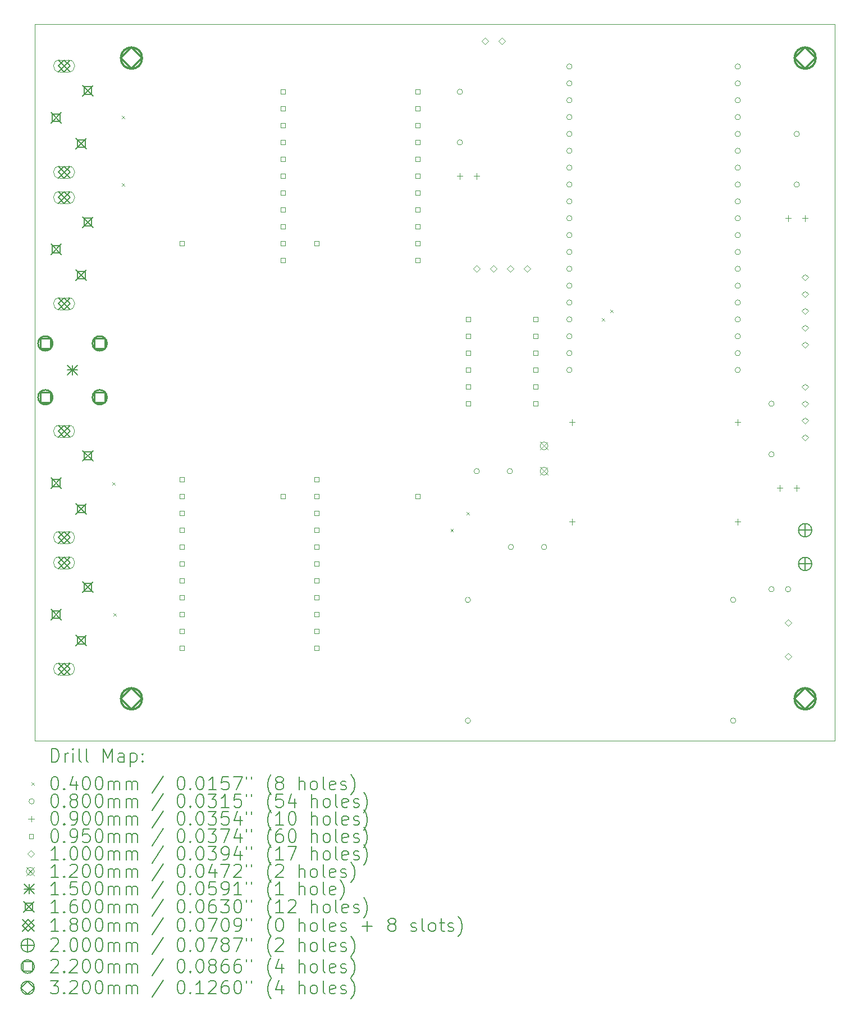
<source format=gbr>
%TF.GenerationSoftware,KiCad,Pcbnew,8.0.6*%
%TF.CreationDate,2024-11-27T17:32:39+01:00*%
%TF.ProjectId,fm-tx-LCD,666d2d74-782d-44c4-9344-2e6b69636164,rev?*%
%TF.SameCoordinates,Original*%
%TF.FileFunction,Drillmap*%
%TF.FilePolarity,Positive*%
%FSLAX45Y45*%
G04 Gerber Fmt 4.5, Leading zero omitted, Abs format (unit mm)*
G04 Created by KiCad (PCBNEW 8.0.6) date 2024-11-27 17:32:39*
%MOMM*%
%LPD*%
G01*
G04 APERTURE LIST*
%ADD10C,0.100000*%
%ADD11C,0.200000*%
%ADD12C,0.120000*%
%ADD13C,0.150000*%
%ADD14C,0.160000*%
%ADD15C,0.180000*%
%ADD16C,0.220000*%
%ADD17C,0.320000*%
G04 APERTURE END LIST*
D10*
X4000500Y-2413000D02*
X16065500Y-2413000D01*
X16065500Y-13208000D01*
X4000500Y-13208000D01*
X4000500Y-2413000D01*
D11*
D10*
X5175121Y-9314498D02*
X5215121Y-9354498D01*
X5215121Y-9314498D02*
X5175121Y-9354498D01*
X5187000Y-11283000D02*
X5227000Y-11323000D01*
X5227000Y-11283000D02*
X5187000Y-11323000D01*
X5314000Y-3790000D02*
X5354000Y-3830000D01*
X5354000Y-3790000D02*
X5314000Y-3830000D01*
X5314000Y-4806000D02*
X5354000Y-4846000D01*
X5354000Y-4806000D02*
X5314000Y-4846000D01*
X10275000Y-10013000D02*
X10315000Y-10053000D01*
X10315000Y-10013000D02*
X10275000Y-10053000D01*
X10513000Y-9759000D02*
X10553000Y-9799000D01*
X10553000Y-9759000D02*
X10513000Y-9799000D01*
X12553000Y-6838000D02*
X12593000Y-6878000D01*
X12593000Y-6838000D02*
X12553000Y-6878000D01*
X12680000Y-6711000D02*
X12720000Y-6751000D01*
X12720000Y-6711000D02*
X12680000Y-6751000D01*
X10454000Y-3429000D02*
G75*
G02*
X10374000Y-3429000I-40000J0D01*
G01*
X10374000Y-3429000D02*
G75*
G02*
X10454000Y-3429000I40000J0D01*
G01*
X10454000Y-4191000D02*
G75*
G02*
X10374000Y-4191000I-40000J0D01*
G01*
X10374000Y-4191000D02*
G75*
G02*
X10454000Y-4191000I40000J0D01*
G01*
X10575000Y-11083000D02*
G75*
G02*
X10495000Y-11083000I-40000J0D01*
G01*
X10495000Y-11083000D02*
G75*
G02*
X10575000Y-11083000I40000J0D01*
G01*
X10575000Y-12903000D02*
G75*
G02*
X10495000Y-12903000I-40000J0D01*
G01*
X10495000Y-12903000D02*
G75*
G02*
X10575000Y-12903000I40000J0D01*
G01*
X10708000Y-9144000D02*
G75*
G02*
X10628000Y-9144000I-40000J0D01*
G01*
X10628000Y-9144000D02*
G75*
G02*
X10708000Y-9144000I40000J0D01*
G01*
X11208000Y-9144000D02*
G75*
G02*
X11128000Y-9144000I-40000J0D01*
G01*
X11128000Y-9144000D02*
G75*
G02*
X11208000Y-9144000I40000J0D01*
G01*
X11224000Y-10287000D02*
G75*
G02*
X11144000Y-10287000I-40000J0D01*
G01*
X11144000Y-10287000D02*
G75*
G02*
X11224000Y-10287000I40000J0D01*
G01*
X11724000Y-10287000D02*
G75*
G02*
X11644000Y-10287000I-40000J0D01*
G01*
X11644000Y-10287000D02*
G75*
G02*
X11724000Y-10287000I40000J0D01*
G01*
X12105000Y-3048000D02*
G75*
G02*
X12025000Y-3048000I-40000J0D01*
G01*
X12025000Y-3048000D02*
G75*
G02*
X12105000Y-3048000I40000J0D01*
G01*
X12105000Y-3302000D02*
G75*
G02*
X12025000Y-3302000I-40000J0D01*
G01*
X12025000Y-3302000D02*
G75*
G02*
X12105000Y-3302000I40000J0D01*
G01*
X12105000Y-3556000D02*
G75*
G02*
X12025000Y-3556000I-40000J0D01*
G01*
X12025000Y-3556000D02*
G75*
G02*
X12105000Y-3556000I40000J0D01*
G01*
X12105000Y-3810000D02*
G75*
G02*
X12025000Y-3810000I-40000J0D01*
G01*
X12025000Y-3810000D02*
G75*
G02*
X12105000Y-3810000I40000J0D01*
G01*
X12105000Y-4064000D02*
G75*
G02*
X12025000Y-4064000I-40000J0D01*
G01*
X12025000Y-4064000D02*
G75*
G02*
X12105000Y-4064000I40000J0D01*
G01*
X12105000Y-4318000D02*
G75*
G02*
X12025000Y-4318000I-40000J0D01*
G01*
X12025000Y-4318000D02*
G75*
G02*
X12105000Y-4318000I40000J0D01*
G01*
X12105000Y-4572000D02*
G75*
G02*
X12025000Y-4572000I-40000J0D01*
G01*
X12025000Y-4572000D02*
G75*
G02*
X12105000Y-4572000I40000J0D01*
G01*
X12105000Y-4826000D02*
G75*
G02*
X12025000Y-4826000I-40000J0D01*
G01*
X12025000Y-4826000D02*
G75*
G02*
X12105000Y-4826000I40000J0D01*
G01*
X12105000Y-5080000D02*
G75*
G02*
X12025000Y-5080000I-40000J0D01*
G01*
X12025000Y-5080000D02*
G75*
G02*
X12105000Y-5080000I40000J0D01*
G01*
X12105000Y-5334000D02*
G75*
G02*
X12025000Y-5334000I-40000J0D01*
G01*
X12025000Y-5334000D02*
G75*
G02*
X12105000Y-5334000I40000J0D01*
G01*
X12105000Y-5588000D02*
G75*
G02*
X12025000Y-5588000I-40000J0D01*
G01*
X12025000Y-5588000D02*
G75*
G02*
X12105000Y-5588000I40000J0D01*
G01*
X12105000Y-5842000D02*
G75*
G02*
X12025000Y-5842000I-40000J0D01*
G01*
X12025000Y-5842000D02*
G75*
G02*
X12105000Y-5842000I40000J0D01*
G01*
X12105000Y-6096000D02*
G75*
G02*
X12025000Y-6096000I-40000J0D01*
G01*
X12025000Y-6096000D02*
G75*
G02*
X12105000Y-6096000I40000J0D01*
G01*
X12105000Y-6350000D02*
G75*
G02*
X12025000Y-6350000I-40000J0D01*
G01*
X12025000Y-6350000D02*
G75*
G02*
X12105000Y-6350000I40000J0D01*
G01*
X12105000Y-6604000D02*
G75*
G02*
X12025000Y-6604000I-40000J0D01*
G01*
X12025000Y-6604000D02*
G75*
G02*
X12105000Y-6604000I40000J0D01*
G01*
X12105000Y-6858000D02*
G75*
G02*
X12025000Y-6858000I-40000J0D01*
G01*
X12025000Y-6858000D02*
G75*
G02*
X12105000Y-6858000I40000J0D01*
G01*
X12105000Y-7112000D02*
G75*
G02*
X12025000Y-7112000I-40000J0D01*
G01*
X12025000Y-7112000D02*
G75*
G02*
X12105000Y-7112000I40000J0D01*
G01*
X12105000Y-7366000D02*
G75*
G02*
X12025000Y-7366000I-40000J0D01*
G01*
X12025000Y-7366000D02*
G75*
G02*
X12105000Y-7366000I40000J0D01*
G01*
X12105000Y-7620000D02*
G75*
G02*
X12025000Y-7620000I-40000J0D01*
G01*
X12025000Y-7620000D02*
G75*
G02*
X12105000Y-7620000I40000J0D01*
G01*
X14575000Y-11083000D02*
G75*
G02*
X14495000Y-11083000I-40000J0D01*
G01*
X14495000Y-11083000D02*
G75*
G02*
X14575000Y-11083000I40000J0D01*
G01*
X14575000Y-12903000D02*
G75*
G02*
X14495000Y-12903000I-40000J0D01*
G01*
X14495000Y-12903000D02*
G75*
G02*
X14575000Y-12903000I40000J0D01*
G01*
X14644632Y-7365728D02*
G75*
G02*
X14564632Y-7365728I-40000J0D01*
G01*
X14564632Y-7365728D02*
G75*
G02*
X14644632Y-7365728I40000J0D01*
G01*
X14644632Y-7619728D02*
G75*
G02*
X14564632Y-7619728I-40000J0D01*
G01*
X14564632Y-7619728D02*
G75*
G02*
X14644632Y-7619728I40000J0D01*
G01*
X14645000Y-3048000D02*
G75*
G02*
X14565000Y-3048000I-40000J0D01*
G01*
X14565000Y-3048000D02*
G75*
G02*
X14645000Y-3048000I40000J0D01*
G01*
X14645000Y-3302000D02*
G75*
G02*
X14565000Y-3302000I-40000J0D01*
G01*
X14565000Y-3302000D02*
G75*
G02*
X14645000Y-3302000I40000J0D01*
G01*
X14645000Y-3556000D02*
G75*
G02*
X14565000Y-3556000I-40000J0D01*
G01*
X14565000Y-3556000D02*
G75*
G02*
X14645000Y-3556000I40000J0D01*
G01*
X14645000Y-3810000D02*
G75*
G02*
X14565000Y-3810000I-40000J0D01*
G01*
X14565000Y-3810000D02*
G75*
G02*
X14645000Y-3810000I40000J0D01*
G01*
X14645000Y-4064000D02*
G75*
G02*
X14565000Y-4064000I-40000J0D01*
G01*
X14565000Y-4064000D02*
G75*
G02*
X14645000Y-4064000I40000J0D01*
G01*
X14645000Y-4318000D02*
G75*
G02*
X14565000Y-4318000I-40000J0D01*
G01*
X14565000Y-4318000D02*
G75*
G02*
X14645000Y-4318000I40000J0D01*
G01*
X14645000Y-4572000D02*
G75*
G02*
X14565000Y-4572000I-40000J0D01*
G01*
X14565000Y-4572000D02*
G75*
G02*
X14645000Y-4572000I40000J0D01*
G01*
X14645000Y-4826000D02*
G75*
G02*
X14565000Y-4826000I-40000J0D01*
G01*
X14565000Y-4826000D02*
G75*
G02*
X14645000Y-4826000I40000J0D01*
G01*
X14645000Y-5080000D02*
G75*
G02*
X14565000Y-5080000I-40000J0D01*
G01*
X14565000Y-5080000D02*
G75*
G02*
X14645000Y-5080000I40000J0D01*
G01*
X14645000Y-5334000D02*
G75*
G02*
X14565000Y-5334000I-40000J0D01*
G01*
X14565000Y-5334000D02*
G75*
G02*
X14645000Y-5334000I40000J0D01*
G01*
X14645000Y-5588000D02*
G75*
G02*
X14565000Y-5588000I-40000J0D01*
G01*
X14565000Y-5588000D02*
G75*
G02*
X14645000Y-5588000I40000J0D01*
G01*
X14645000Y-5842000D02*
G75*
G02*
X14565000Y-5842000I-40000J0D01*
G01*
X14565000Y-5842000D02*
G75*
G02*
X14645000Y-5842000I40000J0D01*
G01*
X14645000Y-6096000D02*
G75*
G02*
X14565000Y-6096000I-40000J0D01*
G01*
X14565000Y-6096000D02*
G75*
G02*
X14645000Y-6096000I40000J0D01*
G01*
X14645000Y-6350000D02*
G75*
G02*
X14565000Y-6350000I-40000J0D01*
G01*
X14565000Y-6350000D02*
G75*
G02*
X14645000Y-6350000I40000J0D01*
G01*
X14645000Y-6604000D02*
G75*
G02*
X14565000Y-6604000I-40000J0D01*
G01*
X14565000Y-6604000D02*
G75*
G02*
X14645000Y-6604000I40000J0D01*
G01*
X14645000Y-6858000D02*
G75*
G02*
X14565000Y-6858000I-40000J0D01*
G01*
X14565000Y-6858000D02*
G75*
G02*
X14645000Y-6858000I40000J0D01*
G01*
X14645000Y-7112000D02*
G75*
G02*
X14565000Y-7112000I-40000J0D01*
G01*
X14565000Y-7112000D02*
G75*
G02*
X14645000Y-7112000I40000J0D01*
G01*
X15153000Y-8128000D02*
G75*
G02*
X15073000Y-8128000I-40000J0D01*
G01*
X15073000Y-8128000D02*
G75*
G02*
X15153000Y-8128000I40000J0D01*
G01*
X15153000Y-8890000D02*
G75*
G02*
X15073000Y-8890000I-40000J0D01*
G01*
X15073000Y-8890000D02*
G75*
G02*
X15153000Y-8890000I40000J0D01*
G01*
X15153000Y-10922000D02*
G75*
G02*
X15073000Y-10922000I-40000J0D01*
G01*
X15073000Y-10922000D02*
G75*
G02*
X15153000Y-10922000I40000J0D01*
G01*
X15403000Y-10922000D02*
G75*
G02*
X15323000Y-10922000I-40000J0D01*
G01*
X15323000Y-10922000D02*
G75*
G02*
X15403000Y-10922000I40000J0D01*
G01*
X15534000Y-4064000D02*
G75*
G02*
X15454000Y-4064000I-40000J0D01*
G01*
X15454000Y-4064000D02*
G75*
G02*
X15534000Y-4064000I40000J0D01*
G01*
X15534000Y-4826000D02*
G75*
G02*
X15454000Y-4826000I-40000J0D01*
G01*
X15454000Y-4826000D02*
G75*
G02*
X15534000Y-4826000I40000J0D01*
G01*
X10414000Y-4654000D02*
X10414000Y-4744000D01*
X10369000Y-4699000D02*
X10459000Y-4699000D01*
X10668000Y-4654000D02*
X10668000Y-4744000D01*
X10623000Y-4699000D02*
X10713000Y-4699000D01*
X12105000Y-8361000D02*
X12105000Y-8451000D01*
X12060000Y-8406000D02*
X12150000Y-8406000D01*
X12105000Y-9861000D02*
X12105000Y-9951000D01*
X12060000Y-9906000D02*
X12150000Y-9906000D01*
X14605000Y-8361000D02*
X14605000Y-8451000D01*
X14560000Y-8406000D02*
X14650000Y-8406000D01*
X14605000Y-9861000D02*
X14605000Y-9951000D01*
X14560000Y-9906000D02*
X14650000Y-9906000D01*
X15240000Y-9353000D02*
X15240000Y-9443000D01*
X15195000Y-9398000D02*
X15285000Y-9398000D01*
X15367000Y-5289000D02*
X15367000Y-5379000D01*
X15322000Y-5334000D02*
X15412000Y-5334000D01*
X15494000Y-9353000D02*
X15494000Y-9443000D01*
X15449000Y-9398000D02*
X15539000Y-9398000D01*
X15621000Y-5289000D02*
X15621000Y-5379000D01*
X15576000Y-5334000D02*
X15666000Y-5334000D01*
X6256588Y-5748588D02*
X6256588Y-5681412D01*
X6189412Y-5681412D01*
X6189412Y-5748588D01*
X6256588Y-5748588D01*
X6256588Y-9304588D02*
X6256588Y-9237412D01*
X6189412Y-9237412D01*
X6189412Y-9304588D01*
X6256588Y-9304588D01*
X6256588Y-9558588D02*
X6256588Y-9491412D01*
X6189412Y-9491412D01*
X6189412Y-9558588D01*
X6256588Y-9558588D01*
X6256588Y-9812588D02*
X6256588Y-9745412D01*
X6189412Y-9745412D01*
X6189412Y-9812588D01*
X6256588Y-9812588D01*
X6256588Y-10066588D02*
X6256588Y-9999412D01*
X6189412Y-9999412D01*
X6189412Y-10066588D01*
X6256588Y-10066588D01*
X6256588Y-10320588D02*
X6256588Y-10253412D01*
X6189412Y-10253412D01*
X6189412Y-10320588D01*
X6256588Y-10320588D01*
X6256588Y-10574588D02*
X6256588Y-10507412D01*
X6189412Y-10507412D01*
X6189412Y-10574588D01*
X6256588Y-10574588D01*
X6256588Y-10828588D02*
X6256588Y-10761412D01*
X6189412Y-10761412D01*
X6189412Y-10828588D01*
X6256588Y-10828588D01*
X6256588Y-11082588D02*
X6256588Y-11015412D01*
X6189412Y-11015412D01*
X6189412Y-11082588D01*
X6256588Y-11082588D01*
X6256588Y-11336588D02*
X6256588Y-11269412D01*
X6189412Y-11269412D01*
X6189412Y-11336588D01*
X6256588Y-11336588D01*
X6256588Y-11590588D02*
X6256588Y-11523412D01*
X6189412Y-11523412D01*
X6189412Y-11590588D01*
X6256588Y-11590588D01*
X6256588Y-11844588D02*
X6256588Y-11777412D01*
X6189412Y-11777412D01*
X6189412Y-11844588D01*
X6256588Y-11844588D01*
X7780588Y-3462588D02*
X7780588Y-3395412D01*
X7713412Y-3395412D01*
X7713412Y-3462588D01*
X7780588Y-3462588D01*
X7780588Y-3716588D02*
X7780588Y-3649412D01*
X7713412Y-3649412D01*
X7713412Y-3716588D01*
X7780588Y-3716588D01*
X7780588Y-3970588D02*
X7780588Y-3903412D01*
X7713412Y-3903412D01*
X7713412Y-3970588D01*
X7780588Y-3970588D01*
X7780588Y-4224588D02*
X7780588Y-4157412D01*
X7713412Y-4157412D01*
X7713412Y-4224588D01*
X7780588Y-4224588D01*
X7780588Y-4478588D02*
X7780588Y-4411412D01*
X7713412Y-4411412D01*
X7713412Y-4478588D01*
X7780588Y-4478588D01*
X7780588Y-4732588D02*
X7780588Y-4665412D01*
X7713412Y-4665412D01*
X7713412Y-4732588D01*
X7780588Y-4732588D01*
X7780588Y-4986588D02*
X7780588Y-4919412D01*
X7713412Y-4919412D01*
X7713412Y-4986588D01*
X7780588Y-4986588D01*
X7780588Y-5240588D02*
X7780588Y-5173412D01*
X7713412Y-5173412D01*
X7713412Y-5240588D01*
X7780588Y-5240588D01*
X7780588Y-5494588D02*
X7780588Y-5427412D01*
X7713412Y-5427412D01*
X7713412Y-5494588D01*
X7780588Y-5494588D01*
X7780588Y-5748588D02*
X7780588Y-5681412D01*
X7713412Y-5681412D01*
X7713412Y-5748588D01*
X7780588Y-5748588D01*
X7780588Y-6002588D02*
X7780588Y-5935412D01*
X7713412Y-5935412D01*
X7713412Y-6002588D01*
X7780588Y-6002588D01*
X7780588Y-9558588D02*
X7780588Y-9491412D01*
X7713412Y-9491412D01*
X7713412Y-9558588D01*
X7780588Y-9558588D01*
X8288588Y-5748588D02*
X8288588Y-5681412D01*
X8221412Y-5681412D01*
X8221412Y-5748588D01*
X8288588Y-5748588D01*
X8288588Y-9304588D02*
X8288588Y-9237412D01*
X8221412Y-9237412D01*
X8221412Y-9304588D01*
X8288588Y-9304588D01*
X8288588Y-9558588D02*
X8288588Y-9491412D01*
X8221412Y-9491412D01*
X8221412Y-9558588D01*
X8288588Y-9558588D01*
X8288588Y-9812588D02*
X8288588Y-9745412D01*
X8221412Y-9745412D01*
X8221412Y-9812588D01*
X8288588Y-9812588D01*
X8288588Y-10066588D02*
X8288588Y-9999412D01*
X8221412Y-9999412D01*
X8221412Y-10066588D01*
X8288588Y-10066588D01*
X8288588Y-10320588D02*
X8288588Y-10253412D01*
X8221412Y-10253412D01*
X8221412Y-10320588D01*
X8288588Y-10320588D01*
X8288588Y-10574588D02*
X8288588Y-10507412D01*
X8221412Y-10507412D01*
X8221412Y-10574588D01*
X8288588Y-10574588D01*
X8288588Y-10828588D02*
X8288588Y-10761412D01*
X8221412Y-10761412D01*
X8221412Y-10828588D01*
X8288588Y-10828588D01*
X8288588Y-11082588D02*
X8288588Y-11015412D01*
X8221412Y-11015412D01*
X8221412Y-11082588D01*
X8288588Y-11082588D01*
X8288588Y-11336588D02*
X8288588Y-11269412D01*
X8221412Y-11269412D01*
X8221412Y-11336588D01*
X8288588Y-11336588D01*
X8288588Y-11590588D02*
X8288588Y-11523412D01*
X8221412Y-11523412D01*
X8221412Y-11590588D01*
X8288588Y-11590588D01*
X8288588Y-11844588D02*
X8288588Y-11777412D01*
X8221412Y-11777412D01*
X8221412Y-11844588D01*
X8288588Y-11844588D01*
X9812588Y-3462588D02*
X9812588Y-3395412D01*
X9745412Y-3395412D01*
X9745412Y-3462588D01*
X9812588Y-3462588D01*
X9812588Y-3716588D02*
X9812588Y-3649412D01*
X9745412Y-3649412D01*
X9745412Y-3716588D01*
X9812588Y-3716588D01*
X9812588Y-3970588D02*
X9812588Y-3903412D01*
X9745412Y-3903412D01*
X9745412Y-3970588D01*
X9812588Y-3970588D01*
X9812588Y-4224588D02*
X9812588Y-4157412D01*
X9745412Y-4157412D01*
X9745412Y-4224588D01*
X9812588Y-4224588D01*
X9812588Y-4478588D02*
X9812588Y-4411412D01*
X9745412Y-4411412D01*
X9745412Y-4478588D01*
X9812588Y-4478588D01*
X9812588Y-4732588D02*
X9812588Y-4665412D01*
X9745412Y-4665412D01*
X9745412Y-4732588D01*
X9812588Y-4732588D01*
X9812588Y-4986588D02*
X9812588Y-4919412D01*
X9745412Y-4919412D01*
X9745412Y-4986588D01*
X9812588Y-4986588D01*
X9812588Y-5240588D02*
X9812588Y-5173412D01*
X9745412Y-5173412D01*
X9745412Y-5240588D01*
X9812588Y-5240588D01*
X9812588Y-5494588D02*
X9812588Y-5427412D01*
X9745412Y-5427412D01*
X9745412Y-5494588D01*
X9812588Y-5494588D01*
X9812588Y-5748588D02*
X9812588Y-5681412D01*
X9745412Y-5681412D01*
X9745412Y-5748588D01*
X9812588Y-5748588D01*
X9812588Y-6002588D02*
X9812588Y-5935412D01*
X9745412Y-5935412D01*
X9745412Y-6002588D01*
X9812588Y-6002588D01*
X9812588Y-9558588D02*
X9812588Y-9491412D01*
X9745412Y-9491412D01*
X9745412Y-9558588D01*
X9812588Y-9558588D01*
X10574588Y-6891588D02*
X10574588Y-6824412D01*
X10507412Y-6824412D01*
X10507412Y-6891588D01*
X10574588Y-6891588D01*
X10574588Y-7145588D02*
X10574588Y-7078412D01*
X10507412Y-7078412D01*
X10507412Y-7145588D01*
X10574588Y-7145588D01*
X10574588Y-7399588D02*
X10574588Y-7332412D01*
X10507412Y-7332412D01*
X10507412Y-7399588D01*
X10574588Y-7399588D01*
X10574588Y-7653588D02*
X10574588Y-7586412D01*
X10507412Y-7586412D01*
X10507412Y-7653588D01*
X10574588Y-7653588D01*
X10574588Y-7907588D02*
X10574588Y-7840412D01*
X10507412Y-7840412D01*
X10507412Y-7907588D01*
X10574588Y-7907588D01*
X10574588Y-8161588D02*
X10574588Y-8094412D01*
X10507412Y-8094412D01*
X10507412Y-8161588D01*
X10574588Y-8161588D01*
X11590588Y-6891588D02*
X11590588Y-6824412D01*
X11523412Y-6824412D01*
X11523412Y-6891588D01*
X11590588Y-6891588D01*
X11590588Y-7145588D02*
X11590588Y-7078412D01*
X11523412Y-7078412D01*
X11523412Y-7145588D01*
X11590588Y-7145588D01*
X11590588Y-7399588D02*
X11590588Y-7332412D01*
X11523412Y-7332412D01*
X11523412Y-7399588D01*
X11590588Y-7399588D01*
X11590588Y-7653588D02*
X11590588Y-7586412D01*
X11523412Y-7586412D01*
X11523412Y-7653588D01*
X11590588Y-7653588D01*
X11590588Y-7907588D02*
X11590588Y-7840412D01*
X11523412Y-7840412D01*
X11523412Y-7907588D01*
X11590588Y-7907588D01*
X11590588Y-8161588D02*
X11590588Y-8094412D01*
X11523412Y-8094412D01*
X11523412Y-8161588D01*
X11590588Y-8161588D01*
X10668000Y-6146000D02*
X10718000Y-6096000D01*
X10668000Y-6046000D01*
X10618000Y-6096000D01*
X10668000Y-6146000D01*
X10795000Y-2717000D02*
X10845000Y-2667000D01*
X10795000Y-2617000D01*
X10745000Y-2667000D01*
X10795000Y-2717000D01*
X10922000Y-6146000D02*
X10972000Y-6096000D01*
X10922000Y-6046000D01*
X10872000Y-6096000D01*
X10922000Y-6146000D01*
X11049000Y-2717000D02*
X11099000Y-2667000D01*
X11049000Y-2617000D01*
X10999000Y-2667000D01*
X11049000Y-2717000D01*
X11176000Y-6146000D02*
X11226000Y-6096000D01*
X11176000Y-6046000D01*
X11126000Y-6096000D01*
X11176000Y-6146000D01*
X11430000Y-6146000D02*
X11480000Y-6096000D01*
X11430000Y-6046000D01*
X11380000Y-6096000D01*
X11430000Y-6146000D01*
X15366000Y-11988000D02*
X15416000Y-11938000D01*
X15366000Y-11888000D01*
X15316000Y-11938000D01*
X15366000Y-11988000D01*
X15367000Y-11480000D02*
X15417000Y-11430000D01*
X15367000Y-11380000D01*
X15317000Y-11430000D01*
X15367000Y-11480000D01*
X15621000Y-6273500D02*
X15671000Y-6223500D01*
X15621000Y-6173500D01*
X15571000Y-6223500D01*
X15621000Y-6273500D01*
X15621000Y-6527500D02*
X15671000Y-6477500D01*
X15621000Y-6427500D01*
X15571000Y-6477500D01*
X15621000Y-6527500D01*
X15621000Y-6781500D02*
X15671000Y-6731500D01*
X15621000Y-6681500D01*
X15571000Y-6731500D01*
X15621000Y-6781500D01*
X15621000Y-7035500D02*
X15671000Y-6985500D01*
X15621000Y-6935500D01*
X15571000Y-6985500D01*
X15621000Y-7035500D01*
X15621000Y-7289500D02*
X15671000Y-7239500D01*
X15621000Y-7189500D01*
X15571000Y-7239500D01*
X15621000Y-7289500D01*
X15621000Y-7925000D02*
X15671000Y-7875000D01*
X15621000Y-7825000D01*
X15571000Y-7875000D01*
X15621000Y-7925000D01*
X15621000Y-8179000D02*
X15671000Y-8129000D01*
X15621000Y-8079000D01*
X15571000Y-8129000D01*
X15621000Y-8179000D01*
X15621000Y-8433000D02*
X15671000Y-8383000D01*
X15621000Y-8333000D01*
X15571000Y-8383000D01*
X15621000Y-8433000D01*
X15621000Y-8687000D02*
X15671000Y-8637000D01*
X15621000Y-8587000D01*
X15571000Y-8637000D01*
X15621000Y-8687000D01*
D12*
X11624000Y-8703000D02*
X11744000Y-8823000D01*
X11744000Y-8703000D02*
X11624000Y-8823000D01*
X11744000Y-8763000D02*
G75*
G02*
X11624000Y-8763000I-60000J0D01*
G01*
X11624000Y-8763000D02*
G75*
G02*
X11744000Y-8763000I60000J0D01*
G01*
X11624000Y-9084000D02*
X11744000Y-9204000D01*
X11744000Y-9084000D02*
X11624000Y-9204000D01*
X11744000Y-9144000D02*
G75*
G02*
X11624000Y-9144000I-60000J0D01*
G01*
X11624000Y-9144000D02*
G75*
G02*
X11744000Y-9144000I60000J0D01*
G01*
D13*
X4497000Y-7545000D02*
X4647000Y-7695000D01*
X4647000Y-7545000D02*
X4497000Y-7695000D01*
X4572000Y-7545000D02*
X4572000Y-7695000D01*
X4497000Y-7620000D02*
X4647000Y-7620000D01*
D14*
X4245000Y-3740000D02*
X4405000Y-3900000D01*
X4405000Y-3740000D02*
X4245000Y-3900000D01*
X4381569Y-3876569D02*
X4381569Y-3763431D01*
X4268431Y-3763431D01*
X4268431Y-3876569D01*
X4381569Y-3876569D01*
X4245000Y-5721000D02*
X4405000Y-5881000D01*
X4405000Y-5721000D02*
X4245000Y-5881000D01*
X4381569Y-5857569D02*
X4381569Y-5744431D01*
X4268431Y-5744431D01*
X4268431Y-5857569D01*
X4381569Y-5857569D01*
X4245000Y-9242000D02*
X4405000Y-9402000D01*
X4405000Y-9242000D02*
X4245000Y-9402000D01*
X4381569Y-9378569D02*
X4381569Y-9265431D01*
X4268431Y-9265431D01*
X4268431Y-9378569D01*
X4381569Y-9378569D01*
X4245000Y-11223000D02*
X4405000Y-11383000D01*
X4405000Y-11223000D02*
X4245000Y-11383000D01*
X4381569Y-11359569D02*
X4381569Y-11246431D01*
X4268431Y-11246431D01*
X4268431Y-11359569D01*
X4381569Y-11359569D01*
X4625000Y-4130000D02*
X4785000Y-4290000D01*
X4785000Y-4130000D02*
X4625000Y-4290000D01*
X4761569Y-4266569D02*
X4761569Y-4153431D01*
X4648431Y-4153431D01*
X4648431Y-4266569D01*
X4761569Y-4266569D01*
X4625000Y-6111000D02*
X4785000Y-6271000D01*
X4785000Y-6111000D02*
X4625000Y-6271000D01*
X4761569Y-6247569D02*
X4761569Y-6134431D01*
X4648431Y-6134431D01*
X4648431Y-6247569D01*
X4761569Y-6247569D01*
X4625000Y-9632000D02*
X4785000Y-9792000D01*
X4785000Y-9632000D02*
X4625000Y-9792000D01*
X4761569Y-9768569D02*
X4761569Y-9655431D01*
X4648431Y-9655431D01*
X4648431Y-9768569D01*
X4761569Y-9768569D01*
X4625000Y-11613000D02*
X4785000Y-11773000D01*
X4785000Y-11613000D02*
X4625000Y-11773000D01*
X4761569Y-11749569D02*
X4761569Y-11636431D01*
X4648431Y-11636431D01*
X4648431Y-11749569D01*
X4761569Y-11749569D01*
X4725000Y-3330000D02*
X4885000Y-3490000D01*
X4885000Y-3330000D02*
X4725000Y-3490000D01*
X4861569Y-3466569D02*
X4861569Y-3353431D01*
X4748431Y-3353431D01*
X4748431Y-3466569D01*
X4861569Y-3466569D01*
X4725000Y-5311000D02*
X4885000Y-5471000D01*
X4885000Y-5311000D02*
X4725000Y-5471000D01*
X4861569Y-5447569D02*
X4861569Y-5334431D01*
X4748431Y-5334431D01*
X4748431Y-5447569D01*
X4861569Y-5447569D01*
X4725000Y-8832000D02*
X4885000Y-8992000D01*
X4885000Y-8832000D02*
X4725000Y-8992000D01*
X4861569Y-8968569D02*
X4861569Y-8855431D01*
X4748431Y-8855431D01*
X4748431Y-8968569D01*
X4861569Y-8968569D01*
X4725000Y-10813000D02*
X4885000Y-10973000D01*
X4885000Y-10813000D02*
X4725000Y-10973000D01*
X4861569Y-10949569D02*
X4861569Y-10836431D01*
X4748431Y-10836431D01*
X4748431Y-10949569D01*
X4861569Y-10949569D01*
D15*
X4355000Y-2950000D02*
X4535000Y-3130000D01*
X4535000Y-2950000D02*
X4355000Y-3130000D01*
X4445000Y-3130000D02*
X4535000Y-3040000D01*
X4445000Y-2950000D01*
X4355000Y-3040000D01*
X4445000Y-3130000D01*
D10*
X4515000Y-2950000D02*
X4375000Y-2950000D01*
X4375000Y-3130000D02*
G75*
G02*
X4375000Y-2950000I0J90000D01*
G01*
X4375000Y-3130000D02*
X4515000Y-3130000D01*
X4515000Y-3130000D02*
G75*
G03*
X4515000Y-2950000I0J90000D01*
G01*
D15*
X4355000Y-4550000D02*
X4535000Y-4730000D01*
X4535000Y-4550000D02*
X4355000Y-4730000D01*
X4445000Y-4730000D02*
X4535000Y-4640000D01*
X4445000Y-4550000D01*
X4355000Y-4640000D01*
X4445000Y-4730000D01*
D10*
X4515000Y-4550000D02*
X4375000Y-4550000D01*
X4375000Y-4730000D02*
G75*
G02*
X4375000Y-4550000I0J90000D01*
G01*
X4375000Y-4730000D02*
X4515000Y-4730000D01*
X4515000Y-4730000D02*
G75*
G03*
X4515000Y-4550000I0J90000D01*
G01*
D15*
X4355000Y-4931000D02*
X4535000Y-5111000D01*
X4535000Y-4931000D02*
X4355000Y-5111000D01*
X4445000Y-5111000D02*
X4535000Y-5021000D01*
X4445000Y-4931000D01*
X4355000Y-5021000D01*
X4445000Y-5111000D01*
D10*
X4515000Y-4931000D02*
X4375000Y-4931000D01*
X4375000Y-5111000D02*
G75*
G02*
X4375000Y-4931000I0J90000D01*
G01*
X4375000Y-5111000D02*
X4515000Y-5111000D01*
X4515000Y-5111000D02*
G75*
G03*
X4515000Y-4931000I0J90000D01*
G01*
D15*
X4355000Y-6531000D02*
X4535000Y-6711000D01*
X4535000Y-6531000D02*
X4355000Y-6711000D01*
X4445000Y-6711000D02*
X4535000Y-6621000D01*
X4445000Y-6531000D01*
X4355000Y-6621000D01*
X4445000Y-6711000D01*
D10*
X4515000Y-6531000D02*
X4375000Y-6531000D01*
X4375000Y-6711000D02*
G75*
G02*
X4375000Y-6531000I0J90000D01*
G01*
X4375000Y-6711000D02*
X4515000Y-6711000D01*
X4515000Y-6711000D02*
G75*
G03*
X4515000Y-6531000I0J90000D01*
G01*
D15*
X4355000Y-8452000D02*
X4535000Y-8632000D01*
X4535000Y-8452000D02*
X4355000Y-8632000D01*
X4445000Y-8632000D02*
X4535000Y-8542000D01*
X4445000Y-8452000D01*
X4355000Y-8542000D01*
X4445000Y-8632000D01*
D10*
X4515000Y-8452000D02*
X4375000Y-8452000D01*
X4375000Y-8632000D02*
G75*
G02*
X4375000Y-8452000I0J90000D01*
G01*
X4375000Y-8632000D02*
X4515000Y-8632000D01*
X4515000Y-8632000D02*
G75*
G03*
X4515000Y-8452000I0J90000D01*
G01*
D15*
X4355000Y-10052000D02*
X4535000Y-10232000D01*
X4535000Y-10052000D02*
X4355000Y-10232000D01*
X4445000Y-10232000D02*
X4535000Y-10142000D01*
X4445000Y-10052000D01*
X4355000Y-10142000D01*
X4445000Y-10232000D01*
D10*
X4515000Y-10052000D02*
X4375000Y-10052000D01*
X4375000Y-10232000D02*
G75*
G02*
X4375000Y-10052000I0J90000D01*
G01*
X4375000Y-10232000D02*
X4515000Y-10232000D01*
X4515000Y-10232000D02*
G75*
G03*
X4515000Y-10052000I0J90000D01*
G01*
D15*
X4355000Y-10433000D02*
X4535000Y-10613000D01*
X4535000Y-10433000D02*
X4355000Y-10613000D01*
X4445000Y-10613000D02*
X4535000Y-10523000D01*
X4445000Y-10433000D01*
X4355000Y-10523000D01*
X4445000Y-10613000D01*
D10*
X4515000Y-10433000D02*
X4375000Y-10433000D01*
X4375000Y-10613000D02*
G75*
G02*
X4375000Y-10433000I0J90000D01*
G01*
X4375000Y-10613000D02*
X4515000Y-10613000D01*
X4515000Y-10613000D02*
G75*
G03*
X4515000Y-10433000I0J90000D01*
G01*
D15*
X4355000Y-12033000D02*
X4535000Y-12213000D01*
X4535000Y-12033000D02*
X4355000Y-12213000D01*
X4445000Y-12213000D02*
X4535000Y-12123000D01*
X4445000Y-12033000D01*
X4355000Y-12123000D01*
X4445000Y-12213000D01*
D10*
X4515000Y-12033000D02*
X4375000Y-12033000D01*
X4375000Y-12213000D02*
G75*
G02*
X4375000Y-12033000I0J90000D01*
G01*
X4375000Y-12213000D02*
X4515000Y-12213000D01*
X4515000Y-12213000D02*
G75*
G03*
X4515000Y-12033000I0J90000D01*
G01*
D11*
X15621000Y-9933000D02*
X15621000Y-10133000D01*
X15521000Y-10033000D02*
X15721000Y-10033000D01*
X15721000Y-10033000D02*
G75*
G02*
X15521000Y-10033000I-100000J0D01*
G01*
X15521000Y-10033000D02*
G75*
G02*
X15721000Y-10033000I100000J0D01*
G01*
X15621000Y-10441000D02*
X15621000Y-10641000D01*
X15521000Y-10541000D02*
X15721000Y-10541000D01*
X15721000Y-10541000D02*
G75*
G02*
X15521000Y-10541000I-100000J0D01*
G01*
X15521000Y-10541000D02*
G75*
G02*
X15721000Y-10541000I100000J0D01*
G01*
D16*
X4239783Y-7297782D02*
X4239783Y-7142217D01*
X4084217Y-7142217D01*
X4084217Y-7297782D01*
X4239783Y-7297782D01*
X4272000Y-7220000D02*
G75*
G02*
X4052000Y-7220000I-110000J0D01*
G01*
X4052000Y-7220000D02*
G75*
G02*
X4272000Y-7220000I110000J0D01*
G01*
X4239783Y-8107782D02*
X4239783Y-7952217D01*
X4084217Y-7952217D01*
X4084217Y-8107782D01*
X4239783Y-8107782D01*
X4272000Y-8030000D02*
G75*
G02*
X4052000Y-8030000I-110000J0D01*
G01*
X4052000Y-8030000D02*
G75*
G02*
X4272000Y-8030000I110000J0D01*
G01*
X5059783Y-7297782D02*
X5059783Y-7142217D01*
X4904218Y-7142217D01*
X4904218Y-7297782D01*
X5059783Y-7297782D01*
X5092000Y-7220000D02*
G75*
G02*
X4872000Y-7220000I-110000J0D01*
G01*
X4872000Y-7220000D02*
G75*
G02*
X5092000Y-7220000I110000J0D01*
G01*
X5059783Y-8107782D02*
X5059783Y-7952217D01*
X4904218Y-7952217D01*
X4904218Y-8107782D01*
X5059783Y-8107782D01*
X5092000Y-8030000D02*
G75*
G02*
X4872000Y-8030000I-110000J0D01*
G01*
X4872000Y-8030000D02*
G75*
G02*
X5092000Y-8030000I110000J0D01*
G01*
D17*
X5461000Y-3081000D02*
X5621000Y-2921000D01*
X5461000Y-2761000D01*
X5301000Y-2921000D01*
X5461000Y-3081000D01*
X5621000Y-2921000D02*
G75*
G02*
X5301000Y-2921000I-160000J0D01*
G01*
X5301000Y-2921000D02*
G75*
G02*
X5621000Y-2921000I160000J0D01*
G01*
X5461000Y-12733000D02*
X5621000Y-12573000D01*
X5461000Y-12413000D01*
X5301000Y-12573000D01*
X5461000Y-12733000D01*
X5621000Y-12573000D02*
G75*
G02*
X5301000Y-12573000I-160000J0D01*
G01*
X5301000Y-12573000D02*
G75*
G02*
X5621000Y-12573000I160000J0D01*
G01*
X15621000Y-3081000D02*
X15781000Y-2921000D01*
X15621000Y-2761000D01*
X15461000Y-2921000D01*
X15621000Y-3081000D01*
X15781000Y-2921000D02*
G75*
G02*
X15461000Y-2921000I-160000J0D01*
G01*
X15461000Y-2921000D02*
G75*
G02*
X15781000Y-2921000I160000J0D01*
G01*
X15621000Y-12733000D02*
X15781000Y-12573000D01*
X15621000Y-12413000D01*
X15461000Y-12573000D01*
X15621000Y-12733000D01*
X15781000Y-12573000D02*
G75*
G02*
X15461000Y-12573000I-160000J0D01*
G01*
X15461000Y-12573000D02*
G75*
G02*
X15781000Y-12573000I160000J0D01*
G01*
D11*
X4256277Y-13524484D02*
X4256277Y-13324484D01*
X4256277Y-13324484D02*
X4303896Y-13324484D01*
X4303896Y-13324484D02*
X4332467Y-13334008D01*
X4332467Y-13334008D02*
X4351515Y-13353055D01*
X4351515Y-13353055D02*
X4361039Y-13372103D01*
X4361039Y-13372103D02*
X4370563Y-13410198D01*
X4370563Y-13410198D02*
X4370563Y-13438769D01*
X4370563Y-13438769D02*
X4361039Y-13476865D01*
X4361039Y-13476865D02*
X4351515Y-13495912D01*
X4351515Y-13495912D02*
X4332467Y-13514960D01*
X4332467Y-13514960D02*
X4303896Y-13524484D01*
X4303896Y-13524484D02*
X4256277Y-13524484D01*
X4456277Y-13524484D02*
X4456277Y-13391150D01*
X4456277Y-13429246D02*
X4465801Y-13410198D01*
X4465801Y-13410198D02*
X4475324Y-13400674D01*
X4475324Y-13400674D02*
X4494372Y-13391150D01*
X4494372Y-13391150D02*
X4513420Y-13391150D01*
X4580086Y-13524484D02*
X4580086Y-13391150D01*
X4580086Y-13324484D02*
X4570563Y-13334008D01*
X4570563Y-13334008D02*
X4580086Y-13343531D01*
X4580086Y-13343531D02*
X4589610Y-13334008D01*
X4589610Y-13334008D02*
X4580086Y-13324484D01*
X4580086Y-13324484D02*
X4580086Y-13343531D01*
X4703896Y-13524484D02*
X4684848Y-13514960D01*
X4684848Y-13514960D02*
X4675324Y-13495912D01*
X4675324Y-13495912D02*
X4675324Y-13324484D01*
X4808658Y-13524484D02*
X4789610Y-13514960D01*
X4789610Y-13514960D02*
X4780086Y-13495912D01*
X4780086Y-13495912D02*
X4780086Y-13324484D01*
X5037229Y-13524484D02*
X5037229Y-13324484D01*
X5037229Y-13324484D02*
X5103896Y-13467341D01*
X5103896Y-13467341D02*
X5170563Y-13324484D01*
X5170563Y-13324484D02*
X5170563Y-13524484D01*
X5351515Y-13524484D02*
X5351515Y-13419722D01*
X5351515Y-13419722D02*
X5341991Y-13400674D01*
X5341991Y-13400674D02*
X5322944Y-13391150D01*
X5322944Y-13391150D02*
X5284848Y-13391150D01*
X5284848Y-13391150D02*
X5265801Y-13400674D01*
X5351515Y-13514960D02*
X5332467Y-13524484D01*
X5332467Y-13524484D02*
X5284848Y-13524484D01*
X5284848Y-13524484D02*
X5265801Y-13514960D01*
X5265801Y-13514960D02*
X5256277Y-13495912D01*
X5256277Y-13495912D02*
X5256277Y-13476865D01*
X5256277Y-13476865D02*
X5265801Y-13457817D01*
X5265801Y-13457817D02*
X5284848Y-13448293D01*
X5284848Y-13448293D02*
X5332467Y-13448293D01*
X5332467Y-13448293D02*
X5351515Y-13438769D01*
X5446753Y-13391150D02*
X5446753Y-13591150D01*
X5446753Y-13400674D02*
X5465801Y-13391150D01*
X5465801Y-13391150D02*
X5503896Y-13391150D01*
X5503896Y-13391150D02*
X5522944Y-13400674D01*
X5522944Y-13400674D02*
X5532467Y-13410198D01*
X5532467Y-13410198D02*
X5541991Y-13429246D01*
X5541991Y-13429246D02*
X5541991Y-13486388D01*
X5541991Y-13486388D02*
X5532467Y-13505436D01*
X5532467Y-13505436D02*
X5522944Y-13514960D01*
X5522944Y-13514960D02*
X5503896Y-13524484D01*
X5503896Y-13524484D02*
X5465801Y-13524484D01*
X5465801Y-13524484D02*
X5446753Y-13514960D01*
X5627705Y-13505436D02*
X5637229Y-13514960D01*
X5637229Y-13514960D02*
X5627705Y-13524484D01*
X5627705Y-13524484D02*
X5618182Y-13514960D01*
X5618182Y-13514960D02*
X5627705Y-13505436D01*
X5627705Y-13505436D02*
X5627705Y-13524484D01*
X5627705Y-13400674D02*
X5637229Y-13410198D01*
X5637229Y-13410198D02*
X5627705Y-13419722D01*
X5627705Y-13419722D02*
X5618182Y-13410198D01*
X5618182Y-13410198D02*
X5627705Y-13400674D01*
X5627705Y-13400674D02*
X5627705Y-13419722D01*
D10*
X3955500Y-13833000D02*
X3995500Y-13873000D01*
X3995500Y-13833000D02*
X3955500Y-13873000D01*
D11*
X4294372Y-13744484D02*
X4313420Y-13744484D01*
X4313420Y-13744484D02*
X4332467Y-13754008D01*
X4332467Y-13754008D02*
X4341991Y-13763531D01*
X4341991Y-13763531D02*
X4351515Y-13782579D01*
X4351515Y-13782579D02*
X4361039Y-13820674D01*
X4361039Y-13820674D02*
X4361039Y-13868293D01*
X4361039Y-13868293D02*
X4351515Y-13906388D01*
X4351515Y-13906388D02*
X4341991Y-13925436D01*
X4341991Y-13925436D02*
X4332467Y-13934960D01*
X4332467Y-13934960D02*
X4313420Y-13944484D01*
X4313420Y-13944484D02*
X4294372Y-13944484D01*
X4294372Y-13944484D02*
X4275324Y-13934960D01*
X4275324Y-13934960D02*
X4265801Y-13925436D01*
X4265801Y-13925436D02*
X4256277Y-13906388D01*
X4256277Y-13906388D02*
X4246753Y-13868293D01*
X4246753Y-13868293D02*
X4246753Y-13820674D01*
X4246753Y-13820674D02*
X4256277Y-13782579D01*
X4256277Y-13782579D02*
X4265801Y-13763531D01*
X4265801Y-13763531D02*
X4275324Y-13754008D01*
X4275324Y-13754008D02*
X4294372Y-13744484D01*
X4446753Y-13925436D02*
X4456277Y-13934960D01*
X4456277Y-13934960D02*
X4446753Y-13944484D01*
X4446753Y-13944484D02*
X4437229Y-13934960D01*
X4437229Y-13934960D02*
X4446753Y-13925436D01*
X4446753Y-13925436D02*
X4446753Y-13944484D01*
X4627705Y-13811150D02*
X4627705Y-13944484D01*
X4580086Y-13734960D02*
X4532467Y-13877817D01*
X4532467Y-13877817D02*
X4656277Y-13877817D01*
X4770563Y-13744484D02*
X4789610Y-13744484D01*
X4789610Y-13744484D02*
X4808658Y-13754008D01*
X4808658Y-13754008D02*
X4818182Y-13763531D01*
X4818182Y-13763531D02*
X4827705Y-13782579D01*
X4827705Y-13782579D02*
X4837229Y-13820674D01*
X4837229Y-13820674D02*
X4837229Y-13868293D01*
X4837229Y-13868293D02*
X4827705Y-13906388D01*
X4827705Y-13906388D02*
X4818182Y-13925436D01*
X4818182Y-13925436D02*
X4808658Y-13934960D01*
X4808658Y-13934960D02*
X4789610Y-13944484D01*
X4789610Y-13944484D02*
X4770563Y-13944484D01*
X4770563Y-13944484D02*
X4751515Y-13934960D01*
X4751515Y-13934960D02*
X4741991Y-13925436D01*
X4741991Y-13925436D02*
X4732467Y-13906388D01*
X4732467Y-13906388D02*
X4722944Y-13868293D01*
X4722944Y-13868293D02*
X4722944Y-13820674D01*
X4722944Y-13820674D02*
X4732467Y-13782579D01*
X4732467Y-13782579D02*
X4741991Y-13763531D01*
X4741991Y-13763531D02*
X4751515Y-13754008D01*
X4751515Y-13754008D02*
X4770563Y-13744484D01*
X4961039Y-13744484D02*
X4980086Y-13744484D01*
X4980086Y-13744484D02*
X4999134Y-13754008D01*
X4999134Y-13754008D02*
X5008658Y-13763531D01*
X5008658Y-13763531D02*
X5018182Y-13782579D01*
X5018182Y-13782579D02*
X5027705Y-13820674D01*
X5027705Y-13820674D02*
X5027705Y-13868293D01*
X5027705Y-13868293D02*
X5018182Y-13906388D01*
X5018182Y-13906388D02*
X5008658Y-13925436D01*
X5008658Y-13925436D02*
X4999134Y-13934960D01*
X4999134Y-13934960D02*
X4980086Y-13944484D01*
X4980086Y-13944484D02*
X4961039Y-13944484D01*
X4961039Y-13944484D02*
X4941991Y-13934960D01*
X4941991Y-13934960D02*
X4932467Y-13925436D01*
X4932467Y-13925436D02*
X4922944Y-13906388D01*
X4922944Y-13906388D02*
X4913420Y-13868293D01*
X4913420Y-13868293D02*
X4913420Y-13820674D01*
X4913420Y-13820674D02*
X4922944Y-13782579D01*
X4922944Y-13782579D02*
X4932467Y-13763531D01*
X4932467Y-13763531D02*
X4941991Y-13754008D01*
X4941991Y-13754008D02*
X4961039Y-13744484D01*
X5113420Y-13944484D02*
X5113420Y-13811150D01*
X5113420Y-13830198D02*
X5122944Y-13820674D01*
X5122944Y-13820674D02*
X5141991Y-13811150D01*
X5141991Y-13811150D02*
X5170563Y-13811150D01*
X5170563Y-13811150D02*
X5189610Y-13820674D01*
X5189610Y-13820674D02*
X5199134Y-13839722D01*
X5199134Y-13839722D02*
X5199134Y-13944484D01*
X5199134Y-13839722D02*
X5208658Y-13820674D01*
X5208658Y-13820674D02*
X5227705Y-13811150D01*
X5227705Y-13811150D02*
X5256277Y-13811150D01*
X5256277Y-13811150D02*
X5275325Y-13820674D01*
X5275325Y-13820674D02*
X5284848Y-13839722D01*
X5284848Y-13839722D02*
X5284848Y-13944484D01*
X5380086Y-13944484D02*
X5380086Y-13811150D01*
X5380086Y-13830198D02*
X5389610Y-13820674D01*
X5389610Y-13820674D02*
X5408658Y-13811150D01*
X5408658Y-13811150D02*
X5437229Y-13811150D01*
X5437229Y-13811150D02*
X5456277Y-13820674D01*
X5456277Y-13820674D02*
X5465801Y-13839722D01*
X5465801Y-13839722D02*
X5465801Y-13944484D01*
X5465801Y-13839722D02*
X5475325Y-13820674D01*
X5475325Y-13820674D02*
X5494372Y-13811150D01*
X5494372Y-13811150D02*
X5522944Y-13811150D01*
X5522944Y-13811150D02*
X5541991Y-13820674D01*
X5541991Y-13820674D02*
X5551515Y-13839722D01*
X5551515Y-13839722D02*
X5551515Y-13944484D01*
X5941991Y-13734960D02*
X5770563Y-13992103D01*
X6199134Y-13744484D02*
X6218182Y-13744484D01*
X6218182Y-13744484D02*
X6237229Y-13754008D01*
X6237229Y-13754008D02*
X6246753Y-13763531D01*
X6246753Y-13763531D02*
X6256277Y-13782579D01*
X6256277Y-13782579D02*
X6265801Y-13820674D01*
X6265801Y-13820674D02*
X6265801Y-13868293D01*
X6265801Y-13868293D02*
X6256277Y-13906388D01*
X6256277Y-13906388D02*
X6246753Y-13925436D01*
X6246753Y-13925436D02*
X6237229Y-13934960D01*
X6237229Y-13934960D02*
X6218182Y-13944484D01*
X6218182Y-13944484D02*
X6199134Y-13944484D01*
X6199134Y-13944484D02*
X6180086Y-13934960D01*
X6180086Y-13934960D02*
X6170563Y-13925436D01*
X6170563Y-13925436D02*
X6161039Y-13906388D01*
X6161039Y-13906388D02*
X6151515Y-13868293D01*
X6151515Y-13868293D02*
X6151515Y-13820674D01*
X6151515Y-13820674D02*
X6161039Y-13782579D01*
X6161039Y-13782579D02*
X6170563Y-13763531D01*
X6170563Y-13763531D02*
X6180086Y-13754008D01*
X6180086Y-13754008D02*
X6199134Y-13744484D01*
X6351515Y-13925436D02*
X6361039Y-13934960D01*
X6361039Y-13934960D02*
X6351515Y-13944484D01*
X6351515Y-13944484D02*
X6341991Y-13934960D01*
X6341991Y-13934960D02*
X6351515Y-13925436D01*
X6351515Y-13925436D02*
X6351515Y-13944484D01*
X6484848Y-13744484D02*
X6503896Y-13744484D01*
X6503896Y-13744484D02*
X6522944Y-13754008D01*
X6522944Y-13754008D02*
X6532467Y-13763531D01*
X6532467Y-13763531D02*
X6541991Y-13782579D01*
X6541991Y-13782579D02*
X6551515Y-13820674D01*
X6551515Y-13820674D02*
X6551515Y-13868293D01*
X6551515Y-13868293D02*
X6541991Y-13906388D01*
X6541991Y-13906388D02*
X6532467Y-13925436D01*
X6532467Y-13925436D02*
X6522944Y-13934960D01*
X6522944Y-13934960D02*
X6503896Y-13944484D01*
X6503896Y-13944484D02*
X6484848Y-13944484D01*
X6484848Y-13944484D02*
X6465801Y-13934960D01*
X6465801Y-13934960D02*
X6456277Y-13925436D01*
X6456277Y-13925436D02*
X6446753Y-13906388D01*
X6446753Y-13906388D02*
X6437229Y-13868293D01*
X6437229Y-13868293D02*
X6437229Y-13820674D01*
X6437229Y-13820674D02*
X6446753Y-13782579D01*
X6446753Y-13782579D02*
X6456277Y-13763531D01*
X6456277Y-13763531D02*
X6465801Y-13754008D01*
X6465801Y-13754008D02*
X6484848Y-13744484D01*
X6741991Y-13944484D02*
X6627706Y-13944484D01*
X6684848Y-13944484D02*
X6684848Y-13744484D01*
X6684848Y-13744484D02*
X6665801Y-13773055D01*
X6665801Y-13773055D02*
X6646753Y-13792103D01*
X6646753Y-13792103D02*
X6627706Y-13801627D01*
X6922944Y-13744484D02*
X6827706Y-13744484D01*
X6827706Y-13744484D02*
X6818182Y-13839722D01*
X6818182Y-13839722D02*
X6827706Y-13830198D01*
X6827706Y-13830198D02*
X6846753Y-13820674D01*
X6846753Y-13820674D02*
X6894372Y-13820674D01*
X6894372Y-13820674D02*
X6913420Y-13830198D01*
X6913420Y-13830198D02*
X6922944Y-13839722D01*
X6922944Y-13839722D02*
X6932467Y-13858769D01*
X6932467Y-13858769D02*
X6932467Y-13906388D01*
X6932467Y-13906388D02*
X6922944Y-13925436D01*
X6922944Y-13925436D02*
X6913420Y-13934960D01*
X6913420Y-13934960D02*
X6894372Y-13944484D01*
X6894372Y-13944484D02*
X6846753Y-13944484D01*
X6846753Y-13944484D02*
X6827706Y-13934960D01*
X6827706Y-13934960D02*
X6818182Y-13925436D01*
X6999134Y-13744484D02*
X7132467Y-13744484D01*
X7132467Y-13744484D02*
X7046753Y-13944484D01*
X7199134Y-13744484D02*
X7199134Y-13782579D01*
X7275325Y-13744484D02*
X7275325Y-13782579D01*
X7570563Y-14020674D02*
X7561039Y-14011150D01*
X7561039Y-14011150D02*
X7541991Y-13982579D01*
X7541991Y-13982579D02*
X7532468Y-13963531D01*
X7532468Y-13963531D02*
X7522944Y-13934960D01*
X7522944Y-13934960D02*
X7513420Y-13887341D01*
X7513420Y-13887341D02*
X7513420Y-13849246D01*
X7513420Y-13849246D02*
X7522944Y-13801627D01*
X7522944Y-13801627D02*
X7532468Y-13773055D01*
X7532468Y-13773055D02*
X7541991Y-13754008D01*
X7541991Y-13754008D02*
X7561039Y-13725436D01*
X7561039Y-13725436D02*
X7570563Y-13715912D01*
X7675325Y-13830198D02*
X7656277Y-13820674D01*
X7656277Y-13820674D02*
X7646753Y-13811150D01*
X7646753Y-13811150D02*
X7637229Y-13792103D01*
X7637229Y-13792103D02*
X7637229Y-13782579D01*
X7637229Y-13782579D02*
X7646753Y-13763531D01*
X7646753Y-13763531D02*
X7656277Y-13754008D01*
X7656277Y-13754008D02*
X7675325Y-13744484D01*
X7675325Y-13744484D02*
X7713420Y-13744484D01*
X7713420Y-13744484D02*
X7732468Y-13754008D01*
X7732468Y-13754008D02*
X7741991Y-13763531D01*
X7741991Y-13763531D02*
X7751515Y-13782579D01*
X7751515Y-13782579D02*
X7751515Y-13792103D01*
X7751515Y-13792103D02*
X7741991Y-13811150D01*
X7741991Y-13811150D02*
X7732468Y-13820674D01*
X7732468Y-13820674D02*
X7713420Y-13830198D01*
X7713420Y-13830198D02*
X7675325Y-13830198D01*
X7675325Y-13830198D02*
X7656277Y-13839722D01*
X7656277Y-13839722D02*
X7646753Y-13849246D01*
X7646753Y-13849246D02*
X7637229Y-13868293D01*
X7637229Y-13868293D02*
X7637229Y-13906388D01*
X7637229Y-13906388D02*
X7646753Y-13925436D01*
X7646753Y-13925436D02*
X7656277Y-13934960D01*
X7656277Y-13934960D02*
X7675325Y-13944484D01*
X7675325Y-13944484D02*
X7713420Y-13944484D01*
X7713420Y-13944484D02*
X7732468Y-13934960D01*
X7732468Y-13934960D02*
X7741991Y-13925436D01*
X7741991Y-13925436D02*
X7751515Y-13906388D01*
X7751515Y-13906388D02*
X7751515Y-13868293D01*
X7751515Y-13868293D02*
X7741991Y-13849246D01*
X7741991Y-13849246D02*
X7732468Y-13839722D01*
X7732468Y-13839722D02*
X7713420Y-13830198D01*
X7989610Y-13944484D02*
X7989610Y-13744484D01*
X8075325Y-13944484D02*
X8075325Y-13839722D01*
X8075325Y-13839722D02*
X8065801Y-13820674D01*
X8065801Y-13820674D02*
X8046753Y-13811150D01*
X8046753Y-13811150D02*
X8018182Y-13811150D01*
X8018182Y-13811150D02*
X7999134Y-13820674D01*
X7999134Y-13820674D02*
X7989610Y-13830198D01*
X8199134Y-13944484D02*
X8180087Y-13934960D01*
X8180087Y-13934960D02*
X8170563Y-13925436D01*
X8170563Y-13925436D02*
X8161039Y-13906388D01*
X8161039Y-13906388D02*
X8161039Y-13849246D01*
X8161039Y-13849246D02*
X8170563Y-13830198D01*
X8170563Y-13830198D02*
X8180087Y-13820674D01*
X8180087Y-13820674D02*
X8199134Y-13811150D01*
X8199134Y-13811150D02*
X8227706Y-13811150D01*
X8227706Y-13811150D02*
X8246753Y-13820674D01*
X8246753Y-13820674D02*
X8256277Y-13830198D01*
X8256277Y-13830198D02*
X8265801Y-13849246D01*
X8265801Y-13849246D02*
X8265801Y-13906388D01*
X8265801Y-13906388D02*
X8256277Y-13925436D01*
X8256277Y-13925436D02*
X8246753Y-13934960D01*
X8246753Y-13934960D02*
X8227706Y-13944484D01*
X8227706Y-13944484D02*
X8199134Y-13944484D01*
X8380087Y-13944484D02*
X8361039Y-13934960D01*
X8361039Y-13934960D02*
X8351515Y-13915912D01*
X8351515Y-13915912D02*
X8351515Y-13744484D01*
X8532468Y-13934960D02*
X8513420Y-13944484D01*
X8513420Y-13944484D02*
X8475325Y-13944484D01*
X8475325Y-13944484D02*
X8456277Y-13934960D01*
X8456277Y-13934960D02*
X8446753Y-13915912D01*
X8446753Y-13915912D02*
X8446753Y-13839722D01*
X8446753Y-13839722D02*
X8456277Y-13820674D01*
X8456277Y-13820674D02*
X8475325Y-13811150D01*
X8475325Y-13811150D02*
X8513420Y-13811150D01*
X8513420Y-13811150D02*
X8532468Y-13820674D01*
X8532468Y-13820674D02*
X8541992Y-13839722D01*
X8541992Y-13839722D02*
X8541992Y-13858769D01*
X8541992Y-13858769D02*
X8446753Y-13877817D01*
X8618182Y-13934960D02*
X8637230Y-13944484D01*
X8637230Y-13944484D02*
X8675325Y-13944484D01*
X8675325Y-13944484D02*
X8694373Y-13934960D01*
X8694373Y-13934960D02*
X8703896Y-13915912D01*
X8703896Y-13915912D02*
X8703896Y-13906388D01*
X8703896Y-13906388D02*
X8694373Y-13887341D01*
X8694373Y-13887341D02*
X8675325Y-13877817D01*
X8675325Y-13877817D02*
X8646753Y-13877817D01*
X8646753Y-13877817D02*
X8627706Y-13868293D01*
X8627706Y-13868293D02*
X8618182Y-13849246D01*
X8618182Y-13849246D02*
X8618182Y-13839722D01*
X8618182Y-13839722D02*
X8627706Y-13820674D01*
X8627706Y-13820674D02*
X8646753Y-13811150D01*
X8646753Y-13811150D02*
X8675325Y-13811150D01*
X8675325Y-13811150D02*
X8694373Y-13820674D01*
X8770563Y-14020674D02*
X8780087Y-14011150D01*
X8780087Y-14011150D02*
X8799134Y-13982579D01*
X8799134Y-13982579D02*
X8808658Y-13963531D01*
X8808658Y-13963531D02*
X8818182Y-13934960D01*
X8818182Y-13934960D02*
X8827706Y-13887341D01*
X8827706Y-13887341D02*
X8827706Y-13849246D01*
X8827706Y-13849246D02*
X8818182Y-13801627D01*
X8818182Y-13801627D02*
X8808658Y-13773055D01*
X8808658Y-13773055D02*
X8799134Y-13754008D01*
X8799134Y-13754008D02*
X8780087Y-13725436D01*
X8780087Y-13725436D02*
X8770563Y-13715912D01*
D10*
X3995500Y-14117000D02*
G75*
G02*
X3915500Y-14117000I-40000J0D01*
G01*
X3915500Y-14117000D02*
G75*
G02*
X3995500Y-14117000I40000J0D01*
G01*
D11*
X4294372Y-14008484D02*
X4313420Y-14008484D01*
X4313420Y-14008484D02*
X4332467Y-14018008D01*
X4332467Y-14018008D02*
X4341991Y-14027531D01*
X4341991Y-14027531D02*
X4351515Y-14046579D01*
X4351515Y-14046579D02*
X4361039Y-14084674D01*
X4361039Y-14084674D02*
X4361039Y-14132293D01*
X4361039Y-14132293D02*
X4351515Y-14170388D01*
X4351515Y-14170388D02*
X4341991Y-14189436D01*
X4341991Y-14189436D02*
X4332467Y-14198960D01*
X4332467Y-14198960D02*
X4313420Y-14208484D01*
X4313420Y-14208484D02*
X4294372Y-14208484D01*
X4294372Y-14208484D02*
X4275324Y-14198960D01*
X4275324Y-14198960D02*
X4265801Y-14189436D01*
X4265801Y-14189436D02*
X4256277Y-14170388D01*
X4256277Y-14170388D02*
X4246753Y-14132293D01*
X4246753Y-14132293D02*
X4246753Y-14084674D01*
X4246753Y-14084674D02*
X4256277Y-14046579D01*
X4256277Y-14046579D02*
X4265801Y-14027531D01*
X4265801Y-14027531D02*
X4275324Y-14018008D01*
X4275324Y-14018008D02*
X4294372Y-14008484D01*
X4446753Y-14189436D02*
X4456277Y-14198960D01*
X4456277Y-14198960D02*
X4446753Y-14208484D01*
X4446753Y-14208484D02*
X4437229Y-14198960D01*
X4437229Y-14198960D02*
X4446753Y-14189436D01*
X4446753Y-14189436D02*
X4446753Y-14208484D01*
X4570563Y-14094198D02*
X4551515Y-14084674D01*
X4551515Y-14084674D02*
X4541991Y-14075150D01*
X4541991Y-14075150D02*
X4532467Y-14056103D01*
X4532467Y-14056103D02*
X4532467Y-14046579D01*
X4532467Y-14046579D02*
X4541991Y-14027531D01*
X4541991Y-14027531D02*
X4551515Y-14018008D01*
X4551515Y-14018008D02*
X4570563Y-14008484D01*
X4570563Y-14008484D02*
X4608658Y-14008484D01*
X4608658Y-14008484D02*
X4627705Y-14018008D01*
X4627705Y-14018008D02*
X4637229Y-14027531D01*
X4637229Y-14027531D02*
X4646753Y-14046579D01*
X4646753Y-14046579D02*
X4646753Y-14056103D01*
X4646753Y-14056103D02*
X4637229Y-14075150D01*
X4637229Y-14075150D02*
X4627705Y-14084674D01*
X4627705Y-14084674D02*
X4608658Y-14094198D01*
X4608658Y-14094198D02*
X4570563Y-14094198D01*
X4570563Y-14094198D02*
X4551515Y-14103722D01*
X4551515Y-14103722D02*
X4541991Y-14113246D01*
X4541991Y-14113246D02*
X4532467Y-14132293D01*
X4532467Y-14132293D02*
X4532467Y-14170388D01*
X4532467Y-14170388D02*
X4541991Y-14189436D01*
X4541991Y-14189436D02*
X4551515Y-14198960D01*
X4551515Y-14198960D02*
X4570563Y-14208484D01*
X4570563Y-14208484D02*
X4608658Y-14208484D01*
X4608658Y-14208484D02*
X4627705Y-14198960D01*
X4627705Y-14198960D02*
X4637229Y-14189436D01*
X4637229Y-14189436D02*
X4646753Y-14170388D01*
X4646753Y-14170388D02*
X4646753Y-14132293D01*
X4646753Y-14132293D02*
X4637229Y-14113246D01*
X4637229Y-14113246D02*
X4627705Y-14103722D01*
X4627705Y-14103722D02*
X4608658Y-14094198D01*
X4770563Y-14008484D02*
X4789610Y-14008484D01*
X4789610Y-14008484D02*
X4808658Y-14018008D01*
X4808658Y-14018008D02*
X4818182Y-14027531D01*
X4818182Y-14027531D02*
X4827705Y-14046579D01*
X4827705Y-14046579D02*
X4837229Y-14084674D01*
X4837229Y-14084674D02*
X4837229Y-14132293D01*
X4837229Y-14132293D02*
X4827705Y-14170388D01*
X4827705Y-14170388D02*
X4818182Y-14189436D01*
X4818182Y-14189436D02*
X4808658Y-14198960D01*
X4808658Y-14198960D02*
X4789610Y-14208484D01*
X4789610Y-14208484D02*
X4770563Y-14208484D01*
X4770563Y-14208484D02*
X4751515Y-14198960D01*
X4751515Y-14198960D02*
X4741991Y-14189436D01*
X4741991Y-14189436D02*
X4732467Y-14170388D01*
X4732467Y-14170388D02*
X4722944Y-14132293D01*
X4722944Y-14132293D02*
X4722944Y-14084674D01*
X4722944Y-14084674D02*
X4732467Y-14046579D01*
X4732467Y-14046579D02*
X4741991Y-14027531D01*
X4741991Y-14027531D02*
X4751515Y-14018008D01*
X4751515Y-14018008D02*
X4770563Y-14008484D01*
X4961039Y-14008484D02*
X4980086Y-14008484D01*
X4980086Y-14008484D02*
X4999134Y-14018008D01*
X4999134Y-14018008D02*
X5008658Y-14027531D01*
X5008658Y-14027531D02*
X5018182Y-14046579D01*
X5018182Y-14046579D02*
X5027705Y-14084674D01*
X5027705Y-14084674D02*
X5027705Y-14132293D01*
X5027705Y-14132293D02*
X5018182Y-14170388D01*
X5018182Y-14170388D02*
X5008658Y-14189436D01*
X5008658Y-14189436D02*
X4999134Y-14198960D01*
X4999134Y-14198960D02*
X4980086Y-14208484D01*
X4980086Y-14208484D02*
X4961039Y-14208484D01*
X4961039Y-14208484D02*
X4941991Y-14198960D01*
X4941991Y-14198960D02*
X4932467Y-14189436D01*
X4932467Y-14189436D02*
X4922944Y-14170388D01*
X4922944Y-14170388D02*
X4913420Y-14132293D01*
X4913420Y-14132293D02*
X4913420Y-14084674D01*
X4913420Y-14084674D02*
X4922944Y-14046579D01*
X4922944Y-14046579D02*
X4932467Y-14027531D01*
X4932467Y-14027531D02*
X4941991Y-14018008D01*
X4941991Y-14018008D02*
X4961039Y-14008484D01*
X5113420Y-14208484D02*
X5113420Y-14075150D01*
X5113420Y-14094198D02*
X5122944Y-14084674D01*
X5122944Y-14084674D02*
X5141991Y-14075150D01*
X5141991Y-14075150D02*
X5170563Y-14075150D01*
X5170563Y-14075150D02*
X5189610Y-14084674D01*
X5189610Y-14084674D02*
X5199134Y-14103722D01*
X5199134Y-14103722D02*
X5199134Y-14208484D01*
X5199134Y-14103722D02*
X5208658Y-14084674D01*
X5208658Y-14084674D02*
X5227705Y-14075150D01*
X5227705Y-14075150D02*
X5256277Y-14075150D01*
X5256277Y-14075150D02*
X5275325Y-14084674D01*
X5275325Y-14084674D02*
X5284848Y-14103722D01*
X5284848Y-14103722D02*
X5284848Y-14208484D01*
X5380086Y-14208484D02*
X5380086Y-14075150D01*
X5380086Y-14094198D02*
X5389610Y-14084674D01*
X5389610Y-14084674D02*
X5408658Y-14075150D01*
X5408658Y-14075150D02*
X5437229Y-14075150D01*
X5437229Y-14075150D02*
X5456277Y-14084674D01*
X5456277Y-14084674D02*
X5465801Y-14103722D01*
X5465801Y-14103722D02*
X5465801Y-14208484D01*
X5465801Y-14103722D02*
X5475325Y-14084674D01*
X5475325Y-14084674D02*
X5494372Y-14075150D01*
X5494372Y-14075150D02*
X5522944Y-14075150D01*
X5522944Y-14075150D02*
X5541991Y-14084674D01*
X5541991Y-14084674D02*
X5551515Y-14103722D01*
X5551515Y-14103722D02*
X5551515Y-14208484D01*
X5941991Y-13998960D02*
X5770563Y-14256103D01*
X6199134Y-14008484D02*
X6218182Y-14008484D01*
X6218182Y-14008484D02*
X6237229Y-14018008D01*
X6237229Y-14018008D02*
X6246753Y-14027531D01*
X6246753Y-14027531D02*
X6256277Y-14046579D01*
X6256277Y-14046579D02*
X6265801Y-14084674D01*
X6265801Y-14084674D02*
X6265801Y-14132293D01*
X6265801Y-14132293D02*
X6256277Y-14170388D01*
X6256277Y-14170388D02*
X6246753Y-14189436D01*
X6246753Y-14189436D02*
X6237229Y-14198960D01*
X6237229Y-14198960D02*
X6218182Y-14208484D01*
X6218182Y-14208484D02*
X6199134Y-14208484D01*
X6199134Y-14208484D02*
X6180086Y-14198960D01*
X6180086Y-14198960D02*
X6170563Y-14189436D01*
X6170563Y-14189436D02*
X6161039Y-14170388D01*
X6161039Y-14170388D02*
X6151515Y-14132293D01*
X6151515Y-14132293D02*
X6151515Y-14084674D01*
X6151515Y-14084674D02*
X6161039Y-14046579D01*
X6161039Y-14046579D02*
X6170563Y-14027531D01*
X6170563Y-14027531D02*
X6180086Y-14018008D01*
X6180086Y-14018008D02*
X6199134Y-14008484D01*
X6351515Y-14189436D02*
X6361039Y-14198960D01*
X6361039Y-14198960D02*
X6351515Y-14208484D01*
X6351515Y-14208484D02*
X6341991Y-14198960D01*
X6341991Y-14198960D02*
X6351515Y-14189436D01*
X6351515Y-14189436D02*
X6351515Y-14208484D01*
X6484848Y-14008484D02*
X6503896Y-14008484D01*
X6503896Y-14008484D02*
X6522944Y-14018008D01*
X6522944Y-14018008D02*
X6532467Y-14027531D01*
X6532467Y-14027531D02*
X6541991Y-14046579D01*
X6541991Y-14046579D02*
X6551515Y-14084674D01*
X6551515Y-14084674D02*
X6551515Y-14132293D01*
X6551515Y-14132293D02*
X6541991Y-14170388D01*
X6541991Y-14170388D02*
X6532467Y-14189436D01*
X6532467Y-14189436D02*
X6522944Y-14198960D01*
X6522944Y-14198960D02*
X6503896Y-14208484D01*
X6503896Y-14208484D02*
X6484848Y-14208484D01*
X6484848Y-14208484D02*
X6465801Y-14198960D01*
X6465801Y-14198960D02*
X6456277Y-14189436D01*
X6456277Y-14189436D02*
X6446753Y-14170388D01*
X6446753Y-14170388D02*
X6437229Y-14132293D01*
X6437229Y-14132293D02*
X6437229Y-14084674D01*
X6437229Y-14084674D02*
X6446753Y-14046579D01*
X6446753Y-14046579D02*
X6456277Y-14027531D01*
X6456277Y-14027531D02*
X6465801Y-14018008D01*
X6465801Y-14018008D02*
X6484848Y-14008484D01*
X6618182Y-14008484D02*
X6741991Y-14008484D01*
X6741991Y-14008484D02*
X6675325Y-14084674D01*
X6675325Y-14084674D02*
X6703896Y-14084674D01*
X6703896Y-14084674D02*
X6722944Y-14094198D01*
X6722944Y-14094198D02*
X6732467Y-14103722D01*
X6732467Y-14103722D02*
X6741991Y-14122769D01*
X6741991Y-14122769D02*
X6741991Y-14170388D01*
X6741991Y-14170388D02*
X6732467Y-14189436D01*
X6732467Y-14189436D02*
X6722944Y-14198960D01*
X6722944Y-14198960D02*
X6703896Y-14208484D01*
X6703896Y-14208484D02*
X6646753Y-14208484D01*
X6646753Y-14208484D02*
X6627706Y-14198960D01*
X6627706Y-14198960D02*
X6618182Y-14189436D01*
X6932467Y-14208484D02*
X6818182Y-14208484D01*
X6875325Y-14208484D02*
X6875325Y-14008484D01*
X6875325Y-14008484D02*
X6856277Y-14037055D01*
X6856277Y-14037055D02*
X6837229Y-14056103D01*
X6837229Y-14056103D02*
X6818182Y-14065627D01*
X7113420Y-14008484D02*
X7018182Y-14008484D01*
X7018182Y-14008484D02*
X7008658Y-14103722D01*
X7008658Y-14103722D02*
X7018182Y-14094198D01*
X7018182Y-14094198D02*
X7037229Y-14084674D01*
X7037229Y-14084674D02*
X7084848Y-14084674D01*
X7084848Y-14084674D02*
X7103896Y-14094198D01*
X7103896Y-14094198D02*
X7113420Y-14103722D01*
X7113420Y-14103722D02*
X7122944Y-14122769D01*
X7122944Y-14122769D02*
X7122944Y-14170388D01*
X7122944Y-14170388D02*
X7113420Y-14189436D01*
X7113420Y-14189436D02*
X7103896Y-14198960D01*
X7103896Y-14198960D02*
X7084848Y-14208484D01*
X7084848Y-14208484D02*
X7037229Y-14208484D01*
X7037229Y-14208484D02*
X7018182Y-14198960D01*
X7018182Y-14198960D02*
X7008658Y-14189436D01*
X7199134Y-14008484D02*
X7199134Y-14046579D01*
X7275325Y-14008484D02*
X7275325Y-14046579D01*
X7570563Y-14284674D02*
X7561039Y-14275150D01*
X7561039Y-14275150D02*
X7541991Y-14246579D01*
X7541991Y-14246579D02*
X7532468Y-14227531D01*
X7532468Y-14227531D02*
X7522944Y-14198960D01*
X7522944Y-14198960D02*
X7513420Y-14151341D01*
X7513420Y-14151341D02*
X7513420Y-14113246D01*
X7513420Y-14113246D02*
X7522944Y-14065627D01*
X7522944Y-14065627D02*
X7532468Y-14037055D01*
X7532468Y-14037055D02*
X7541991Y-14018008D01*
X7541991Y-14018008D02*
X7561039Y-13989436D01*
X7561039Y-13989436D02*
X7570563Y-13979912D01*
X7741991Y-14008484D02*
X7646753Y-14008484D01*
X7646753Y-14008484D02*
X7637229Y-14103722D01*
X7637229Y-14103722D02*
X7646753Y-14094198D01*
X7646753Y-14094198D02*
X7665801Y-14084674D01*
X7665801Y-14084674D02*
X7713420Y-14084674D01*
X7713420Y-14084674D02*
X7732468Y-14094198D01*
X7732468Y-14094198D02*
X7741991Y-14103722D01*
X7741991Y-14103722D02*
X7751515Y-14122769D01*
X7751515Y-14122769D02*
X7751515Y-14170388D01*
X7751515Y-14170388D02*
X7741991Y-14189436D01*
X7741991Y-14189436D02*
X7732468Y-14198960D01*
X7732468Y-14198960D02*
X7713420Y-14208484D01*
X7713420Y-14208484D02*
X7665801Y-14208484D01*
X7665801Y-14208484D02*
X7646753Y-14198960D01*
X7646753Y-14198960D02*
X7637229Y-14189436D01*
X7922944Y-14075150D02*
X7922944Y-14208484D01*
X7875325Y-13998960D02*
X7827706Y-14141817D01*
X7827706Y-14141817D02*
X7951515Y-14141817D01*
X8180087Y-14208484D02*
X8180087Y-14008484D01*
X8265801Y-14208484D02*
X8265801Y-14103722D01*
X8265801Y-14103722D02*
X8256277Y-14084674D01*
X8256277Y-14084674D02*
X8237230Y-14075150D01*
X8237230Y-14075150D02*
X8208658Y-14075150D01*
X8208658Y-14075150D02*
X8189610Y-14084674D01*
X8189610Y-14084674D02*
X8180087Y-14094198D01*
X8389611Y-14208484D02*
X8370563Y-14198960D01*
X8370563Y-14198960D02*
X8361039Y-14189436D01*
X8361039Y-14189436D02*
X8351515Y-14170388D01*
X8351515Y-14170388D02*
X8351515Y-14113246D01*
X8351515Y-14113246D02*
X8361039Y-14094198D01*
X8361039Y-14094198D02*
X8370563Y-14084674D01*
X8370563Y-14084674D02*
X8389611Y-14075150D01*
X8389611Y-14075150D02*
X8418182Y-14075150D01*
X8418182Y-14075150D02*
X8437230Y-14084674D01*
X8437230Y-14084674D02*
X8446753Y-14094198D01*
X8446753Y-14094198D02*
X8456277Y-14113246D01*
X8456277Y-14113246D02*
X8456277Y-14170388D01*
X8456277Y-14170388D02*
X8446753Y-14189436D01*
X8446753Y-14189436D02*
X8437230Y-14198960D01*
X8437230Y-14198960D02*
X8418182Y-14208484D01*
X8418182Y-14208484D02*
X8389611Y-14208484D01*
X8570563Y-14208484D02*
X8551515Y-14198960D01*
X8551515Y-14198960D02*
X8541992Y-14179912D01*
X8541992Y-14179912D02*
X8541992Y-14008484D01*
X8722944Y-14198960D02*
X8703896Y-14208484D01*
X8703896Y-14208484D02*
X8665801Y-14208484D01*
X8665801Y-14208484D02*
X8646753Y-14198960D01*
X8646753Y-14198960D02*
X8637230Y-14179912D01*
X8637230Y-14179912D02*
X8637230Y-14103722D01*
X8637230Y-14103722D02*
X8646753Y-14084674D01*
X8646753Y-14084674D02*
X8665801Y-14075150D01*
X8665801Y-14075150D02*
X8703896Y-14075150D01*
X8703896Y-14075150D02*
X8722944Y-14084674D01*
X8722944Y-14084674D02*
X8732468Y-14103722D01*
X8732468Y-14103722D02*
X8732468Y-14122769D01*
X8732468Y-14122769D02*
X8637230Y-14141817D01*
X8808658Y-14198960D02*
X8827706Y-14208484D01*
X8827706Y-14208484D02*
X8865801Y-14208484D01*
X8865801Y-14208484D02*
X8884849Y-14198960D01*
X8884849Y-14198960D02*
X8894373Y-14179912D01*
X8894373Y-14179912D02*
X8894373Y-14170388D01*
X8894373Y-14170388D02*
X8884849Y-14151341D01*
X8884849Y-14151341D02*
X8865801Y-14141817D01*
X8865801Y-14141817D02*
X8837230Y-14141817D01*
X8837230Y-14141817D02*
X8818182Y-14132293D01*
X8818182Y-14132293D02*
X8808658Y-14113246D01*
X8808658Y-14113246D02*
X8808658Y-14103722D01*
X8808658Y-14103722D02*
X8818182Y-14084674D01*
X8818182Y-14084674D02*
X8837230Y-14075150D01*
X8837230Y-14075150D02*
X8865801Y-14075150D01*
X8865801Y-14075150D02*
X8884849Y-14084674D01*
X8961039Y-14284674D02*
X8970563Y-14275150D01*
X8970563Y-14275150D02*
X8989611Y-14246579D01*
X8989611Y-14246579D02*
X8999134Y-14227531D01*
X8999134Y-14227531D02*
X9008658Y-14198960D01*
X9008658Y-14198960D02*
X9018182Y-14151341D01*
X9018182Y-14151341D02*
X9018182Y-14113246D01*
X9018182Y-14113246D02*
X9008658Y-14065627D01*
X9008658Y-14065627D02*
X8999134Y-14037055D01*
X8999134Y-14037055D02*
X8989611Y-14018008D01*
X8989611Y-14018008D02*
X8970563Y-13989436D01*
X8970563Y-13989436D02*
X8961039Y-13979912D01*
D10*
X3950500Y-14336000D02*
X3950500Y-14426000D01*
X3905500Y-14381000D02*
X3995500Y-14381000D01*
D11*
X4294372Y-14272484D02*
X4313420Y-14272484D01*
X4313420Y-14272484D02*
X4332467Y-14282008D01*
X4332467Y-14282008D02*
X4341991Y-14291531D01*
X4341991Y-14291531D02*
X4351515Y-14310579D01*
X4351515Y-14310579D02*
X4361039Y-14348674D01*
X4361039Y-14348674D02*
X4361039Y-14396293D01*
X4361039Y-14396293D02*
X4351515Y-14434388D01*
X4351515Y-14434388D02*
X4341991Y-14453436D01*
X4341991Y-14453436D02*
X4332467Y-14462960D01*
X4332467Y-14462960D02*
X4313420Y-14472484D01*
X4313420Y-14472484D02*
X4294372Y-14472484D01*
X4294372Y-14472484D02*
X4275324Y-14462960D01*
X4275324Y-14462960D02*
X4265801Y-14453436D01*
X4265801Y-14453436D02*
X4256277Y-14434388D01*
X4256277Y-14434388D02*
X4246753Y-14396293D01*
X4246753Y-14396293D02*
X4246753Y-14348674D01*
X4246753Y-14348674D02*
X4256277Y-14310579D01*
X4256277Y-14310579D02*
X4265801Y-14291531D01*
X4265801Y-14291531D02*
X4275324Y-14282008D01*
X4275324Y-14282008D02*
X4294372Y-14272484D01*
X4446753Y-14453436D02*
X4456277Y-14462960D01*
X4456277Y-14462960D02*
X4446753Y-14472484D01*
X4446753Y-14472484D02*
X4437229Y-14462960D01*
X4437229Y-14462960D02*
X4446753Y-14453436D01*
X4446753Y-14453436D02*
X4446753Y-14472484D01*
X4551515Y-14472484D02*
X4589610Y-14472484D01*
X4589610Y-14472484D02*
X4608658Y-14462960D01*
X4608658Y-14462960D02*
X4618182Y-14453436D01*
X4618182Y-14453436D02*
X4637229Y-14424865D01*
X4637229Y-14424865D02*
X4646753Y-14386769D01*
X4646753Y-14386769D02*
X4646753Y-14310579D01*
X4646753Y-14310579D02*
X4637229Y-14291531D01*
X4637229Y-14291531D02*
X4627705Y-14282008D01*
X4627705Y-14282008D02*
X4608658Y-14272484D01*
X4608658Y-14272484D02*
X4570563Y-14272484D01*
X4570563Y-14272484D02*
X4551515Y-14282008D01*
X4551515Y-14282008D02*
X4541991Y-14291531D01*
X4541991Y-14291531D02*
X4532467Y-14310579D01*
X4532467Y-14310579D02*
X4532467Y-14358198D01*
X4532467Y-14358198D02*
X4541991Y-14377246D01*
X4541991Y-14377246D02*
X4551515Y-14386769D01*
X4551515Y-14386769D02*
X4570563Y-14396293D01*
X4570563Y-14396293D02*
X4608658Y-14396293D01*
X4608658Y-14396293D02*
X4627705Y-14386769D01*
X4627705Y-14386769D02*
X4637229Y-14377246D01*
X4637229Y-14377246D02*
X4646753Y-14358198D01*
X4770563Y-14272484D02*
X4789610Y-14272484D01*
X4789610Y-14272484D02*
X4808658Y-14282008D01*
X4808658Y-14282008D02*
X4818182Y-14291531D01*
X4818182Y-14291531D02*
X4827705Y-14310579D01*
X4827705Y-14310579D02*
X4837229Y-14348674D01*
X4837229Y-14348674D02*
X4837229Y-14396293D01*
X4837229Y-14396293D02*
X4827705Y-14434388D01*
X4827705Y-14434388D02*
X4818182Y-14453436D01*
X4818182Y-14453436D02*
X4808658Y-14462960D01*
X4808658Y-14462960D02*
X4789610Y-14472484D01*
X4789610Y-14472484D02*
X4770563Y-14472484D01*
X4770563Y-14472484D02*
X4751515Y-14462960D01*
X4751515Y-14462960D02*
X4741991Y-14453436D01*
X4741991Y-14453436D02*
X4732467Y-14434388D01*
X4732467Y-14434388D02*
X4722944Y-14396293D01*
X4722944Y-14396293D02*
X4722944Y-14348674D01*
X4722944Y-14348674D02*
X4732467Y-14310579D01*
X4732467Y-14310579D02*
X4741991Y-14291531D01*
X4741991Y-14291531D02*
X4751515Y-14282008D01*
X4751515Y-14282008D02*
X4770563Y-14272484D01*
X4961039Y-14272484D02*
X4980086Y-14272484D01*
X4980086Y-14272484D02*
X4999134Y-14282008D01*
X4999134Y-14282008D02*
X5008658Y-14291531D01*
X5008658Y-14291531D02*
X5018182Y-14310579D01*
X5018182Y-14310579D02*
X5027705Y-14348674D01*
X5027705Y-14348674D02*
X5027705Y-14396293D01*
X5027705Y-14396293D02*
X5018182Y-14434388D01*
X5018182Y-14434388D02*
X5008658Y-14453436D01*
X5008658Y-14453436D02*
X4999134Y-14462960D01*
X4999134Y-14462960D02*
X4980086Y-14472484D01*
X4980086Y-14472484D02*
X4961039Y-14472484D01*
X4961039Y-14472484D02*
X4941991Y-14462960D01*
X4941991Y-14462960D02*
X4932467Y-14453436D01*
X4932467Y-14453436D02*
X4922944Y-14434388D01*
X4922944Y-14434388D02*
X4913420Y-14396293D01*
X4913420Y-14396293D02*
X4913420Y-14348674D01*
X4913420Y-14348674D02*
X4922944Y-14310579D01*
X4922944Y-14310579D02*
X4932467Y-14291531D01*
X4932467Y-14291531D02*
X4941991Y-14282008D01*
X4941991Y-14282008D02*
X4961039Y-14272484D01*
X5113420Y-14472484D02*
X5113420Y-14339150D01*
X5113420Y-14358198D02*
X5122944Y-14348674D01*
X5122944Y-14348674D02*
X5141991Y-14339150D01*
X5141991Y-14339150D02*
X5170563Y-14339150D01*
X5170563Y-14339150D02*
X5189610Y-14348674D01*
X5189610Y-14348674D02*
X5199134Y-14367722D01*
X5199134Y-14367722D02*
X5199134Y-14472484D01*
X5199134Y-14367722D02*
X5208658Y-14348674D01*
X5208658Y-14348674D02*
X5227705Y-14339150D01*
X5227705Y-14339150D02*
X5256277Y-14339150D01*
X5256277Y-14339150D02*
X5275325Y-14348674D01*
X5275325Y-14348674D02*
X5284848Y-14367722D01*
X5284848Y-14367722D02*
X5284848Y-14472484D01*
X5380086Y-14472484D02*
X5380086Y-14339150D01*
X5380086Y-14358198D02*
X5389610Y-14348674D01*
X5389610Y-14348674D02*
X5408658Y-14339150D01*
X5408658Y-14339150D02*
X5437229Y-14339150D01*
X5437229Y-14339150D02*
X5456277Y-14348674D01*
X5456277Y-14348674D02*
X5465801Y-14367722D01*
X5465801Y-14367722D02*
X5465801Y-14472484D01*
X5465801Y-14367722D02*
X5475325Y-14348674D01*
X5475325Y-14348674D02*
X5494372Y-14339150D01*
X5494372Y-14339150D02*
X5522944Y-14339150D01*
X5522944Y-14339150D02*
X5541991Y-14348674D01*
X5541991Y-14348674D02*
X5551515Y-14367722D01*
X5551515Y-14367722D02*
X5551515Y-14472484D01*
X5941991Y-14262960D02*
X5770563Y-14520103D01*
X6199134Y-14272484D02*
X6218182Y-14272484D01*
X6218182Y-14272484D02*
X6237229Y-14282008D01*
X6237229Y-14282008D02*
X6246753Y-14291531D01*
X6246753Y-14291531D02*
X6256277Y-14310579D01*
X6256277Y-14310579D02*
X6265801Y-14348674D01*
X6265801Y-14348674D02*
X6265801Y-14396293D01*
X6265801Y-14396293D02*
X6256277Y-14434388D01*
X6256277Y-14434388D02*
X6246753Y-14453436D01*
X6246753Y-14453436D02*
X6237229Y-14462960D01*
X6237229Y-14462960D02*
X6218182Y-14472484D01*
X6218182Y-14472484D02*
X6199134Y-14472484D01*
X6199134Y-14472484D02*
X6180086Y-14462960D01*
X6180086Y-14462960D02*
X6170563Y-14453436D01*
X6170563Y-14453436D02*
X6161039Y-14434388D01*
X6161039Y-14434388D02*
X6151515Y-14396293D01*
X6151515Y-14396293D02*
X6151515Y-14348674D01*
X6151515Y-14348674D02*
X6161039Y-14310579D01*
X6161039Y-14310579D02*
X6170563Y-14291531D01*
X6170563Y-14291531D02*
X6180086Y-14282008D01*
X6180086Y-14282008D02*
X6199134Y-14272484D01*
X6351515Y-14453436D02*
X6361039Y-14462960D01*
X6361039Y-14462960D02*
X6351515Y-14472484D01*
X6351515Y-14472484D02*
X6341991Y-14462960D01*
X6341991Y-14462960D02*
X6351515Y-14453436D01*
X6351515Y-14453436D02*
X6351515Y-14472484D01*
X6484848Y-14272484D02*
X6503896Y-14272484D01*
X6503896Y-14272484D02*
X6522944Y-14282008D01*
X6522944Y-14282008D02*
X6532467Y-14291531D01*
X6532467Y-14291531D02*
X6541991Y-14310579D01*
X6541991Y-14310579D02*
X6551515Y-14348674D01*
X6551515Y-14348674D02*
X6551515Y-14396293D01*
X6551515Y-14396293D02*
X6541991Y-14434388D01*
X6541991Y-14434388D02*
X6532467Y-14453436D01*
X6532467Y-14453436D02*
X6522944Y-14462960D01*
X6522944Y-14462960D02*
X6503896Y-14472484D01*
X6503896Y-14472484D02*
X6484848Y-14472484D01*
X6484848Y-14472484D02*
X6465801Y-14462960D01*
X6465801Y-14462960D02*
X6456277Y-14453436D01*
X6456277Y-14453436D02*
X6446753Y-14434388D01*
X6446753Y-14434388D02*
X6437229Y-14396293D01*
X6437229Y-14396293D02*
X6437229Y-14348674D01*
X6437229Y-14348674D02*
X6446753Y-14310579D01*
X6446753Y-14310579D02*
X6456277Y-14291531D01*
X6456277Y-14291531D02*
X6465801Y-14282008D01*
X6465801Y-14282008D02*
X6484848Y-14272484D01*
X6618182Y-14272484D02*
X6741991Y-14272484D01*
X6741991Y-14272484D02*
X6675325Y-14348674D01*
X6675325Y-14348674D02*
X6703896Y-14348674D01*
X6703896Y-14348674D02*
X6722944Y-14358198D01*
X6722944Y-14358198D02*
X6732467Y-14367722D01*
X6732467Y-14367722D02*
X6741991Y-14386769D01*
X6741991Y-14386769D02*
X6741991Y-14434388D01*
X6741991Y-14434388D02*
X6732467Y-14453436D01*
X6732467Y-14453436D02*
X6722944Y-14462960D01*
X6722944Y-14462960D02*
X6703896Y-14472484D01*
X6703896Y-14472484D02*
X6646753Y-14472484D01*
X6646753Y-14472484D02*
X6627706Y-14462960D01*
X6627706Y-14462960D02*
X6618182Y-14453436D01*
X6922944Y-14272484D02*
X6827706Y-14272484D01*
X6827706Y-14272484D02*
X6818182Y-14367722D01*
X6818182Y-14367722D02*
X6827706Y-14358198D01*
X6827706Y-14358198D02*
X6846753Y-14348674D01*
X6846753Y-14348674D02*
X6894372Y-14348674D01*
X6894372Y-14348674D02*
X6913420Y-14358198D01*
X6913420Y-14358198D02*
X6922944Y-14367722D01*
X6922944Y-14367722D02*
X6932467Y-14386769D01*
X6932467Y-14386769D02*
X6932467Y-14434388D01*
X6932467Y-14434388D02*
X6922944Y-14453436D01*
X6922944Y-14453436D02*
X6913420Y-14462960D01*
X6913420Y-14462960D02*
X6894372Y-14472484D01*
X6894372Y-14472484D02*
X6846753Y-14472484D01*
X6846753Y-14472484D02*
X6827706Y-14462960D01*
X6827706Y-14462960D02*
X6818182Y-14453436D01*
X7103896Y-14339150D02*
X7103896Y-14472484D01*
X7056277Y-14262960D02*
X7008658Y-14405817D01*
X7008658Y-14405817D02*
X7132467Y-14405817D01*
X7199134Y-14272484D02*
X7199134Y-14310579D01*
X7275325Y-14272484D02*
X7275325Y-14310579D01*
X7570563Y-14548674D02*
X7561039Y-14539150D01*
X7561039Y-14539150D02*
X7541991Y-14510579D01*
X7541991Y-14510579D02*
X7532468Y-14491531D01*
X7532468Y-14491531D02*
X7522944Y-14462960D01*
X7522944Y-14462960D02*
X7513420Y-14415341D01*
X7513420Y-14415341D02*
X7513420Y-14377246D01*
X7513420Y-14377246D02*
X7522944Y-14329627D01*
X7522944Y-14329627D02*
X7532468Y-14301055D01*
X7532468Y-14301055D02*
X7541991Y-14282008D01*
X7541991Y-14282008D02*
X7561039Y-14253436D01*
X7561039Y-14253436D02*
X7570563Y-14243912D01*
X7751515Y-14472484D02*
X7637229Y-14472484D01*
X7694372Y-14472484D02*
X7694372Y-14272484D01*
X7694372Y-14272484D02*
X7675325Y-14301055D01*
X7675325Y-14301055D02*
X7656277Y-14320103D01*
X7656277Y-14320103D02*
X7637229Y-14329627D01*
X7875325Y-14272484D02*
X7894372Y-14272484D01*
X7894372Y-14272484D02*
X7913420Y-14282008D01*
X7913420Y-14282008D02*
X7922944Y-14291531D01*
X7922944Y-14291531D02*
X7932468Y-14310579D01*
X7932468Y-14310579D02*
X7941991Y-14348674D01*
X7941991Y-14348674D02*
X7941991Y-14396293D01*
X7941991Y-14396293D02*
X7932468Y-14434388D01*
X7932468Y-14434388D02*
X7922944Y-14453436D01*
X7922944Y-14453436D02*
X7913420Y-14462960D01*
X7913420Y-14462960D02*
X7894372Y-14472484D01*
X7894372Y-14472484D02*
X7875325Y-14472484D01*
X7875325Y-14472484D02*
X7856277Y-14462960D01*
X7856277Y-14462960D02*
X7846753Y-14453436D01*
X7846753Y-14453436D02*
X7837229Y-14434388D01*
X7837229Y-14434388D02*
X7827706Y-14396293D01*
X7827706Y-14396293D02*
X7827706Y-14348674D01*
X7827706Y-14348674D02*
X7837229Y-14310579D01*
X7837229Y-14310579D02*
X7846753Y-14291531D01*
X7846753Y-14291531D02*
X7856277Y-14282008D01*
X7856277Y-14282008D02*
X7875325Y-14272484D01*
X8180087Y-14472484D02*
X8180087Y-14272484D01*
X8265801Y-14472484D02*
X8265801Y-14367722D01*
X8265801Y-14367722D02*
X8256277Y-14348674D01*
X8256277Y-14348674D02*
X8237230Y-14339150D01*
X8237230Y-14339150D02*
X8208658Y-14339150D01*
X8208658Y-14339150D02*
X8189610Y-14348674D01*
X8189610Y-14348674D02*
X8180087Y-14358198D01*
X8389611Y-14472484D02*
X8370563Y-14462960D01*
X8370563Y-14462960D02*
X8361039Y-14453436D01*
X8361039Y-14453436D02*
X8351515Y-14434388D01*
X8351515Y-14434388D02*
X8351515Y-14377246D01*
X8351515Y-14377246D02*
X8361039Y-14358198D01*
X8361039Y-14358198D02*
X8370563Y-14348674D01*
X8370563Y-14348674D02*
X8389611Y-14339150D01*
X8389611Y-14339150D02*
X8418182Y-14339150D01*
X8418182Y-14339150D02*
X8437230Y-14348674D01*
X8437230Y-14348674D02*
X8446753Y-14358198D01*
X8446753Y-14358198D02*
X8456277Y-14377246D01*
X8456277Y-14377246D02*
X8456277Y-14434388D01*
X8456277Y-14434388D02*
X8446753Y-14453436D01*
X8446753Y-14453436D02*
X8437230Y-14462960D01*
X8437230Y-14462960D02*
X8418182Y-14472484D01*
X8418182Y-14472484D02*
X8389611Y-14472484D01*
X8570563Y-14472484D02*
X8551515Y-14462960D01*
X8551515Y-14462960D02*
X8541992Y-14443912D01*
X8541992Y-14443912D02*
X8541992Y-14272484D01*
X8722944Y-14462960D02*
X8703896Y-14472484D01*
X8703896Y-14472484D02*
X8665801Y-14472484D01*
X8665801Y-14472484D02*
X8646753Y-14462960D01*
X8646753Y-14462960D02*
X8637230Y-14443912D01*
X8637230Y-14443912D02*
X8637230Y-14367722D01*
X8637230Y-14367722D02*
X8646753Y-14348674D01*
X8646753Y-14348674D02*
X8665801Y-14339150D01*
X8665801Y-14339150D02*
X8703896Y-14339150D01*
X8703896Y-14339150D02*
X8722944Y-14348674D01*
X8722944Y-14348674D02*
X8732468Y-14367722D01*
X8732468Y-14367722D02*
X8732468Y-14386769D01*
X8732468Y-14386769D02*
X8637230Y-14405817D01*
X8808658Y-14462960D02*
X8827706Y-14472484D01*
X8827706Y-14472484D02*
X8865801Y-14472484D01*
X8865801Y-14472484D02*
X8884849Y-14462960D01*
X8884849Y-14462960D02*
X8894373Y-14443912D01*
X8894373Y-14443912D02*
X8894373Y-14434388D01*
X8894373Y-14434388D02*
X8884849Y-14415341D01*
X8884849Y-14415341D02*
X8865801Y-14405817D01*
X8865801Y-14405817D02*
X8837230Y-14405817D01*
X8837230Y-14405817D02*
X8818182Y-14396293D01*
X8818182Y-14396293D02*
X8808658Y-14377246D01*
X8808658Y-14377246D02*
X8808658Y-14367722D01*
X8808658Y-14367722D02*
X8818182Y-14348674D01*
X8818182Y-14348674D02*
X8837230Y-14339150D01*
X8837230Y-14339150D02*
X8865801Y-14339150D01*
X8865801Y-14339150D02*
X8884849Y-14348674D01*
X8961039Y-14548674D02*
X8970563Y-14539150D01*
X8970563Y-14539150D02*
X8989611Y-14510579D01*
X8989611Y-14510579D02*
X8999134Y-14491531D01*
X8999134Y-14491531D02*
X9008658Y-14462960D01*
X9008658Y-14462960D02*
X9018182Y-14415341D01*
X9018182Y-14415341D02*
X9018182Y-14377246D01*
X9018182Y-14377246D02*
X9008658Y-14329627D01*
X9008658Y-14329627D02*
X8999134Y-14301055D01*
X8999134Y-14301055D02*
X8989611Y-14282008D01*
X8989611Y-14282008D02*
X8970563Y-14253436D01*
X8970563Y-14253436D02*
X8961039Y-14243912D01*
D10*
X3981588Y-14678588D02*
X3981588Y-14611412D01*
X3914412Y-14611412D01*
X3914412Y-14678588D01*
X3981588Y-14678588D01*
D11*
X4294372Y-14536484D02*
X4313420Y-14536484D01*
X4313420Y-14536484D02*
X4332467Y-14546008D01*
X4332467Y-14546008D02*
X4341991Y-14555531D01*
X4341991Y-14555531D02*
X4351515Y-14574579D01*
X4351515Y-14574579D02*
X4361039Y-14612674D01*
X4361039Y-14612674D02*
X4361039Y-14660293D01*
X4361039Y-14660293D02*
X4351515Y-14698388D01*
X4351515Y-14698388D02*
X4341991Y-14717436D01*
X4341991Y-14717436D02*
X4332467Y-14726960D01*
X4332467Y-14726960D02*
X4313420Y-14736484D01*
X4313420Y-14736484D02*
X4294372Y-14736484D01*
X4294372Y-14736484D02*
X4275324Y-14726960D01*
X4275324Y-14726960D02*
X4265801Y-14717436D01*
X4265801Y-14717436D02*
X4256277Y-14698388D01*
X4256277Y-14698388D02*
X4246753Y-14660293D01*
X4246753Y-14660293D02*
X4246753Y-14612674D01*
X4246753Y-14612674D02*
X4256277Y-14574579D01*
X4256277Y-14574579D02*
X4265801Y-14555531D01*
X4265801Y-14555531D02*
X4275324Y-14546008D01*
X4275324Y-14546008D02*
X4294372Y-14536484D01*
X4446753Y-14717436D02*
X4456277Y-14726960D01*
X4456277Y-14726960D02*
X4446753Y-14736484D01*
X4446753Y-14736484D02*
X4437229Y-14726960D01*
X4437229Y-14726960D02*
X4446753Y-14717436D01*
X4446753Y-14717436D02*
X4446753Y-14736484D01*
X4551515Y-14736484D02*
X4589610Y-14736484D01*
X4589610Y-14736484D02*
X4608658Y-14726960D01*
X4608658Y-14726960D02*
X4618182Y-14717436D01*
X4618182Y-14717436D02*
X4637229Y-14688865D01*
X4637229Y-14688865D02*
X4646753Y-14650769D01*
X4646753Y-14650769D02*
X4646753Y-14574579D01*
X4646753Y-14574579D02*
X4637229Y-14555531D01*
X4637229Y-14555531D02*
X4627705Y-14546008D01*
X4627705Y-14546008D02*
X4608658Y-14536484D01*
X4608658Y-14536484D02*
X4570563Y-14536484D01*
X4570563Y-14536484D02*
X4551515Y-14546008D01*
X4551515Y-14546008D02*
X4541991Y-14555531D01*
X4541991Y-14555531D02*
X4532467Y-14574579D01*
X4532467Y-14574579D02*
X4532467Y-14622198D01*
X4532467Y-14622198D02*
X4541991Y-14641246D01*
X4541991Y-14641246D02*
X4551515Y-14650769D01*
X4551515Y-14650769D02*
X4570563Y-14660293D01*
X4570563Y-14660293D02*
X4608658Y-14660293D01*
X4608658Y-14660293D02*
X4627705Y-14650769D01*
X4627705Y-14650769D02*
X4637229Y-14641246D01*
X4637229Y-14641246D02*
X4646753Y-14622198D01*
X4827705Y-14536484D02*
X4732467Y-14536484D01*
X4732467Y-14536484D02*
X4722944Y-14631722D01*
X4722944Y-14631722D02*
X4732467Y-14622198D01*
X4732467Y-14622198D02*
X4751515Y-14612674D01*
X4751515Y-14612674D02*
X4799134Y-14612674D01*
X4799134Y-14612674D02*
X4818182Y-14622198D01*
X4818182Y-14622198D02*
X4827705Y-14631722D01*
X4827705Y-14631722D02*
X4837229Y-14650769D01*
X4837229Y-14650769D02*
X4837229Y-14698388D01*
X4837229Y-14698388D02*
X4827705Y-14717436D01*
X4827705Y-14717436D02*
X4818182Y-14726960D01*
X4818182Y-14726960D02*
X4799134Y-14736484D01*
X4799134Y-14736484D02*
X4751515Y-14736484D01*
X4751515Y-14736484D02*
X4732467Y-14726960D01*
X4732467Y-14726960D02*
X4722944Y-14717436D01*
X4961039Y-14536484D02*
X4980086Y-14536484D01*
X4980086Y-14536484D02*
X4999134Y-14546008D01*
X4999134Y-14546008D02*
X5008658Y-14555531D01*
X5008658Y-14555531D02*
X5018182Y-14574579D01*
X5018182Y-14574579D02*
X5027705Y-14612674D01*
X5027705Y-14612674D02*
X5027705Y-14660293D01*
X5027705Y-14660293D02*
X5018182Y-14698388D01*
X5018182Y-14698388D02*
X5008658Y-14717436D01*
X5008658Y-14717436D02*
X4999134Y-14726960D01*
X4999134Y-14726960D02*
X4980086Y-14736484D01*
X4980086Y-14736484D02*
X4961039Y-14736484D01*
X4961039Y-14736484D02*
X4941991Y-14726960D01*
X4941991Y-14726960D02*
X4932467Y-14717436D01*
X4932467Y-14717436D02*
X4922944Y-14698388D01*
X4922944Y-14698388D02*
X4913420Y-14660293D01*
X4913420Y-14660293D02*
X4913420Y-14612674D01*
X4913420Y-14612674D02*
X4922944Y-14574579D01*
X4922944Y-14574579D02*
X4932467Y-14555531D01*
X4932467Y-14555531D02*
X4941991Y-14546008D01*
X4941991Y-14546008D02*
X4961039Y-14536484D01*
X5113420Y-14736484D02*
X5113420Y-14603150D01*
X5113420Y-14622198D02*
X5122944Y-14612674D01*
X5122944Y-14612674D02*
X5141991Y-14603150D01*
X5141991Y-14603150D02*
X5170563Y-14603150D01*
X5170563Y-14603150D02*
X5189610Y-14612674D01*
X5189610Y-14612674D02*
X5199134Y-14631722D01*
X5199134Y-14631722D02*
X5199134Y-14736484D01*
X5199134Y-14631722D02*
X5208658Y-14612674D01*
X5208658Y-14612674D02*
X5227705Y-14603150D01*
X5227705Y-14603150D02*
X5256277Y-14603150D01*
X5256277Y-14603150D02*
X5275325Y-14612674D01*
X5275325Y-14612674D02*
X5284848Y-14631722D01*
X5284848Y-14631722D02*
X5284848Y-14736484D01*
X5380086Y-14736484D02*
X5380086Y-14603150D01*
X5380086Y-14622198D02*
X5389610Y-14612674D01*
X5389610Y-14612674D02*
X5408658Y-14603150D01*
X5408658Y-14603150D02*
X5437229Y-14603150D01*
X5437229Y-14603150D02*
X5456277Y-14612674D01*
X5456277Y-14612674D02*
X5465801Y-14631722D01*
X5465801Y-14631722D02*
X5465801Y-14736484D01*
X5465801Y-14631722D02*
X5475325Y-14612674D01*
X5475325Y-14612674D02*
X5494372Y-14603150D01*
X5494372Y-14603150D02*
X5522944Y-14603150D01*
X5522944Y-14603150D02*
X5541991Y-14612674D01*
X5541991Y-14612674D02*
X5551515Y-14631722D01*
X5551515Y-14631722D02*
X5551515Y-14736484D01*
X5941991Y-14526960D02*
X5770563Y-14784103D01*
X6199134Y-14536484D02*
X6218182Y-14536484D01*
X6218182Y-14536484D02*
X6237229Y-14546008D01*
X6237229Y-14546008D02*
X6246753Y-14555531D01*
X6246753Y-14555531D02*
X6256277Y-14574579D01*
X6256277Y-14574579D02*
X6265801Y-14612674D01*
X6265801Y-14612674D02*
X6265801Y-14660293D01*
X6265801Y-14660293D02*
X6256277Y-14698388D01*
X6256277Y-14698388D02*
X6246753Y-14717436D01*
X6246753Y-14717436D02*
X6237229Y-14726960D01*
X6237229Y-14726960D02*
X6218182Y-14736484D01*
X6218182Y-14736484D02*
X6199134Y-14736484D01*
X6199134Y-14736484D02*
X6180086Y-14726960D01*
X6180086Y-14726960D02*
X6170563Y-14717436D01*
X6170563Y-14717436D02*
X6161039Y-14698388D01*
X6161039Y-14698388D02*
X6151515Y-14660293D01*
X6151515Y-14660293D02*
X6151515Y-14612674D01*
X6151515Y-14612674D02*
X6161039Y-14574579D01*
X6161039Y-14574579D02*
X6170563Y-14555531D01*
X6170563Y-14555531D02*
X6180086Y-14546008D01*
X6180086Y-14546008D02*
X6199134Y-14536484D01*
X6351515Y-14717436D02*
X6361039Y-14726960D01*
X6361039Y-14726960D02*
X6351515Y-14736484D01*
X6351515Y-14736484D02*
X6341991Y-14726960D01*
X6341991Y-14726960D02*
X6351515Y-14717436D01*
X6351515Y-14717436D02*
X6351515Y-14736484D01*
X6484848Y-14536484D02*
X6503896Y-14536484D01*
X6503896Y-14536484D02*
X6522944Y-14546008D01*
X6522944Y-14546008D02*
X6532467Y-14555531D01*
X6532467Y-14555531D02*
X6541991Y-14574579D01*
X6541991Y-14574579D02*
X6551515Y-14612674D01*
X6551515Y-14612674D02*
X6551515Y-14660293D01*
X6551515Y-14660293D02*
X6541991Y-14698388D01*
X6541991Y-14698388D02*
X6532467Y-14717436D01*
X6532467Y-14717436D02*
X6522944Y-14726960D01*
X6522944Y-14726960D02*
X6503896Y-14736484D01*
X6503896Y-14736484D02*
X6484848Y-14736484D01*
X6484848Y-14736484D02*
X6465801Y-14726960D01*
X6465801Y-14726960D02*
X6456277Y-14717436D01*
X6456277Y-14717436D02*
X6446753Y-14698388D01*
X6446753Y-14698388D02*
X6437229Y-14660293D01*
X6437229Y-14660293D02*
X6437229Y-14612674D01*
X6437229Y-14612674D02*
X6446753Y-14574579D01*
X6446753Y-14574579D02*
X6456277Y-14555531D01*
X6456277Y-14555531D02*
X6465801Y-14546008D01*
X6465801Y-14546008D02*
X6484848Y-14536484D01*
X6618182Y-14536484D02*
X6741991Y-14536484D01*
X6741991Y-14536484D02*
X6675325Y-14612674D01*
X6675325Y-14612674D02*
X6703896Y-14612674D01*
X6703896Y-14612674D02*
X6722944Y-14622198D01*
X6722944Y-14622198D02*
X6732467Y-14631722D01*
X6732467Y-14631722D02*
X6741991Y-14650769D01*
X6741991Y-14650769D02*
X6741991Y-14698388D01*
X6741991Y-14698388D02*
X6732467Y-14717436D01*
X6732467Y-14717436D02*
X6722944Y-14726960D01*
X6722944Y-14726960D02*
X6703896Y-14736484D01*
X6703896Y-14736484D02*
X6646753Y-14736484D01*
X6646753Y-14736484D02*
X6627706Y-14726960D01*
X6627706Y-14726960D02*
X6618182Y-14717436D01*
X6808658Y-14536484D02*
X6941991Y-14536484D01*
X6941991Y-14536484D02*
X6856277Y-14736484D01*
X7103896Y-14603150D02*
X7103896Y-14736484D01*
X7056277Y-14526960D02*
X7008658Y-14669817D01*
X7008658Y-14669817D02*
X7132467Y-14669817D01*
X7199134Y-14536484D02*
X7199134Y-14574579D01*
X7275325Y-14536484D02*
X7275325Y-14574579D01*
X7570563Y-14812674D02*
X7561039Y-14803150D01*
X7561039Y-14803150D02*
X7541991Y-14774579D01*
X7541991Y-14774579D02*
X7532468Y-14755531D01*
X7532468Y-14755531D02*
X7522944Y-14726960D01*
X7522944Y-14726960D02*
X7513420Y-14679341D01*
X7513420Y-14679341D02*
X7513420Y-14641246D01*
X7513420Y-14641246D02*
X7522944Y-14593627D01*
X7522944Y-14593627D02*
X7532468Y-14565055D01*
X7532468Y-14565055D02*
X7541991Y-14546008D01*
X7541991Y-14546008D02*
X7561039Y-14517436D01*
X7561039Y-14517436D02*
X7570563Y-14507912D01*
X7732468Y-14536484D02*
X7694372Y-14536484D01*
X7694372Y-14536484D02*
X7675325Y-14546008D01*
X7675325Y-14546008D02*
X7665801Y-14555531D01*
X7665801Y-14555531D02*
X7646753Y-14584103D01*
X7646753Y-14584103D02*
X7637229Y-14622198D01*
X7637229Y-14622198D02*
X7637229Y-14698388D01*
X7637229Y-14698388D02*
X7646753Y-14717436D01*
X7646753Y-14717436D02*
X7656277Y-14726960D01*
X7656277Y-14726960D02*
X7675325Y-14736484D01*
X7675325Y-14736484D02*
X7713420Y-14736484D01*
X7713420Y-14736484D02*
X7732468Y-14726960D01*
X7732468Y-14726960D02*
X7741991Y-14717436D01*
X7741991Y-14717436D02*
X7751515Y-14698388D01*
X7751515Y-14698388D02*
X7751515Y-14650769D01*
X7751515Y-14650769D02*
X7741991Y-14631722D01*
X7741991Y-14631722D02*
X7732468Y-14622198D01*
X7732468Y-14622198D02*
X7713420Y-14612674D01*
X7713420Y-14612674D02*
X7675325Y-14612674D01*
X7675325Y-14612674D02*
X7656277Y-14622198D01*
X7656277Y-14622198D02*
X7646753Y-14631722D01*
X7646753Y-14631722D02*
X7637229Y-14650769D01*
X7875325Y-14536484D02*
X7894372Y-14536484D01*
X7894372Y-14536484D02*
X7913420Y-14546008D01*
X7913420Y-14546008D02*
X7922944Y-14555531D01*
X7922944Y-14555531D02*
X7932468Y-14574579D01*
X7932468Y-14574579D02*
X7941991Y-14612674D01*
X7941991Y-14612674D02*
X7941991Y-14660293D01*
X7941991Y-14660293D02*
X7932468Y-14698388D01*
X7932468Y-14698388D02*
X7922944Y-14717436D01*
X7922944Y-14717436D02*
X7913420Y-14726960D01*
X7913420Y-14726960D02*
X7894372Y-14736484D01*
X7894372Y-14736484D02*
X7875325Y-14736484D01*
X7875325Y-14736484D02*
X7856277Y-14726960D01*
X7856277Y-14726960D02*
X7846753Y-14717436D01*
X7846753Y-14717436D02*
X7837229Y-14698388D01*
X7837229Y-14698388D02*
X7827706Y-14660293D01*
X7827706Y-14660293D02*
X7827706Y-14612674D01*
X7827706Y-14612674D02*
X7837229Y-14574579D01*
X7837229Y-14574579D02*
X7846753Y-14555531D01*
X7846753Y-14555531D02*
X7856277Y-14546008D01*
X7856277Y-14546008D02*
X7875325Y-14536484D01*
X8180087Y-14736484D02*
X8180087Y-14536484D01*
X8265801Y-14736484D02*
X8265801Y-14631722D01*
X8265801Y-14631722D02*
X8256277Y-14612674D01*
X8256277Y-14612674D02*
X8237230Y-14603150D01*
X8237230Y-14603150D02*
X8208658Y-14603150D01*
X8208658Y-14603150D02*
X8189610Y-14612674D01*
X8189610Y-14612674D02*
X8180087Y-14622198D01*
X8389611Y-14736484D02*
X8370563Y-14726960D01*
X8370563Y-14726960D02*
X8361039Y-14717436D01*
X8361039Y-14717436D02*
X8351515Y-14698388D01*
X8351515Y-14698388D02*
X8351515Y-14641246D01*
X8351515Y-14641246D02*
X8361039Y-14622198D01*
X8361039Y-14622198D02*
X8370563Y-14612674D01*
X8370563Y-14612674D02*
X8389611Y-14603150D01*
X8389611Y-14603150D02*
X8418182Y-14603150D01*
X8418182Y-14603150D02*
X8437230Y-14612674D01*
X8437230Y-14612674D02*
X8446753Y-14622198D01*
X8446753Y-14622198D02*
X8456277Y-14641246D01*
X8456277Y-14641246D02*
X8456277Y-14698388D01*
X8456277Y-14698388D02*
X8446753Y-14717436D01*
X8446753Y-14717436D02*
X8437230Y-14726960D01*
X8437230Y-14726960D02*
X8418182Y-14736484D01*
X8418182Y-14736484D02*
X8389611Y-14736484D01*
X8570563Y-14736484D02*
X8551515Y-14726960D01*
X8551515Y-14726960D02*
X8541992Y-14707912D01*
X8541992Y-14707912D02*
X8541992Y-14536484D01*
X8722944Y-14726960D02*
X8703896Y-14736484D01*
X8703896Y-14736484D02*
X8665801Y-14736484D01*
X8665801Y-14736484D02*
X8646753Y-14726960D01*
X8646753Y-14726960D02*
X8637230Y-14707912D01*
X8637230Y-14707912D02*
X8637230Y-14631722D01*
X8637230Y-14631722D02*
X8646753Y-14612674D01*
X8646753Y-14612674D02*
X8665801Y-14603150D01*
X8665801Y-14603150D02*
X8703896Y-14603150D01*
X8703896Y-14603150D02*
X8722944Y-14612674D01*
X8722944Y-14612674D02*
X8732468Y-14631722D01*
X8732468Y-14631722D02*
X8732468Y-14650769D01*
X8732468Y-14650769D02*
X8637230Y-14669817D01*
X8808658Y-14726960D02*
X8827706Y-14736484D01*
X8827706Y-14736484D02*
X8865801Y-14736484D01*
X8865801Y-14736484D02*
X8884849Y-14726960D01*
X8884849Y-14726960D02*
X8894373Y-14707912D01*
X8894373Y-14707912D02*
X8894373Y-14698388D01*
X8894373Y-14698388D02*
X8884849Y-14679341D01*
X8884849Y-14679341D02*
X8865801Y-14669817D01*
X8865801Y-14669817D02*
X8837230Y-14669817D01*
X8837230Y-14669817D02*
X8818182Y-14660293D01*
X8818182Y-14660293D02*
X8808658Y-14641246D01*
X8808658Y-14641246D02*
X8808658Y-14631722D01*
X8808658Y-14631722D02*
X8818182Y-14612674D01*
X8818182Y-14612674D02*
X8837230Y-14603150D01*
X8837230Y-14603150D02*
X8865801Y-14603150D01*
X8865801Y-14603150D02*
X8884849Y-14612674D01*
X8961039Y-14812674D02*
X8970563Y-14803150D01*
X8970563Y-14803150D02*
X8989611Y-14774579D01*
X8989611Y-14774579D02*
X8999134Y-14755531D01*
X8999134Y-14755531D02*
X9008658Y-14726960D01*
X9008658Y-14726960D02*
X9018182Y-14679341D01*
X9018182Y-14679341D02*
X9018182Y-14641246D01*
X9018182Y-14641246D02*
X9008658Y-14593627D01*
X9008658Y-14593627D02*
X8999134Y-14565055D01*
X8999134Y-14565055D02*
X8989611Y-14546008D01*
X8989611Y-14546008D02*
X8970563Y-14517436D01*
X8970563Y-14517436D02*
X8961039Y-14507912D01*
D10*
X3945500Y-14959000D02*
X3995500Y-14909000D01*
X3945500Y-14859000D01*
X3895500Y-14909000D01*
X3945500Y-14959000D01*
D11*
X4361039Y-15000484D02*
X4246753Y-15000484D01*
X4303896Y-15000484D02*
X4303896Y-14800484D01*
X4303896Y-14800484D02*
X4284848Y-14829055D01*
X4284848Y-14829055D02*
X4265801Y-14848103D01*
X4265801Y-14848103D02*
X4246753Y-14857627D01*
X4446753Y-14981436D02*
X4456277Y-14990960D01*
X4456277Y-14990960D02*
X4446753Y-15000484D01*
X4446753Y-15000484D02*
X4437229Y-14990960D01*
X4437229Y-14990960D02*
X4446753Y-14981436D01*
X4446753Y-14981436D02*
X4446753Y-15000484D01*
X4580086Y-14800484D02*
X4599134Y-14800484D01*
X4599134Y-14800484D02*
X4618182Y-14810008D01*
X4618182Y-14810008D02*
X4627705Y-14819531D01*
X4627705Y-14819531D02*
X4637229Y-14838579D01*
X4637229Y-14838579D02*
X4646753Y-14876674D01*
X4646753Y-14876674D02*
X4646753Y-14924293D01*
X4646753Y-14924293D02*
X4637229Y-14962388D01*
X4637229Y-14962388D02*
X4627705Y-14981436D01*
X4627705Y-14981436D02*
X4618182Y-14990960D01*
X4618182Y-14990960D02*
X4599134Y-15000484D01*
X4599134Y-15000484D02*
X4580086Y-15000484D01*
X4580086Y-15000484D02*
X4561039Y-14990960D01*
X4561039Y-14990960D02*
X4551515Y-14981436D01*
X4551515Y-14981436D02*
X4541991Y-14962388D01*
X4541991Y-14962388D02*
X4532467Y-14924293D01*
X4532467Y-14924293D02*
X4532467Y-14876674D01*
X4532467Y-14876674D02*
X4541991Y-14838579D01*
X4541991Y-14838579D02*
X4551515Y-14819531D01*
X4551515Y-14819531D02*
X4561039Y-14810008D01*
X4561039Y-14810008D02*
X4580086Y-14800484D01*
X4770563Y-14800484D02*
X4789610Y-14800484D01*
X4789610Y-14800484D02*
X4808658Y-14810008D01*
X4808658Y-14810008D02*
X4818182Y-14819531D01*
X4818182Y-14819531D02*
X4827705Y-14838579D01*
X4827705Y-14838579D02*
X4837229Y-14876674D01*
X4837229Y-14876674D02*
X4837229Y-14924293D01*
X4837229Y-14924293D02*
X4827705Y-14962388D01*
X4827705Y-14962388D02*
X4818182Y-14981436D01*
X4818182Y-14981436D02*
X4808658Y-14990960D01*
X4808658Y-14990960D02*
X4789610Y-15000484D01*
X4789610Y-15000484D02*
X4770563Y-15000484D01*
X4770563Y-15000484D02*
X4751515Y-14990960D01*
X4751515Y-14990960D02*
X4741991Y-14981436D01*
X4741991Y-14981436D02*
X4732467Y-14962388D01*
X4732467Y-14962388D02*
X4722944Y-14924293D01*
X4722944Y-14924293D02*
X4722944Y-14876674D01*
X4722944Y-14876674D02*
X4732467Y-14838579D01*
X4732467Y-14838579D02*
X4741991Y-14819531D01*
X4741991Y-14819531D02*
X4751515Y-14810008D01*
X4751515Y-14810008D02*
X4770563Y-14800484D01*
X4961039Y-14800484D02*
X4980086Y-14800484D01*
X4980086Y-14800484D02*
X4999134Y-14810008D01*
X4999134Y-14810008D02*
X5008658Y-14819531D01*
X5008658Y-14819531D02*
X5018182Y-14838579D01*
X5018182Y-14838579D02*
X5027705Y-14876674D01*
X5027705Y-14876674D02*
X5027705Y-14924293D01*
X5027705Y-14924293D02*
X5018182Y-14962388D01*
X5018182Y-14962388D02*
X5008658Y-14981436D01*
X5008658Y-14981436D02*
X4999134Y-14990960D01*
X4999134Y-14990960D02*
X4980086Y-15000484D01*
X4980086Y-15000484D02*
X4961039Y-15000484D01*
X4961039Y-15000484D02*
X4941991Y-14990960D01*
X4941991Y-14990960D02*
X4932467Y-14981436D01*
X4932467Y-14981436D02*
X4922944Y-14962388D01*
X4922944Y-14962388D02*
X4913420Y-14924293D01*
X4913420Y-14924293D02*
X4913420Y-14876674D01*
X4913420Y-14876674D02*
X4922944Y-14838579D01*
X4922944Y-14838579D02*
X4932467Y-14819531D01*
X4932467Y-14819531D02*
X4941991Y-14810008D01*
X4941991Y-14810008D02*
X4961039Y-14800484D01*
X5113420Y-15000484D02*
X5113420Y-14867150D01*
X5113420Y-14886198D02*
X5122944Y-14876674D01*
X5122944Y-14876674D02*
X5141991Y-14867150D01*
X5141991Y-14867150D02*
X5170563Y-14867150D01*
X5170563Y-14867150D02*
X5189610Y-14876674D01*
X5189610Y-14876674D02*
X5199134Y-14895722D01*
X5199134Y-14895722D02*
X5199134Y-15000484D01*
X5199134Y-14895722D02*
X5208658Y-14876674D01*
X5208658Y-14876674D02*
X5227705Y-14867150D01*
X5227705Y-14867150D02*
X5256277Y-14867150D01*
X5256277Y-14867150D02*
X5275325Y-14876674D01*
X5275325Y-14876674D02*
X5284848Y-14895722D01*
X5284848Y-14895722D02*
X5284848Y-15000484D01*
X5380086Y-15000484D02*
X5380086Y-14867150D01*
X5380086Y-14886198D02*
X5389610Y-14876674D01*
X5389610Y-14876674D02*
X5408658Y-14867150D01*
X5408658Y-14867150D02*
X5437229Y-14867150D01*
X5437229Y-14867150D02*
X5456277Y-14876674D01*
X5456277Y-14876674D02*
X5465801Y-14895722D01*
X5465801Y-14895722D02*
X5465801Y-15000484D01*
X5465801Y-14895722D02*
X5475325Y-14876674D01*
X5475325Y-14876674D02*
X5494372Y-14867150D01*
X5494372Y-14867150D02*
X5522944Y-14867150D01*
X5522944Y-14867150D02*
X5541991Y-14876674D01*
X5541991Y-14876674D02*
X5551515Y-14895722D01*
X5551515Y-14895722D02*
X5551515Y-15000484D01*
X5941991Y-14790960D02*
X5770563Y-15048103D01*
X6199134Y-14800484D02*
X6218182Y-14800484D01*
X6218182Y-14800484D02*
X6237229Y-14810008D01*
X6237229Y-14810008D02*
X6246753Y-14819531D01*
X6246753Y-14819531D02*
X6256277Y-14838579D01*
X6256277Y-14838579D02*
X6265801Y-14876674D01*
X6265801Y-14876674D02*
X6265801Y-14924293D01*
X6265801Y-14924293D02*
X6256277Y-14962388D01*
X6256277Y-14962388D02*
X6246753Y-14981436D01*
X6246753Y-14981436D02*
X6237229Y-14990960D01*
X6237229Y-14990960D02*
X6218182Y-15000484D01*
X6218182Y-15000484D02*
X6199134Y-15000484D01*
X6199134Y-15000484D02*
X6180086Y-14990960D01*
X6180086Y-14990960D02*
X6170563Y-14981436D01*
X6170563Y-14981436D02*
X6161039Y-14962388D01*
X6161039Y-14962388D02*
X6151515Y-14924293D01*
X6151515Y-14924293D02*
X6151515Y-14876674D01*
X6151515Y-14876674D02*
X6161039Y-14838579D01*
X6161039Y-14838579D02*
X6170563Y-14819531D01*
X6170563Y-14819531D02*
X6180086Y-14810008D01*
X6180086Y-14810008D02*
X6199134Y-14800484D01*
X6351515Y-14981436D02*
X6361039Y-14990960D01*
X6361039Y-14990960D02*
X6351515Y-15000484D01*
X6351515Y-15000484D02*
X6341991Y-14990960D01*
X6341991Y-14990960D02*
X6351515Y-14981436D01*
X6351515Y-14981436D02*
X6351515Y-15000484D01*
X6484848Y-14800484D02*
X6503896Y-14800484D01*
X6503896Y-14800484D02*
X6522944Y-14810008D01*
X6522944Y-14810008D02*
X6532467Y-14819531D01*
X6532467Y-14819531D02*
X6541991Y-14838579D01*
X6541991Y-14838579D02*
X6551515Y-14876674D01*
X6551515Y-14876674D02*
X6551515Y-14924293D01*
X6551515Y-14924293D02*
X6541991Y-14962388D01*
X6541991Y-14962388D02*
X6532467Y-14981436D01*
X6532467Y-14981436D02*
X6522944Y-14990960D01*
X6522944Y-14990960D02*
X6503896Y-15000484D01*
X6503896Y-15000484D02*
X6484848Y-15000484D01*
X6484848Y-15000484D02*
X6465801Y-14990960D01*
X6465801Y-14990960D02*
X6456277Y-14981436D01*
X6456277Y-14981436D02*
X6446753Y-14962388D01*
X6446753Y-14962388D02*
X6437229Y-14924293D01*
X6437229Y-14924293D02*
X6437229Y-14876674D01*
X6437229Y-14876674D02*
X6446753Y-14838579D01*
X6446753Y-14838579D02*
X6456277Y-14819531D01*
X6456277Y-14819531D02*
X6465801Y-14810008D01*
X6465801Y-14810008D02*
X6484848Y-14800484D01*
X6618182Y-14800484D02*
X6741991Y-14800484D01*
X6741991Y-14800484D02*
X6675325Y-14876674D01*
X6675325Y-14876674D02*
X6703896Y-14876674D01*
X6703896Y-14876674D02*
X6722944Y-14886198D01*
X6722944Y-14886198D02*
X6732467Y-14895722D01*
X6732467Y-14895722D02*
X6741991Y-14914769D01*
X6741991Y-14914769D02*
X6741991Y-14962388D01*
X6741991Y-14962388D02*
X6732467Y-14981436D01*
X6732467Y-14981436D02*
X6722944Y-14990960D01*
X6722944Y-14990960D02*
X6703896Y-15000484D01*
X6703896Y-15000484D02*
X6646753Y-15000484D01*
X6646753Y-15000484D02*
X6627706Y-14990960D01*
X6627706Y-14990960D02*
X6618182Y-14981436D01*
X6837229Y-15000484D02*
X6875325Y-15000484D01*
X6875325Y-15000484D02*
X6894372Y-14990960D01*
X6894372Y-14990960D02*
X6903896Y-14981436D01*
X6903896Y-14981436D02*
X6922944Y-14952865D01*
X6922944Y-14952865D02*
X6932467Y-14914769D01*
X6932467Y-14914769D02*
X6932467Y-14838579D01*
X6932467Y-14838579D02*
X6922944Y-14819531D01*
X6922944Y-14819531D02*
X6913420Y-14810008D01*
X6913420Y-14810008D02*
X6894372Y-14800484D01*
X6894372Y-14800484D02*
X6856277Y-14800484D01*
X6856277Y-14800484D02*
X6837229Y-14810008D01*
X6837229Y-14810008D02*
X6827706Y-14819531D01*
X6827706Y-14819531D02*
X6818182Y-14838579D01*
X6818182Y-14838579D02*
X6818182Y-14886198D01*
X6818182Y-14886198D02*
X6827706Y-14905246D01*
X6827706Y-14905246D02*
X6837229Y-14914769D01*
X6837229Y-14914769D02*
X6856277Y-14924293D01*
X6856277Y-14924293D02*
X6894372Y-14924293D01*
X6894372Y-14924293D02*
X6913420Y-14914769D01*
X6913420Y-14914769D02*
X6922944Y-14905246D01*
X6922944Y-14905246D02*
X6932467Y-14886198D01*
X7103896Y-14867150D02*
X7103896Y-15000484D01*
X7056277Y-14790960D02*
X7008658Y-14933817D01*
X7008658Y-14933817D02*
X7132467Y-14933817D01*
X7199134Y-14800484D02*
X7199134Y-14838579D01*
X7275325Y-14800484D02*
X7275325Y-14838579D01*
X7570563Y-15076674D02*
X7561039Y-15067150D01*
X7561039Y-15067150D02*
X7541991Y-15038579D01*
X7541991Y-15038579D02*
X7532468Y-15019531D01*
X7532468Y-15019531D02*
X7522944Y-14990960D01*
X7522944Y-14990960D02*
X7513420Y-14943341D01*
X7513420Y-14943341D02*
X7513420Y-14905246D01*
X7513420Y-14905246D02*
X7522944Y-14857627D01*
X7522944Y-14857627D02*
X7532468Y-14829055D01*
X7532468Y-14829055D02*
X7541991Y-14810008D01*
X7541991Y-14810008D02*
X7561039Y-14781436D01*
X7561039Y-14781436D02*
X7570563Y-14771912D01*
X7751515Y-15000484D02*
X7637229Y-15000484D01*
X7694372Y-15000484D02*
X7694372Y-14800484D01*
X7694372Y-14800484D02*
X7675325Y-14829055D01*
X7675325Y-14829055D02*
X7656277Y-14848103D01*
X7656277Y-14848103D02*
X7637229Y-14857627D01*
X7818182Y-14800484D02*
X7951515Y-14800484D01*
X7951515Y-14800484D02*
X7865801Y-15000484D01*
X8180087Y-15000484D02*
X8180087Y-14800484D01*
X8265801Y-15000484D02*
X8265801Y-14895722D01*
X8265801Y-14895722D02*
X8256277Y-14876674D01*
X8256277Y-14876674D02*
X8237230Y-14867150D01*
X8237230Y-14867150D02*
X8208658Y-14867150D01*
X8208658Y-14867150D02*
X8189610Y-14876674D01*
X8189610Y-14876674D02*
X8180087Y-14886198D01*
X8389611Y-15000484D02*
X8370563Y-14990960D01*
X8370563Y-14990960D02*
X8361039Y-14981436D01*
X8361039Y-14981436D02*
X8351515Y-14962388D01*
X8351515Y-14962388D02*
X8351515Y-14905246D01*
X8351515Y-14905246D02*
X8361039Y-14886198D01*
X8361039Y-14886198D02*
X8370563Y-14876674D01*
X8370563Y-14876674D02*
X8389611Y-14867150D01*
X8389611Y-14867150D02*
X8418182Y-14867150D01*
X8418182Y-14867150D02*
X8437230Y-14876674D01*
X8437230Y-14876674D02*
X8446753Y-14886198D01*
X8446753Y-14886198D02*
X8456277Y-14905246D01*
X8456277Y-14905246D02*
X8456277Y-14962388D01*
X8456277Y-14962388D02*
X8446753Y-14981436D01*
X8446753Y-14981436D02*
X8437230Y-14990960D01*
X8437230Y-14990960D02*
X8418182Y-15000484D01*
X8418182Y-15000484D02*
X8389611Y-15000484D01*
X8570563Y-15000484D02*
X8551515Y-14990960D01*
X8551515Y-14990960D02*
X8541992Y-14971912D01*
X8541992Y-14971912D02*
X8541992Y-14800484D01*
X8722944Y-14990960D02*
X8703896Y-15000484D01*
X8703896Y-15000484D02*
X8665801Y-15000484D01*
X8665801Y-15000484D02*
X8646753Y-14990960D01*
X8646753Y-14990960D02*
X8637230Y-14971912D01*
X8637230Y-14971912D02*
X8637230Y-14895722D01*
X8637230Y-14895722D02*
X8646753Y-14876674D01*
X8646753Y-14876674D02*
X8665801Y-14867150D01*
X8665801Y-14867150D02*
X8703896Y-14867150D01*
X8703896Y-14867150D02*
X8722944Y-14876674D01*
X8722944Y-14876674D02*
X8732468Y-14895722D01*
X8732468Y-14895722D02*
X8732468Y-14914769D01*
X8732468Y-14914769D02*
X8637230Y-14933817D01*
X8808658Y-14990960D02*
X8827706Y-15000484D01*
X8827706Y-15000484D02*
X8865801Y-15000484D01*
X8865801Y-15000484D02*
X8884849Y-14990960D01*
X8884849Y-14990960D02*
X8894373Y-14971912D01*
X8894373Y-14971912D02*
X8894373Y-14962388D01*
X8894373Y-14962388D02*
X8884849Y-14943341D01*
X8884849Y-14943341D02*
X8865801Y-14933817D01*
X8865801Y-14933817D02*
X8837230Y-14933817D01*
X8837230Y-14933817D02*
X8818182Y-14924293D01*
X8818182Y-14924293D02*
X8808658Y-14905246D01*
X8808658Y-14905246D02*
X8808658Y-14895722D01*
X8808658Y-14895722D02*
X8818182Y-14876674D01*
X8818182Y-14876674D02*
X8837230Y-14867150D01*
X8837230Y-14867150D02*
X8865801Y-14867150D01*
X8865801Y-14867150D02*
X8884849Y-14876674D01*
X8961039Y-15076674D02*
X8970563Y-15067150D01*
X8970563Y-15067150D02*
X8989611Y-15038579D01*
X8989611Y-15038579D02*
X8999134Y-15019531D01*
X8999134Y-15019531D02*
X9008658Y-14990960D01*
X9008658Y-14990960D02*
X9018182Y-14943341D01*
X9018182Y-14943341D02*
X9018182Y-14905246D01*
X9018182Y-14905246D02*
X9008658Y-14857627D01*
X9008658Y-14857627D02*
X8999134Y-14829055D01*
X8999134Y-14829055D02*
X8989611Y-14810008D01*
X8989611Y-14810008D02*
X8970563Y-14781436D01*
X8970563Y-14781436D02*
X8961039Y-14771912D01*
D12*
X3875500Y-15113000D02*
X3995500Y-15233000D01*
X3995500Y-15113000D02*
X3875500Y-15233000D01*
X3995500Y-15173000D02*
G75*
G02*
X3875500Y-15173000I-60000J0D01*
G01*
X3875500Y-15173000D02*
G75*
G02*
X3995500Y-15173000I60000J0D01*
G01*
D11*
X4361039Y-15264484D02*
X4246753Y-15264484D01*
X4303896Y-15264484D02*
X4303896Y-15064484D01*
X4303896Y-15064484D02*
X4284848Y-15093055D01*
X4284848Y-15093055D02*
X4265801Y-15112103D01*
X4265801Y-15112103D02*
X4246753Y-15121627D01*
X4446753Y-15245436D02*
X4456277Y-15254960D01*
X4456277Y-15254960D02*
X4446753Y-15264484D01*
X4446753Y-15264484D02*
X4437229Y-15254960D01*
X4437229Y-15254960D02*
X4446753Y-15245436D01*
X4446753Y-15245436D02*
X4446753Y-15264484D01*
X4532467Y-15083531D02*
X4541991Y-15074008D01*
X4541991Y-15074008D02*
X4561039Y-15064484D01*
X4561039Y-15064484D02*
X4608658Y-15064484D01*
X4608658Y-15064484D02*
X4627705Y-15074008D01*
X4627705Y-15074008D02*
X4637229Y-15083531D01*
X4637229Y-15083531D02*
X4646753Y-15102579D01*
X4646753Y-15102579D02*
X4646753Y-15121627D01*
X4646753Y-15121627D02*
X4637229Y-15150198D01*
X4637229Y-15150198D02*
X4522944Y-15264484D01*
X4522944Y-15264484D02*
X4646753Y-15264484D01*
X4770563Y-15064484D02*
X4789610Y-15064484D01*
X4789610Y-15064484D02*
X4808658Y-15074008D01*
X4808658Y-15074008D02*
X4818182Y-15083531D01*
X4818182Y-15083531D02*
X4827705Y-15102579D01*
X4827705Y-15102579D02*
X4837229Y-15140674D01*
X4837229Y-15140674D02*
X4837229Y-15188293D01*
X4837229Y-15188293D02*
X4827705Y-15226388D01*
X4827705Y-15226388D02*
X4818182Y-15245436D01*
X4818182Y-15245436D02*
X4808658Y-15254960D01*
X4808658Y-15254960D02*
X4789610Y-15264484D01*
X4789610Y-15264484D02*
X4770563Y-15264484D01*
X4770563Y-15264484D02*
X4751515Y-15254960D01*
X4751515Y-15254960D02*
X4741991Y-15245436D01*
X4741991Y-15245436D02*
X4732467Y-15226388D01*
X4732467Y-15226388D02*
X4722944Y-15188293D01*
X4722944Y-15188293D02*
X4722944Y-15140674D01*
X4722944Y-15140674D02*
X4732467Y-15102579D01*
X4732467Y-15102579D02*
X4741991Y-15083531D01*
X4741991Y-15083531D02*
X4751515Y-15074008D01*
X4751515Y-15074008D02*
X4770563Y-15064484D01*
X4961039Y-15064484D02*
X4980086Y-15064484D01*
X4980086Y-15064484D02*
X4999134Y-15074008D01*
X4999134Y-15074008D02*
X5008658Y-15083531D01*
X5008658Y-15083531D02*
X5018182Y-15102579D01*
X5018182Y-15102579D02*
X5027705Y-15140674D01*
X5027705Y-15140674D02*
X5027705Y-15188293D01*
X5027705Y-15188293D02*
X5018182Y-15226388D01*
X5018182Y-15226388D02*
X5008658Y-15245436D01*
X5008658Y-15245436D02*
X4999134Y-15254960D01*
X4999134Y-15254960D02*
X4980086Y-15264484D01*
X4980086Y-15264484D02*
X4961039Y-15264484D01*
X4961039Y-15264484D02*
X4941991Y-15254960D01*
X4941991Y-15254960D02*
X4932467Y-15245436D01*
X4932467Y-15245436D02*
X4922944Y-15226388D01*
X4922944Y-15226388D02*
X4913420Y-15188293D01*
X4913420Y-15188293D02*
X4913420Y-15140674D01*
X4913420Y-15140674D02*
X4922944Y-15102579D01*
X4922944Y-15102579D02*
X4932467Y-15083531D01*
X4932467Y-15083531D02*
X4941991Y-15074008D01*
X4941991Y-15074008D02*
X4961039Y-15064484D01*
X5113420Y-15264484D02*
X5113420Y-15131150D01*
X5113420Y-15150198D02*
X5122944Y-15140674D01*
X5122944Y-15140674D02*
X5141991Y-15131150D01*
X5141991Y-15131150D02*
X5170563Y-15131150D01*
X5170563Y-15131150D02*
X5189610Y-15140674D01*
X5189610Y-15140674D02*
X5199134Y-15159722D01*
X5199134Y-15159722D02*
X5199134Y-15264484D01*
X5199134Y-15159722D02*
X5208658Y-15140674D01*
X5208658Y-15140674D02*
X5227705Y-15131150D01*
X5227705Y-15131150D02*
X5256277Y-15131150D01*
X5256277Y-15131150D02*
X5275325Y-15140674D01*
X5275325Y-15140674D02*
X5284848Y-15159722D01*
X5284848Y-15159722D02*
X5284848Y-15264484D01*
X5380086Y-15264484D02*
X5380086Y-15131150D01*
X5380086Y-15150198D02*
X5389610Y-15140674D01*
X5389610Y-15140674D02*
X5408658Y-15131150D01*
X5408658Y-15131150D02*
X5437229Y-15131150D01*
X5437229Y-15131150D02*
X5456277Y-15140674D01*
X5456277Y-15140674D02*
X5465801Y-15159722D01*
X5465801Y-15159722D02*
X5465801Y-15264484D01*
X5465801Y-15159722D02*
X5475325Y-15140674D01*
X5475325Y-15140674D02*
X5494372Y-15131150D01*
X5494372Y-15131150D02*
X5522944Y-15131150D01*
X5522944Y-15131150D02*
X5541991Y-15140674D01*
X5541991Y-15140674D02*
X5551515Y-15159722D01*
X5551515Y-15159722D02*
X5551515Y-15264484D01*
X5941991Y-15054960D02*
X5770563Y-15312103D01*
X6199134Y-15064484D02*
X6218182Y-15064484D01*
X6218182Y-15064484D02*
X6237229Y-15074008D01*
X6237229Y-15074008D02*
X6246753Y-15083531D01*
X6246753Y-15083531D02*
X6256277Y-15102579D01*
X6256277Y-15102579D02*
X6265801Y-15140674D01*
X6265801Y-15140674D02*
X6265801Y-15188293D01*
X6265801Y-15188293D02*
X6256277Y-15226388D01*
X6256277Y-15226388D02*
X6246753Y-15245436D01*
X6246753Y-15245436D02*
X6237229Y-15254960D01*
X6237229Y-15254960D02*
X6218182Y-15264484D01*
X6218182Y-15264484D02*
X6199134Y-15264484D01*
X6199134Y-15264484D02*
X6180086Y-15254960D01*
X6180086Y-15254960D02*
X6170563Y-15245436D01*
X6170563Y-15245436D02*
X6161039Y-15226388D01*
X6161039Y-15226388D02*
X6151515Y-15188293D01*
X6151515Y-15188293D02*
X6151515Y-15140674D01*
X6151515Y-15140674D02*
X6161039Y-15102579D01*
X6161039Y-15102579D02*
X6170563Y-15083531D01*
X6170563Y-15083531D02*
X6180086Y-15074008D01*
X6180086Y-15074008D02*
X6199134Y-15064484D01*
X6351515Y-15245436D02*
X6361039Y-15254960D01*
X6361039Y-15254960D02*
X6351515Y-15264484D01*
X6351515Y-15264484D02*
X6341991Y-15254960D01*
X6341991Y-15254960D02*
X6351515Y-15245436D01*
X6351515Y-15245436D02*
X6351515Y-15264484D01*
X6484848Y-15064484D02*
X6503896Y-15064484D01*
X6503896Y-15064484D02*
X6522944Y-15074008D01*
X6522944Y-15074008D02*
X6532467Y-15083531D01*
X6532467Y-15083531D02*
X6541991Y-15102579D01*
X6541991Y-15102579D02*
X6551515Y-15140674D01*
X6551515Y-15140674D02*
X6551515Y-15188293D01*
X6551515Y-15188293D02*
X6541991Y-15226388D01*
X6541991Y-15226388D02*
X6532467Y-15245436D01*
X6532467Y-15245436D02*
X6522944Y-15254960D01*
X6522944Y-15254960D02*
X6503896Y-15264484D01*
X6503896Y-15264484D02*
X6484848Y-15264484D01*
X6484848Y-15264484D02*
X6465801Y-15254960D01*
X6465801Y-15254960D02*
X6456277Y-15245436D01*
X6456277Y-15245436D02*
X6446753Y-15226388D01*
X6446753Y-15226388D02*
X6437229Y-15188293D01*
X6437229Y-15188293D02*
X6437229Y-15140674D01*
X6437229Y-15140674D02*
X6446753Y-15102579D01*
X6446753Y-15102579D02*
X6456277Y-15083531D01*
X6456277Y-15083531D02*
X6465801Y-15074008D01*
X6465801Y-15074008D02*
X6484848Y-15064484D01*
X6722944Y-15131150D02*
X6722944Y-15264484D01*
X6675325Y-15054960D02*
X6627706Y-15197817D01*
X6627706Y-15197817D02*
X6751515Y-15197817D01*
X6808658Y-15064484D02*
X6941991Y-15064484D01*
X6941991Y-15064484D02*
X6856277Y-15264484D01*
X7008658Y-15083531D02*
X7018182Y-15074008D01*
X7018182Y-15074008D02*
X7037229Y-15064484D01*
X7037229Y-15064484D02*
X7084848Y-15064484D01*
X7084848Y-15064484D02*
X7103896Y-15074008D01*
X7103896Y-15074008D02*
X7113420Y-15083531D01*
X7113420Y-15083531D02*
X7122944Y-15102579D01*
X7122944Y-15102579D02*
X7122944Y-15121627D01*
X7122944Y-15121627D02*
X7113420Y-15150198D01*
X7113420Y-15150198D02*
X6999134Y-15264484D01*
X6999134Y-15264484D02*
X7122944Y-15264484D01*
X7199134Y-15064484D02*
X7199134Y-15102579D01*
X7275325Y-15064484D02*
X7275325Y-15102579D01*
X7570563Y-15340674D02*
X7561039Y-15331150D01*
X7561039Y-15331150D02*
X7541991Y-15302579D01*
X7541991Y-15302579D02*
X7532468Y-15283531D01*
X7532468Y-15283531D02*
X7522944Y-15254960D01*
X7522944Y-15254960D02*
X7513420Y-15207341D01*
X7513420Y-15207341D02*
X7513420Y-15169246D01*
X7513420Y-15169246D02*
X7522944Y-15121627D01*
X7522944Y-15121627D02*
X7532468Y-15093055D01*
X7532468Y-15093055D02*
X7541991Y-15074008D01*
X7541991Y-15074008D02*
X7561039Y-15045436D01*
X7561039Y-15045436D02*
X7570563Y-15035912D01*
X7637229Y-15083531D02*
X7646753Y-15074008D01*
X7646753Y-15074008D02*
X7665801Y-15064484D01*
X7665801Y-15064484D02*
X7713420Y-15064484D01*
X7713420Y-15064484D02*
X7732468Y-15074008D01*
X7732468Y-15074008D02*
X7741991Y-15083531D01*
X7741991Y-15083531D02*
X7751515Y-15102579D01*
X7751515Y-15102579D02*
X7751515Y-15121627D01*
X7751515Y-15121627D02*
X7741991Y-15150198D01*
X7741991Y-15150198D02*
X7627706Y-15264484D01*
X7627706Y-15264484D02*
X7751515Y-15264484D01*
X7989610Y-15264484D02*
X7989610Y-15064484D01*
X8075325Y-15264484D02*
X8075325Y-15159722D01*
X8075325Y-15159722D02*
X8065801Y-15140674D01*
X8065801Y-15140674D02*
X8046753Y-15131150D01*
X8046753Y-15131150D02*
X8018182Y-15131150D01*
X8018182Y-15131150D02*
X7999134Y-15140674D01*
X7999134Y-15140674D02*
X7989610Y-15150198D01*
X8199134Y-15264484D02*
X8180087Y-15254960D01*
X8180087Y-15254960D02*
X8170563Y-15245436D01*
X8170563Y-15245436D02*
X8161039Y-15226388D01*
X8161039Y-15226388D02*
X8161039Y-15169246D01*
X8161039Y-15169246D02*
X8170563Y-15150198D01*
X8170563Y-15150198D02*
X8180087Y-15140674D01*
X8180087Y-15140674D02*
X8199134Y-15131150D01*
X8199134Y-15131150D02*
X8227706Y-15131150D01*
X8227706Y-15131150D02*
X8246753Y-15140674D01*
X8246753Y-15140674D02*
X8256277Y-15150198D01*
X8256277Y-15150198D02*
X8265801Y-15169246D01*
X8265801Y-15169246D02*
X8265801Y-15226388D01*
X8265801Y-15226388D02*
X8256277Y-15245436D01*
X8256277Y-15245436D02*
X8246753Y-15254960D01*
X8246753Y-15254960D02*
X8227706Y-15264484D01*
X8227706Y-15264484D02*
X8199134Y-15264484D01*
X8380087Y-15264484D02*
X8361039Y-15254960D01*
X8361039Y-15254960D02*
X8351515Y-15235912D01*
X8351515Y-15235912D02*
X8351515Y-15064484D01*
X8532468Y-15254960D02*
X8513420Y-15264484D01*
X8513420Y-15264484D02*
X8475325Y-15264484D01*
X8475325Y-15264484D02*
X8456277Y-15254960D01*
X8456277Y-15254960D02*
X8446753Y-15235912D01*
X8446753Y-15235912D02*
X8446753Y-15159722D01*
X8446753Y-15159722D02*
X8456277Y-15140674D01*
X8456277Y-15140674D02*
X8475325Y-15131150D01*
X8475325Y-15131150D02*
X8513420Y-15131150D01*
X8513420Y-15131150D02*
X8532468Y-15140674D01*
X8532468Y-15140674D02*
X8541992Y-15159722D01*
X8541992Y-15159722D02*
X8541992Y-15178769D01*
X8541992Y-15178769D02*
X8446753Y-15197817D01*
X8618182Y-15254960D02*
X8637230Y-15264484D01*
X8637230Y-15264484D02*
X8675325Y-15264484D01*
X8675325Y-15264484D02*
X8694373Y-15254960D01*
X8694373Y-15254960D02*
X8703896Y-15235912D01*
X8703896Y-15235912D02*
X8703896Y-15226388D01*
X8703896Y-15226388D02*
X8694373Y-15207341D01*
X8694373Y-15207341D02*
X8675325Y-15197817D01*
X8675325Y-15197817D02*
X8646753Y-15197817D01*
X8646753Y-15197817D02*
X8627706Y-15188293D01*
X8627706Y-15188293D02*
X8618182Y-15169246D01*
X8618182Y-15169246D02*
X8618182Y-15159722D01*
X8618182Y-15159722D02*
X8627706Y-15140674D01*
X8627706Y-15140674D02*
X8646753Y-15131150D01*
X8646753Y-15131150D02*
X8675325Y-15131150D01*
X8675325Y-15131150D02*
X8694373Y-15140674D01*
X8770563Y-15340674D02*
X8780087Y-15331150D01*
X8780087Y-15331150D02*
X8799134Y-15302579D01*
X8799134Y-15302579D02*
X8808658Y-15283531D01*
X8808658Y-15283531D02*
X8818182Y-15254960D01*
X8818182Y-15254960D02*
X8827706Y-15207341D01*
X8827706Y-15207341D02*
X8827706Y-15169246D01*
X8827706Y-15169246D02*
X8818182Y-15121627D01*
X8818182Y-15121627D02*
X8808658Y-15093055D01*
X8808658Y-15093055D02*
X8799134Y-15074008D01*
X8799134Y-15074008D02*
X8780087Y-15045436D01*
X8780087Y-15045436D02*
X8770563Y-15035912D01*
D13*
X3845500Y-15362000D02*
X3995500Y-15512000D01*
X3995500Y-15362000D02*
X3845500Y-15512000D01*
X3920500Y-15362000D02*
X3920500Y-15512000D01*
X3845500Y-15437000D02*
X3995500Y-15437000D01*
D11*
X4361039Y-15528484D02*
X4246753Y-15528484D01*
X4303896Y-15528484D02*
X4303896Y-15328484D01*
X4303896Y-15328484D02*
X4284848Y-15357055D01*
X4284848Y-15357055D02*
X4265801Y-15376103D01*
X4265801Y-15376103D02*
X4246753Y-15385627D01*
X4446753Y-15509436D02*
X4456277Y-15518960D01*
X4456277Y-15518960D02*
X4446753Y-15528484D01*
X4446753Y-15528484D02*
X4437229Y-15518960D01*
X4437229Y-15518960D02*
X4446753Y-15509436D01*
X4446753Y-15509436D02*
X4446753Y-15528484D01*
X4637229Y-15328484D02*
X4541991Y-15328484D01*
X4541991Y-15328484D02*
X4532467Y-15423722D01*
X4532467Y-15423722D02*
X4541991Y-15414198D01*
X4541991Y-15414198D02*
X4561039Y-15404674D01*
X4561039Y-15404674D02*
X4608658Y-15404674D01*
X4608658Y-15404674D02*
X4627705Y-15414198D01*
X4627705Y-15414198D02*
X4637229Y-15423722D01*
X4637229Y-15423722D02*
X4646753Y-15442769D01*
X4646753Y-15442769D02*
X4646753Y-15490388D01*
X4646753Y-15490388D02*
X4637229Y-15509436D01*
X4637229Y-15509436D02*
X4627705Y-15518960D01*
X4627705Y-15518960D02*
X4608658Y-15528484D01*
X4608658Y-15528484D02*
X4561039Y-15528484D01*
X4561039Y-15528484D02*
X4541991Y-15518960D01*
X4541991Y-15518960D02*
X4532467Y-15509436D01*
X4770563Y-15328484D02*
X4789610Y-15328484D01*
X4789610Y-15328484D02*
X4808658Y-15338008D01*
X4808658Y-15338008D02*
X4818182Y-15347531D01*
X4818182Y-15347531D02*
X4827705Y-15366579D01*
X4827705Y-15366579D02*
X4837229Y-15404674D01*
X4837229Y-15404674D02*
X4837229Y-15452293D01*
X4837229Y-15452293D02*
X4827705Y-15490388D01*
X4827705Y-15490388D02*
X4818182Y-15509436D01*
X4818182Y-15509436D02*
X4808658Y-15518960D01*
X4808658Y-15518960D02*
X4789610Y-15528484D01*
X4789610Y-15528484D02*
X4770563Y-15528484D01*
X4770563Y-15528484D02*
X4751515Y-15518960D01*
X4751515Y-15518960D02*
X4741991Y-15509436D01*
X4741991Y-15509436D02*
X4732467Y-15490388D01*
X4732467Y-15490388D02*
X4722944Y-15452293D01*
X4722944Y-15452293D02*
X4722944Y-15404674D01*
X4722944Y-15404674D02*
X4732467Y-15366579D01*
X4732467Y-15366579D02*
X4741991Y-15347531D01*
X4741991Y-15347531D02*
X4751515Y-15338008D01*
X4751515Y-15338008D02*
X4770563Y-15328484D01*
X4961039Y-15328484D02*
X4980086Y-15328484D01*
X4980086Y-15328484D02*
X4999134Y-15338008D01*
X4999134Y-15338008D02*
X5008658Y-15347531D01*
X5008658Y-15347531D02*
X5018182Y-15366579D01*
X5018182Y-15366579D02*
X5027705Y-15404674D01*
X5027705Y-15404674D02*
X5027705Y-15452293D01*
X5027705Y-15452293D02*
X5018182Y-15490388D01*
X5018182Y-15490388D02*
X5008658Y-15509436D01*
X5008658Y-15509436D02*
X4999134Y-15518960D01*
X4999134Y-15518960D02*
X4980086Y-15528484D01*
X4980086Y-15528484D02*
X4961039Y-15528484D01*
X4961039Y-15528484D02*
X4941991Y-15518960D01*
X4941991Y-15518960D02*
X4932467Y-15509436D01*
X4932467Y-15509436D02*
X4922944Y-15490388D01*
X4922944Y-15490388D02*
X4913420Y-15452293D01*
X4913420Y-15452293D02*
X4913420Y-15404674D01*
X4913420Y-15404674D02*
X4922944Y-15366579D01*
X4922944Y-15366579D02*
X4932467Y-15347531D01*
X4932467Y-15347531D02*
X4941991Y-15338008D01*
X4941991Y-15338008D02*
X4961039Y-15328484D01*
X5113420Y-15528484D02*
X5113420Y-15395150D01*
X5113420Y-15414198D02*
X5122944Y-15404674D01*
X5122944Y-15404674D02*
X5141991Y-15395150D01*
X5141991Y-15395150D02*
X5170563Y-15395150D01*
X5170563Y-15395150D02*
X5189610Y-15404674D01*
X5189610Y-15404674D02*
X5199134Y-15423722D01*
X5199134Y-15423722D02*
X5199134Y-15528484D01*
X5199134Y-15423722D02*
X5208658Y-15404674D01*
X5208658Y-15404674D02*
X5227705Y-15395150D01*
X5227705Y-15395150D02*
X5256277Y-15395150D01*
X5256277Y-15395150D02*
X5275325Y-15404674D01*
X5275325Y-15404674D02*
X5284848Y-15423722D01*
X5284848Y-15423722D02*
X5284848Y-15528484D01*
X5380086Y-15528484D02*
X5380086Y-15395150D01*
X5380086Y-15414198D02*
X5389610Y-15404674D01*
X5389610Y-15404674D02*
X5408658Y-15395150D01*
X5408658Y-15395150D02*
X5437229Y-15395150D01*
X5437229Y-15395150D02*
X5456277Y-15404674D01*
X5456277Y-15404674D02*
X5465801Y-15423722D01*
X5465801Y-15423722D02*
X5465801Y-15528484D01*
X5465801Y-15423722D02*
X5475325Y-15404674D01*
X5475325Y-15404674D02*
X5494372Y-15395150D01*
X5494372Y-15395150D02*
X5522944Y-15395150D01*
X5522944Y-15395150D02*
X5541991Y-15404674D01*
X5541991Y-15404674D02*
X5551515Y-15423722D01*
X5551515Y-15423722D02*
X5551515Y-15528484D01*
X5941991Y-15318960D02*
X5770563Y-15576103D01*
X6199134Y-15328484D02*
X6218182Y-15328484D01*
X6218182Y-15328484D02*
X6237229Y-15338008D01*
X6237229Y-15338008D02*
X6246753Y-15347531D01*
X6246753Y-15347531D02*
X6256277Y-15366579D01*
X6256277Y-15366579D02*
X6265801Y-15404674D01*
X6265801Y-15404674D02*
X6265801Y-15452293D01*
X6265801Y-15452293D02*
X6256277Y-15490388D01*
X6256277Y-15490388D02*
X6246753Y-15509436D01*
X6246753Y-15509436D02*
X6237229Y-15518960D01*
X6237229Y-15518960D02*
X6218182Y-15528484D01*
X6218182Y-15528484D02*
X6199134Y-15528484D01*
X6199134Y-15528484D02*
X6180086Y-15518960D01*
X6180086Y-15518960D02*
X6170563Y-15509436D01*
X6170563Y-15509436D02*
X6161039Y-15490388D01*
X6161039Y-15490388D02*
X6151515Y-15452293D01*
X6151515Y-15452293D02*
X6151515Y-15404674D01*
X6151515Y-15404674D02*
X6161039Y-15366579D01*
X6161039Y-15366579D02*
X6170563Y-15347531D01*
X6170563Y-15347531D02*
X6180086Y-15338008D01*
X6180086Y-15338008D02*
X6199134Y-15328484D01*
X6351515Y-15509436D02*
X6361039Y-15518960D01*
X6361039Y-15518960D02*
X6351515Y-15528484D01*
X6351515Y-15528484D02*
X6341991Y-15518960D01*
X6341991Y-15518960D02*
X6351515Y-15509436D01*
X6351515Y-15509436D02*
X6351515Y-15528484D01*
X6484848Y-15328484D02*
X6503896Y-15328484D01*
X6503896Y-15328484D02*
X6522944Y-15338008D01*
X6522944Y-15338008D02*
X6532467Y-15347531D01*
X6532467Y-15347531D02*
X6541991Y-15366579D01*
X6541991Y-15366579D02*
X6551515Y-15404674D01*
X6551515Y-15404674D02*
X6551515Y-15452293D01*
X6551515Y-15452293D02*
X6541991Y-15490388D01*
X6541991Y-15490388D02*
X6532467Y-15509436D01*
X6532467Y-15509436D02*
X6522944Y-15518960D01*
X6522944Y-15518960D02*
X6503896Y-15528484D01*
X6503896Y-15528484D02*
X6484848Y-15528484D01*
X6484848Y-15528484D02*
X6465801Y-15518960D01*
X6465801Y-15518960D02*
X6456277Y-15509436D01*
X6456277Y-15509436D02*
X6446753Y-15490388D01*
X6446753Y-15490388D02*
X6437229Y-15452293D01*
X6437229Y-15452293D02*
X6437229Y-15404674D01*
X6437229Y-15404674D02*
X6446753Y-15366579D01*
X6446753Y-15366579D02*
X6456277Y-15347531D01*
X6456277Y-15347531D02*
X6465801Y-15338008D01*
X6465801Y-15338008D02*
X6484848Y-15328484D01*
X6732467Y-15328484D02*
X6637229Y-15328484D01*
X6637229Y-15328484D02*
X6627706Y-15423722D01*
X6627706Y-15423722D02*
X6637229Y-15414198D01*
X6637229Y-15414198D02*
X6656277Y-15404674D01*
X6656277Y-15404674D02*
X6703896Y-15404674D01*
X6703896Y-15404674D02*
X6722944Y-15414198D01*
X6722944Y-15414198D02*
X6732467Y-15423722D01*
X6732467Y-15423722D02*
X6741991Y-15442769D01*
X6741991Y-15442769D02*
X6741991Y-15490388D01*
X6741991Y-15490388D02*
X6732467Y-15509436D01*
X6732467Y-15509436D02*
X6722944Y-15518960D01*
X6722944Y-15518960D02*
X6703896Y-15528484D01*
X6703896Y-15528484D02*
X6656277Y-15528484D01*
X6656277Y-15528484D02*
X6637229Y-15518960D01*
X6637229Y-15518960D02*
X6627706Y-15509436D01*
X6837229Y-15528484D02*
X6875325Y-15528484D01*
X6875325Y-15528484D02*
X6894372Y-15518960D01*
X6894372Y-15518960D02*
X6903896Y-15509436D01*
X6903896Y-15509436D02*
X6922944Y-15480865D01*
X6922944Y-15480865D02*
X6932467Y-15442769D01*
X6932467Y-15442769D02*
X6932467Y-15366579D01*
X6932467Y-15366579D02*
X6922944Y-15347531D01*
X6922944Y-15347531D02*
X6913420Y-15338008D01*
X6913420Y-15338008D02*
X6894372Y-15328484D01*
X6894372Y-15328484D02*
X6856277Y-15328484D01*
X6856277Y-15328484D02*
X6837229Y-15338008D01*
X6837229Y-15338008D02*
X6827706Y-15347531D01*
X6827706Y-15347531D02*
X6818182Y-15366579D01*
X6818182Y-15366579D02*
X6818182Y-15414198D01*
X6818182Y-15414198D02*
X6827706Y-15433246D01*
X6827706Y-15433246D02*
X6837229Y-15442769D01*
X6837229Y-15442769D02*
X6856277Y-15452293D01*
X6856277Y-15452293D02*
X6894372Y-15452293D01*
X6894372Y-15452293D02*
X6913420Y-15442769D01*
X6913420Y-15442769D02*
X6922944Y-15433246D01*
X6922944Y-15433246D02*
X6932467Y-15414198D01*
X7122944Y-15528484D02*
X7008658Y-15528484D01*
X7065801Y-15528484D02*
X7065801Y-15328484D01*
X7065801Y-15328484D02*
X7046753Y-15357055D01*
X7046753Y-15357055D02*
X7027706Y-15376103D01*
X7027706Y-15376103D02*
X7008658Y-15385627D01*
X7199134Y-15328484D02*
X7199134Y-15366579D01*
X7275325Y-15328484D02*
X7275325Y-15366579D01*
X7570563Y-15604674D02*
X7561039Y-15595150D01*
X7561039Y-15595150D02*
X7541991Y-15566579D01*
X7541991Y-15566579D02*
X7532468Y-15547531D01*
X7532468Y-15547531D02*
X7522944Y-15518960D01*
X7522944Y-15518960D02*
X7513420Y-15471341D01*
X7513420Y-15471341D02*
X7513420Y-15433246D01*
X7513420Y-15433246D02*
X7522944Y-15385627D01*
X7522944Y-15385627D02*
X7532468Y-15357055D01*
X7532468Y-15357055D02*
X7541991Y-15338008D01*
X7541991Y-15338008D02*
X7561039Y-15309436D01*
X7561039Y-15309436D02*
X7570563Y-15299912D01*
X7751515Y-15528484D02*
X7637229Y-15528484D01*
X7694372Y-15528484D02*
X7694372Y-15328484D01*
X7694372Y-15328484D02*
X7675325Y-15357055D01*
X7675325Y-15357055D02*
X7656277Y-15376103D01*
X7656277Y-15376103D02*
X7637229Y-15385627D01*
X7989610Y-15528484D02*
X7989610Y-15328484D01*
X8075325Y-15528484D02*
X8075325Y-15423722D01*
X8075325Y-15423722D02*
X8065801Y-15404674D01*
X8065801Y-15404674D02*
X8046753Y-15395150D01*
X8046753Y-15395150D02*
X8018182Y-15395150D01*
X8018182Y-15395150D02*
X7999134Y-15404674D01*
X7999134Y-15404674D02*
X7989610Y-15414198D01*
X8199134Y-15528484D02*
X8180087Y-15518960D01*
X8180087Y-15518960D02*
X8170563Y-15509436D01*
X8170563Y-15509436D02*
X8161039Y-15490388D01*
X8161039Y-15490388D02*
X8161039Y-15433246D01*
X8161039Y-15433246D02*
X8170563Y-15414198D01*
X8170563Y-15414198D02*
X8180087Y-15404674D01*
X8180087Y-15404674D02*
X8199134Y-15395150D01*
X8199134Y-15395150D02*
X8227706Y-15395150D01*
X8227706Y-15395150D02*
X8246753Y-15404674D01*
X8246753Y-15404674D02*
X8256277Y-15414198D01*
X8256277Y-15414198D02*
X8265801Y-15433246D01*
X8265801Y-15433246D02*
X8265801Y-15490388D01*
X8265801Y-15490388D02*
X8256277Y-15509436D01*
X8256277Y-15509436D02*
X8246753Y-15518960D01*
X8246753Y-15518960D02*
X8227706Y-15528484D01*
X8227706Y-15528484D02*
X8199134Y-15528484D01*
X8380087Y-15528484D02*
X8361039Y-15518960D01*
X8361039Y-15518960D02*
X8351515Y-15499912D01*
X8351515Y-15499912D02*
X8351515Y-15328484D01*
X8532468Y-15518960D02*
X8513420Y-15528484D01*
X8513420Y-15528484D02*
X8475325Y-15528484D01*
X8475325Y-15528484D02*
X8456277Y-15518960D01*
X8456277Y-15518960D02*
X8446753Y-15499912D01*
X8446753Y-15499912D02*
X8446753Y-15423722D01*
X8446753Y-15423722D02*
X8456277Y-15404674D01*
X8456277Y-15404674D02*
X8475325Y-15395150D01*
X8475325Y-15395150D02*
X8513420Y-15395150D01*
X8513420Y-15395150D02*
X8532468Y-15404674D01*
X8532468Y-15404674D02*
X8541992Y-15423722D01*
X8541992Y-15423722D02*
X8541992Y-15442769D01*
X8541992Y-15442769D02*
X8446753Y-15461817D01*
X8608658Y-15604674D02*
X8618182Y-15595150D01*
X8618182Y-15595150D02*
X8637230Y-15566579D01*
X8637230Y-15566579D02*
X8646753Y-15547531D01*
X8646753Y-15547531D02*
X8656277Y-15518960D01*
X8656277Y-15518960D02*
X8665801Y-15471341D01*
X8665801Y-15471341D02*
X8665801Y-15433246D01*
X8665801Y-15433246D02*
X8656277Y-15385627D01*
X8656277Y-15385627D02*
X8646753Y-15357055D01*
X8646753Y-15357055D02*
X8637230Y-15338008D01*
X8637230Y-15338008D02*
X8618182Y-15309436D01*
X8618182Y-15309436D02*
X8608658Y-15299912D01*
D14*
X3835500Y-15627000D02*
X3995500Y-15787000D01*
X3995500Y-15627000D02*
X3835500Y-15787000D01*
X3972069Y-15763569D02*
X3972069Y-15650431D01*
X3858931Y-15650431D01*
X3858931Y-15763569D01*
X3972069Y-15763569D01*
D11*
X4361039Y-15798484D02*
X4246753Y-15798484D01*
X4303896Y-15798484D02*
X4303896Y-15598484D01*
X4303896Y-15598484D02*
X4284848Y-15627055D01*
X4284848Y-15627055D02*
X4265801Y-15646103D01*
X4265801Y-15646103D02*
X4246753Y-15655627D01*
X4446753Y-15779436D02*
X4456277Y-15788960D01*
X4456277Y-15788960D02*
X4446753Y-15798484D01*
X4446753Y-15798484D02*
X4437229Y-15788960D01*
X4437229Y-15788960D02*
X4446753Y-15779436D01*
X4446753Y-15779436D02*
X4446753Y-15798484D01*
X4627705Y-15598484D02*
X4589610Y-15598484D01*
X4589610Y-15598484D02*
X4570563Y-15608008D01*
X4570563Y-15608008D02*
X4561039Y-15617531D01*
X4561039Y-15617531D02*
X4541991Y-15646103D01*
X4541991Y-15646103D02*
X4532467Y-15684198D01*
X4532467Y-15684198D02*
X4532467Y-15760388D01*
X4532467Y-15760388D02*
X4541991Y-15779436D01*
X4541991Y-15779436D02*
X4551515Y-15788960D01*
X4551515Y-15788960D02*
X4570563Y-15798484D01*
X4570563Y-15798484D02*
X4608658Y-15798484D01*
X4608658Y-15798484D02*
X4627705Y-15788960D01*
X4627705Y-15788960D02*
X4637229Y-15779436D01*
X4637229Y-15779436D02*
X4646753Y-15760388D01*
X4646753Y-15760388D02*
X4646753Y-15712769D01*
X4646753Y-15712769D02*
X4637229Y-15693722D01*
X4637229Y-15693722D02*
X4627705Y-15684198D01*
X4627705Y-15684198D02*
X4608658Y-15674674D01*
X4608658Y-15674674D02*
X4570563Y-15674674D01*
X4570563Y-15674674D02*
X4551515Y-15684198D01*
X4551515Y-15684198D02*
X4541991Y-15693722D01*
X4541991Y-15693722D02*
X4532467Y-15712769D01*
X4770563Y-15598484D02*
X4789610Y-15598484D01*
X4789610Y-15598484D02*
X4808658Y-15608008D01*
X4808658Y-15608008D02*
X4818182Y-15617531D01*
X4818182Y-15617531D02*
X4827705Y-15636579D01*
X4827705Y-15636579D02*
X4837229Y-15674674D01*
X4837229Y-15674674D02*
X4837229Y-15722293D01*
X4837229Y-15722293D02*
X4827705Y-15760388D01*
X4827705Y-15760388D02*
X4818182Y-15779436D01*
X4818182Y-15779436D02*
X4808658Y-15788960D01*
X4808658Y-15788960D02*
X4789610Y-15798484D01*
X4789610Y-15798484D02*
X4770563Y-15798484D01*
X4770563Y-15798484D02*
X4751515Y-15788960D01*
X4751515Y-15788960D02*
X4741991Y-15779436D01*
X4741991Y-15779436D02*
X4732467Y-15760388D01*
X4732467Y-15760388D02*
X4722944Y-15722293D01*
X4722944Y-15722293D02*
X4722944Y-15674674D01*
X4722944Y-15674674D02*
X4732467Y-15636579D01*
X4732467Y-15636579D02*
X4741991Y-15617531D01*
X4741991Y-15617531D02*
X4751515Y-15608008D01*
X4751515Y-15608008D02*
X4770563Y-15598484D01*
X4961039Y-15598484D02*
X4980086Y-15598484D01*
X4980086Y-15598484D02*
X4999134Y-15608008D01*
X4999134Y-15608008D02*
X5008658Y-15617531D01*
X5008658Y-15617531D02*
X5018182Y-15636579D01*
X5018182Y-15636579D02*
X5027705Y-15674674D01*
X5027705Y-15674674D02*
X5027705Y-15722293D01*
X5027705Y-15722293D02*
X5018182Y-15760388D01*
X5018182Y-15760388D02*
X5008658Y-15779436D01*
X5008658Y-15779436D02*
X4999134Y-15788960D01*
X4999134Y-15788960D02*
X4980086Y-15798484D01*
X4980086Y-15798484D02*
X4961039Y-15798484D01*
X4961039Y-15798484D02*
X4941991Y-15788960D01*
X4941991Y-15788960D02*
X4932467Y-15779436D01*
X4932467Y-15779436D02*
X4922944Y-15760388D01*
X4922944Y-15760388D02*
X4913420Y-15722293D01*
X4913420Y-15722293D02*
X4913420Y-15674674D01*
X4913420Y-15674674D02*
X4922944Y-15636579D01*
X4922944Y-15636579D02*
X4932467Y-15617531D01*
X4932467Y-15617531D02*
X4941991Y-15608008D01*
X4941991Y-15608008D02*
X4961039Y-15598484D01*
X5113420Y-15798484D02*
X5113420Y-15665150D01*
X5113420Y-15684198D02*
X5122944Y-15674674D01*
X5122944Y-15674674D02*
X5141991Y-15665150D01*
X5141991Y-15665150D02*
X5170563Y-15665150D01*
X5170563Y-15665150D02*
X5189610Y-15674674D01*
X5189610Y-15674674D02*
X5199134Y-15693722D01*
X5199134Y-15693722D02*
X5199134Y-15798484D01*
X5199134Y-15693722D02*
X5208658Y-15674674D01*
X5208658Y-15674674D02*
X5227705Y-15665150D01*
X5227705Y-15665150D02*
X5256277Y-15665150D01*
X5256277Y-15665150D02*
X5275325Y-15674674D01*
X5275325Y-15674674D02*
X5284848Y-15693722D01*
X5284848Y-15693722D02*
X5284848Y-15798484D01*
X5380086Y-15798484D02*
X5380086Y-15665150D01*
X5380086Y-15684198D02*
X5389610Y-15674674D01*
X5389610Y-15674674D02*
X5408658Y-15665150D01*
X5408658Y-15665150D02*
X5437229Y-15665150D01*
X5437229Y-15665150D02*
X5456277Y-15674674D01*
X5456277Y-15674674D02*
X5465801Y-15693722D01*
X5465801Y-15693722D02*
X5465801Y-15798484D01*
X5465801Y-15693722D02*
X5475325Y-15674674D01*
X5475325Y-15674674D02*
X5494372Y-15665150D01*
X5494372Y-15665150D02*
X5522944Y-15665150D01*
X5522944Y-15665150D02*
X5541991Y-15674674D01*
X5541991Y-15674674D02*
X5551515Y-15693722D01*
X5551515Y-15693722D02*
X5551515Y-15798484D01*
X5941991Y-15588960D02*
X5770563Y-15846103D01*
X6199134Y-15598484D02*
X6218182Y-15598484D01*
X6218182Y-15598484D02*
X6237229Y-15608008D01*
X6237229Y-15608008D02*
X6246753Y-15617531D01*
X6246753Y-15617531D02*
X6256277Y-15636579D01*
X6256277Y-15636579D02*
X6265801Y-15674674D01*
X6265801Y-15674674D02*
X6265801Y-15722293D01*
X6265801Y-15722293D02*
X6256277Y-15760388D01*
X6256277Y-15760388D02*
X6246753Y-15779436D01*
X6246753Y-15779436D02*
X6237229Y-15788960D01*
X6237229Y-15788960D02*
X6218182Y-15798484D01*
X6218182Y-15798484D02*
X6199134Y-15798484D01*
X6199134Y-15798484D02*
X6180086Y-15788960D01*
X6180086Y-15788960D02*
X6170563Y-15779436D01*
X6170563Y-15779436D02*
X6161039Y-15760388D01*
X6161039Y-15760388D02*
X6151515Y-15722293D01*
X6151515Y-15722293D02*
X6151515Y-15674674D01*
X6151515Y-15674674D02*
X6161039Y-15636579D01*
X6161039Y-15636579D02*
X6170563Y-15617531D01*
X6170563Y-15617531D02*
X6180086Y-15608008D01*
X6180086Y-15608008D02*
X6199134Y-15598484D01*
X6351515Y-15779436D02*
X6361039Y-15788960D01*
X6361039Y-15788960D02*
X6351515Y-15798484D01*
X6351515Y-15798484D02*
X6341991Y-15788960D01*
X6341991Y-15788960D02*
X6351515Y-15779436D01*
X6351515Y-15779436D02*
X6351515Y-15798484D01*
X6484848Y-15598484D02*
X6503896Y-15598484D01*
X6503896Y-15598484D02*
X6522944Y-15608008D01*
X6522944Y-15608008D02*
X6532467Y-15617531D01*
X6532467Y-15617531D02*
X6541991Y-15636579D01*
X6541991Y-15636579D02*
X6551515Y-15674674D01*
X6551515Y-15674674D02*
X6551515Y-15722293D01*
X6551515Y-15722293D02*
X6541991Y-15760388D01*
X6541991Y-15760388D02*
X6532467Y-15779436D01*
X6532467Y-15779436D02*
X6522944Y-15788960D01*
X6522944Y-15788960D02*
X6503896Y-15798484D01*
X6503896Y-15798484D02*
X6484848Y-15798484D01*
X6484848Y-15798484D02*
X6465801Y-15788960D01*
X6465801Y-15788960D02*
X6456277Y-15779436D01*
X6456277Y-15779436D02*
X6446753Y-15760388D01*
X6446753Y-15760388D02*
X6437229Y-15722293D01*
X6437229Y-15722293D02*
X6437229Y-15674674D01*
X6437229Y-15674674D02*
X6446753Y-15636579D01*
X6446753Y-15636579D02*
X6456277Y-15617531D01*
X6456277Y-15617531D02*
X6465801Y-15608008D01*
X6465801Y-15608008D02*
X6484848Y-15598484D01*
X6722944Y-15598484D02*
X6684848Y-15598484D01*
X6684848Y-15598484D02*
X6665801Y-15608008D01*
X6665801Y-15608008D02*
X6656277Y-15617531D01*
X6656277Y-15617531D02*
X6637229Y-15646103D01*
X6637229Y-15646103D02*
X6627706Y-15684198D01*
X6627706Y-15684198D02*
X6627706Y-15760388D01*
X6627706Y-15760388D02*
X6637229Y-15779436D01*
X6637229Y-15779436D02*
X6646753Y-15788960D01*
X6646753Y-15788960D02*
X6665801Y-15798484D01*
X6665801Y-15798484D02*
X6703896Y-15798484D01*
X6703896Y-15798484D02*
X6722944Y-15788960D01*
X6722944Y-15788960D02*
X6732467Y-15779436D01*
X6732467Y-15779436D02*
X6741991Y-15760388D01*
X6741991Y-15760388D02*
X6741991Y-15712769D01*
X6741991Y-15712769D02*
X6732467Y-15693722D01*
X6732467Y-15693722D02*
X6722944Y-15684198D01*
X6722944Y-15684198D02*
X6703896Y-15674674D01*
X6703896Y-15674674D02*
X6665801Y-15674674D01*
X6665801Y-15674674D02*
X6646753Y-15684198D01*
X6646753Y-15684198D02*
X6637229Y-15693722D01*
X6637229Y-15693722D02*
X6627706Y-15712769D01*
X6808658Y-15598484D02*
X6932467Y-15598484D01*
X6932467Y-15598484D02*
X6865801Y-15674674D01*
X6865801Y-15674674D02*
X6894372Y-15674674D01*
X6894372Y-15674674D02*
X6913420Y-15684198D01*
X6913420Y-15684198D02*
X6922944Y-15693722D01*
X6922944Y-15693722D02*
X6932467Y-15712769D01*
X6932467Y-15712769D02*
X6932467Y-15760388D01*
X6932467Y-15760388D02*
X6922944Y-15779436D01*
X6922944Y-15779436D02*
X6913420Y-15788960D01*
X6913420Y-15788960D02*
X6894372Y-15798484D01*
X6894372Y-15798484D02*
X6837229Y-15798484D01*
X6837229Y-15798484D02*
X6818182Y-15788960D01*
X6818182Y-15788960D02*
X6808658Y-15779436D01*
X7056277Y-15598484D02*
X7075325Y-15598484D01*
X7075325Y-15598484D02*
X7094372Y-15608008D01*
X7094372Y-15608008D02*
X7103896Y-15617531D01*
X7103896Y-15617531D02*
X7113420Y-15636579D01*
X7113420Y-15636579D02*
X7122944Y-15674674D01*
X7122944Y-15674674D02*
X7122944Y-15722293D01*
X7122944Y-15722293D02*
X7113420Y-15760388D01*
X7113420Y-15760388D02*
X7103896Y-15779436D01*
X7103896Y-15779436D02*
X7094372Y-15788960D01*
X7094372Y-15788960D02*
X7075325Y-15798484D01*
X7075325Y-15798484D02*
X7056277Y-15798484D01*
X7056277Y-15798484D02*
X7037229Y-15788960D01*
X7037229Y-15788960D02*
X7027706Y-15779436D01*
X7027706Y-15779436D02*
X7018182Y-15760388D01*
X7018182Y-15760388D02*
X7008658Y-15722293D01*
X7008658Y-15722293D02*
X7008658Y-15674674D01*
X7008658Y-15674674D02*
X7018182Y-15636579D01*
X7018182Y-15636579D02*
X7027706Y-15617531D01*
X7027706Y-15617531D02*
X7037229Y-15608008D01*
X7037229Y-15608008D02*
X7056277Y-15598484D01*
X7199134Y-15598484D02*
X7199134Y-15636579D01*
X7275325Y-15598484D02*
X7275325Y-15636579D01*
X7570563Y-15874674D02*
X7561039Y-15865150D01*
X7561039Y-15865150D02*
X7541991Y-15836579D01*
X7541991Y-15836579D02*
X7532468Y-15817531D01*
X7532468Y-15817531D02*
X7522944Y-15788960D01*
X7522944Y-15788960D02*
X7513420Y-15741341D01*
X7513420Y-15741341D02*
X7513420Y-15703246D01*
X7513420Y-15703246D02*
X7522944Y-15655627D01*
X7522944Y-15655627D02*
X7532468Y-15627055D01*
X7532468Y-15627055D02*
X7541991Y-15608008D01*
X7541991Y-15608008D02*
X7561039Y-15579436D01*
X7561039Y-15579436D02*
X7570563Y-15569912D01*
X7751515Y-15798484D02*
X7637229Y-15798484D01*
X7694372Y-15798484D02*
X7694372Y-15598484D01*
X7694372Y-15598484D02*
X7675325Y-15627055D01*
X7675325Y-15627055D02*
X7656277Y-15646103D01*
X7656277Y-15646103D02*
X7637229Y-15655627D01*
X7827706Y-15617531D02*
X7837229Y-15608008D01*
X7837229Y-15608008D02*
X7856277Y-15598484D01*
X7856277Y-15598484D02*
X7903896Y-15598484D01*
X7903896Y-15598484D02*
X7922944Y-15608008D01*
X7922944Y-15608008D02*
X7932468Y-15617531D01*
X7932468Y-15617531D02*
X7941991Y-15636579D01*
X7941991Y-15636579D02*
X7941991Y-15655627D01*
X7941991Y-15655627D02*
X7932468Y-15684198D01*
X7932468Y-15684198D02*
X7818182Y-15798484D01*
X7818182Y-15798484D02*
X7941991Y-15798484D01*
X8180087Y-15798484D02*
X8180087Y-15598484D01*
X8265801Y-15798484D02*
X8265801Y-15693722D01*
X8265801Y-15693722D02*
X8256277Y-15674674D01*
X8256277Y-15674674D02*
X8237230Y-15665150D01*
X8237230Y-15665150D02*
X8208658Y-15665150D01*
X8208658Y-15665150D02*
X8189610Y-15674674D01*
X8189610Y-15674674D02*
X8180087Y-15684198D01*
X8389611Y-15798484D02*
X8370563Y-15788960D01*
X8370563Y-15788960D02*
X8361039Y-15779436D01*
X8361039Y-15779436D02*
X8351515Y-15760388D01*
X8351515Y-15760388D02*
X8351515Y-15703246D01*
X8351515Y-15703246D02*
X8361039Y-15684198D01*
X8361039Y-15684198D02*
X8370563Y-15674674D01*
X8370563Y-15674674D02*
X8389611Y-15665150D01*
X8389611Y-15665150D02*
X8418182Y-15665150D01*
X8418182Y-15665150D02*
X8437230Y-15674674D01*
X8437230Y-15674674D02*
X8446753Y-15684198D01*
X8446753Y-15684198D02*
X8456277Y-15703246D01*
X8456277Y-15703246D02*
X8456277Y-15760388D01*
X8456277Y-15760388D02*
X8446753Y-15779436D01*
X8446753Y-15779436D02*
X8437230Y-15788960D01*
X8437230Y-15788960D02*
X8418182Y-15798484D01*
X8418182Y-15798484D02*
X8389611Y-15798484D01*
X8570563Y-15798484D02*
X8551515Y-15788960D01*
X8551515Y-15788960D02*
X8541992Y-15769912D01*
X8541992Y-15769912D02*
X8541992Y-15598484D01*
X8722944Y-15788960D02*
X8703896Y-15798484D01*
X8703896Y-15798484D02*
X8665801Y-15798484D01*
X8665801Y-15798484D02*
X8646753Y-15788960D01*
X8646753Y-15788960D02*
X8637230Y-15769912D01*
X8637230Y-15769912D02*
X8637230Y-15693722D01*
X8637230Y-15693722D02*
X8646753Y-15674674D01*
X8646753Y-15674674D02*
X8665801Y-15665150D01*
X8665801Y-15665150D02*
X8703896Y-15665150D01*
X8703896Y-15665150D02*
X8722944Y-15674674D01*
X8722944Y-15674674D02*
X8732468Y-15693722D01*
X8732468Y-15693722D02*
X8732468Y-15712769D01*
X8732468Y-15712769D02*
X8637230Y-15731817D01*
X8808658Y-15788960D02*
X8827706Y-15798484D01*
X8827706Y-15798484D02*
X8865801Y-15798484D01*
X8865801Y-15798484D02*
X8884849Y-15788960D01*
X8884849Y-15788960D02*
X8894373Y-15769912D01*
X8894373Y-15769912D02*
X8894373Y-15760388D01*
X8894373Y-15760388D02*
X8884849Y-15741341D01*
X8884849Y-15741341D02*
X8865801Y-15731817D01*
X8865801Y-15731817D02*
X8837230Y-15731817D01*
X8837230Y-15731817D02*
X8818182Y-15722293D01*
X8818182Y-15722293D02*
X8808658Y-15703246D01*
X8808658Y-15703246D02*
X8808658Y-15693722D01*
X8808658Y-15693722D02*
X8818182Y-15674674D01*
X8818182Y-15674674D02*
X8837230Y-15665150D01*
X8837230Y-15665150D02*
X8865801Y-15665150D01*
X8865801Y-15665150D02*
X8884849Y-15674674D01*
X8961039Y-15874674D02*
X8970563Y-15865150D01*
X8970563Y-15865150D02*
X8989611Y-15836579D01*
X8989611Y-15836579D02*
X8999134Y-15817531D01*
X8999134Y-15817531D02*
X9008658Y-15788960D01*
X9008658Y-15788960D02*
X9018182Y-15741341D01*
X9018182Y-15741341D02*
X9018182Y-15703246D01*
X9018182Y-15703246D02*
X9008658Y-15655627D01*
X9008658Y-15655627D02*
X8999134Y-15627055D01*
X8999134Y-15627055D02*
X8989611Y-15608008D01*
X8989611Y-15608008D02*
X8970563Y-15579436D01*
X8970563Y-15579436D02*
X8961039Y-15569912D01*
D15*
X3815500Y-15897000D02*
X3995500Y-16077000D01*
X3995500Y-15897000D02*
X3815500Y-16077000D01*
X3905500Y-16077000D02*
X3995500Y-15987000D01*
X3905500Y-15897000D01*
X3815500Y-15987000D01*
X3905500Y-16077000D01*
D11*
X4361039Y-16078484D02*
X4246753Y-16078484D01*
X4303896Y-16078484D02*
X4303896Y-15878484D01*
X4303896Y-15878484D02*
X4284848Y-15907055D01*
X4284848Y-15907055D02*
X4265801Y-15926103D01*
X4265801Y-15926103D02*
X4246753Y-15935627D01*
X4446753Y-16059436D02*
X4456277Y-16068960D01*
X4456277Y-16068960D02*
X4446753Y-16078484D01*
X4446753Y-16078484D02*
X4437229Y-16068960D01*
X4437229Y-16068960D02*
X4446753Y-16059436D01*
X4446753Y-16059436D02*
X4446753Y-16078484D01*
X4570563Y-15964198D02*
X4551515Y-15954674D01*
X4551515Y-15954674D02*
X4541991Y-15945150D01*
X4541991Y-15945150D02*
X4532467Y-15926103D01*
X4532467Y-15926103D02*
X4532467Y-15916579D01*
X4532467Y-15916579D02*
X4541991Y-15897531D01*
X4541991Y-15897531D02*
X4551515Y-15888008D01*
X4551515Y-15888008D02*
X4570563Y-15878484D01*
X4570563Y-15878484D02*
X4608658Y-15878484D01*
X4608658Y-15878484D02*
X4627705Y-15888008D01*
X4627705Y-15888008D02*
X4637229Y-15897531D01*
X4637229Y-15897531D02*
X4646753Y-15916579D01*
X4646753Y-15916579D02*
X4646753Y-15926103D01*
X4646753Y-15926103D02*
X4637229Y-15945150D01*
X4637229Y-15945150D02*
X4627705Y-15954674D01*
X4627705Y-15954674D02*
X4608658Y-15964198D01*
X4608658Y-15964198D02*
X4570563Y-15964198D01*
X4570563Y-15964198D02*
X4551515Y-15973722D01*
X4551515Y-15973722D02*
X4541991Y-15983246D01*
X4541991Y-15983246D02*
X4532467Y-16002293D01*
X4532467Y-16002293D02*
X4532467Y-16040388D01*
X4532467Y-16040388D02*
X4541991Y-16059436D01*
X4541991Y-16059436D02*
X4551515Y-16068960D01*
X4551515Y-16068960D02*
X4570563Y-16078484D01*
X4570563Y-16078484D02*
X4608658Y-16078484D01*
X4608658Y-16078484D02*
X4627705Y-16068960D01*
X4627705Y-16068960D02*
X4637229Y-16059436D01*
X4637229Y-16059436D02*
X4646753Y-16040388D01*
X4646753Y-16040388D02*
X4646753Y-16002293D01*
X4646753Y-16002293D02*
X4637229Y-15983246D01*
X4637229Y-15983246D02*
X4627705Y-15973722D01*
X4627705Y-15973722D02*
X4608658Y-15964198D01*
X4770563Y-15878484D02*
X4789610Y-15878484D01*
X4789610Y-15878484D02*
X4808658Y-15888008D01*
X4808658Y-15888008D02*
X4818182Y-15897531D01*
X4818182Y-15897531D02*
X4827705Y-15916579D01*
X4827705Y-15916579D02*
X4837229Y-15954674D01*
X4837229Y-15954674D02*
X4837229Y-16002293D01*
X4837229Y-16002293D02*
X4827705Y-16040388D01*
X4827705Y-16040388D02*
X4818182Y-16059436D01*
X4818182Y-16059436D02*
X4808658Y-16068960D01*
X4808658Y-16068960D02*
X4789610Y-16078484D01*
X4789610Y-16078484D02*
X4770563Y-16078484D01*
X4770563Y-16078484D02*
X4751515Y-16068960D01*
X4751515Y-16068960D02*
X4741991Y-16059436D01*
X4741991Y-16059436D02*
X4732467Y-16040388D01*
X4732467Y-16040388D02*
X4722944Y-16002293D01*
X4722944Y-16002293D02*
X4722944Y-15954674D01*
X4722944Y-15954674D02*
X4732467Y-15916579D01*
X4732467Y-15916579D02*
X4741991Y-15897531D01*
X4741991Y-15897531D02*
X4751515Y-15888008D01*
X4751515Y-15888008D02*
X4770563Y-15878484D01*
X4961039Y-15878484D02*
X4980086Y-15878484D01*
X4980086Y-15878484D02*
X4999134Y-15888008D01*
X4999134Y-15888008D02*
X5008658Y-15897531D01*
X5008658Y-15897531D02*
X5018182Y-15916579D01*
X5018182Y-15916579D02*
X5027705Y-15954674D01*
X5027705Y-15954674D02*
X5027705Y-16002293D01*
X5027705Y-16002293D02*
X5018182Y-16040388D01*
X5018182Y-16040388D02*
X5008658Y-16059436D01*
X5008658Y-16059436D02*
X4999134Y-16068960D01*
X4999134Y-16068960D02*
X4980086Y-16078484D01*
X4980086Y-16078484D02*
X4961039Y-16078484D01*
X4961039Y-16078484D02*
X4941991Y-16068960D01*
X4941991Y-16068960D02*
X4932467Y-16059436D01*
X4932467Y-16059436D02*
X4922944Y-16040388D01*
X4922944Y-16040388D02*
X4913420Y-16002293D01*
X4913420Y-16002293D02*
X4913420Y-15954674D01*
X4913420Y-15954674D02*
X4922944Y-15916579D01*
X4922944Y-15916579D02*
X4932467Y-15897531D01*
X4932467Y-15897531D02*
X4941991Y-15888008D01*
X4941991Y-15888008D02*
X4961039Y-15878484D01*
X5113420Y-16078484D02*
X5113420Y-15945150D01*
X5113420Y-15964198D02*
X5122944Y-15954674D01*
X5122944Y-15954674D02*
X5141991Y-15945150D01*
X5141991Y-15945150D02*
X5170563Y-15945150D01*
X5170563Y-15945150D02*
X5189610Y-15954674D01*
X5189610Y-15954674D02*
X5199134Y-15973722D01*
X5199134Y-15973722D02*
X5199134Y-16078484D01*
X5199134Y-15973722D02*
X5208658Y-15954674D01*
X5208658Y-15954674D02*
X5227705Y-15945150D01*
X5227705Y-15945150D02*
X5256277Y-15945150D01*
X5256277Y-15945150D02*
X5275325Y-15954674D01*
X5275325Y-15954674D02*
X5284848Y-15973722D01*
X5284848Y-15973722D02*
X5284848Y-16078484D01*
X5380086Y-16078484D02*
X5380086Y-15945150D01*
X5380086Y-15964198D02*
X5389610Y-15954674D01*
X5389610Y-15954674D02*
X5408658Y-15945150D01*
X5408658Y-15945150D02*
X5437229Y-15945150D01*
X5437229Y-15945150D02*
X5456277Y-15954674D01*
X5456277Y-15954674D02*
X5465801Y-15973722D01*
X5465801Y-15973722D02*
X5465801Y-16078484D01*
X5465801Y-15973722D02*
X5475325Y-15954674D01*
X5475325Y-15954674D02*
X5494372Y-15945150D01*
X5494372Y-15945150D02*
X5522944Y-15945150D01*
X5522944Y-15945150D02*
X5541991Y-15954674D01*
X5541991Y-15954674D02*
X5551515Y-15973722D01*
X5551515Y-15973722D02*
X5551515Y-16078484D01*
X5941991Y-15868960D02*
X5770563Y-16126103D01*
X6199134Y-15878484D02*
X6218182Y-15878484D01*
X6218182Y-15878484D02*
X6237229Y-15888008D01*
X6237229Y-15888008D02*
X6246753Y-15897531D01*
X6246753Y-15897531D02*
X6256277Y-15916579D01*
X6256277Y-15916579D02*
X6265801Y-15954674D01*
X6265801Y-15954674D02*
X6265801Y-16002293D01*
X6265801Y-16002293D02*
X6256277Y-16040388D01*
X6256277Y-16040388D02*
X6246753Y-16059436D01*
X6246753Y-16059436D02*
X6237229Y-16068960D01*
X6237229Y-16068960D02*
X6218182Y-16078484D01*
X6218182Y-16078484D02*
X6199134Y-16078484D01*
X6199134Y-16078484D02*
X6180086Y-16068960D01*
X6180086Y-16068960D02*
X6170563Y-16059436D01*
X6170563Y-16059436D02*
X6161039Y-16040388D01*
X6161039Y-16040388D02*
X6151515Y-16002293D01*
X6151515Y-16002293D02*
X6151515Y-15954674D01*
X6151515Y-15954674D02*
X6161039Y-15916579D01*
X6161039Y-15916579D02*
X6170563Y-15897531D01*
X6170563Y-15897531D02*
X6180086Y-15888008D01*
X6180086Y-15888008D02*
X6199134Y-15878484D01*
X6351515Y-16059436D02*
X6361039Y-16068960D01*
X6361039Y-16068960D02*
X6351515Y-16078484D01*
X6351515Y-16078484D02*
X6341991Y-16068960D01*
X6341991Y-16068960D02*
X6351515Y-16059436D01*
X6351515Y-16059436D02*
X6351515Y-16078484D01*
X6484848Y-15878484D02*
X6503896Y-15878484D01*
X6503896Y-15878484D02*
X6522944Y-15888008D01*
X6522944Y-15888008D02*
X6532467Y-15897531D01*
X6532467Y-15897531D02*
X6541991Y-15916579D01*
X6541991Y-15916579D02*
X6551515Y-15954674D01*
X6551515Y-15954674D02*
X6551515Y-16002293D01*
X6551515Y-16002293D02*
X6541991Y-16040388D01*
X6541991Y-16040388D02*
X6532467Y-16059436D01*
X6532467Y-16059436D02*
X6522944Y-16068960D01*
X6522944Y-16068960D02*
X6503896Y-16078484D01*
X6503896Y-16078484D02*
X6484848Y-16078484D01*
X6484848Y-16078484D02*
X6465801Y-16068960D01*
X6465801Y-16068960D02*
X6456277Y-16059436D01*
X6456277Y-16059436D02*
X6446753Y-16040388D01*
X6446753Y-16040388D02*
X6437229Y-16002293D01*
X6437229Y-16002293D02*
X6437229Y-15954674D01*
X6437229Y-15954674D02*
X6446753Y-15916579D01*
X6446753Y-15916579D02*
X6456277Y-15897531D01*
X6456277Y-15897531D02*
X6465801Y-15888008D01*
X6465801Y-15888008D02*
X6484848Y-15878484D01*
X6618182Y-15878484D02*
X6751515Y-15878484D01*
X6751515Y-15878484D02*
X6665801Y-16078484D01*
X6865801Y-15878484D02*
X6884848Y-15878484D01*
X6884848Y-15878484D02*
X6903896Y-15888008D01*
X6903896Y-15888008D02*
X6913420Y-15897531D01*
X6913420Y-15897531D02*
X6922944Y-15916579D01*
X6922944Y-15916579D02*
X6932467Y-15954674D01*
X6932467Y-15954674D02*
X6932467Y-16002293D01*
X6932467Y-16002293D02*
X6922944Y-16040388D01*
X6922944Y-16040388D02*
X6913420Y-16059436D01*
X6913420Y-16059436D02*
X6903896Y-16068960D01*
X6903896Y-16068960D02*
X6884848Y-16078484D01*
X6884848Y-16078484D02*
X6865801Y-16078484D01*
X6865801Y-16078484D02*
X6846753Y-16068960D01*
X6846753Y-16068960D02*
X6837229Y-16059436D01*
X6837229Y-16059436D02*
X6827706Y-16040388D01*
X6827706Y-16040388D02*
X6818182Y-16002293D01*
X6818182Y-16002293D02*
X6818182Y-15954674D01*
X6818182Y-15954674D02*
X6827706Y-15916579D01*
X6827706Y-15916579D02*
X6837229Y-15897531D01*
X6837229Y-15897531D02*
X6846753Y-15888008D01*
X6846753Y-15888008D02*
X6865801Y-15878484D01*
X7027706Y-16078484D02*
X7065801Y-16078484D01*
X7065801Y-16078484D02*
X7084848Y-16068960D01*
X7084848Y-16068960D02*
X7094372Y-16059436D01*
X7094372Y-16059436D02*
X7113420Y-16030865D01*
X7113420Y-16030865D02*
X7122944Y-15992769D01*
X7122944Y-15992769D02*
X7122944Y-15916579D01*
X7122944Y-15916579D02*
X7113420Y-15897531D01*
X7113420Y-15897531D02*
X7103896Y-15888008D01*
X7103896Y-15888008D02*
X7084848Y-15878484D01*
X7084848Y-15878484D02*
X7046753Y-15878484D01*
X7046753Y-15878484D02*
X7027706Y-15888008D01*
X7027706Y-15888008D02*
X7018182Y-15897531D01*
X7018182Y-15897531D02*
X7008658Y-15916579D01*
X7008658Y-15916579D02*
X7008658Y-15964198D01*
X7008658Y-15964198D02*
X7018182Y-15983246D01*
X7018182Y-15983246D02*
X7027706Y-15992769D01*
X7027706Y-15992769D02*
X7046753Y-16002293D01*
X7046753Y-16002293D02*
X7084848Y-16002293D01*
X7084848Y-16002293D02*
X7103896Y-15992769D01*
X7103896Y-15992769D02*
X7113420Y-15983246D01*
X7113420Y-15983246D02*
X7122944Y-15964198D01*
X7199134Y-15878484D02*
X7199134Y-15916579D01*
X7275325Y-15878484D02*
X7275325Y-15916579D01*
X7570563Y-16154674D02*
X7561039Y-16145150D01*
X7561039Y-16145150D02*
X7541991Y-16116579D01*
X7541991Y-16116579D02*
X7532468Y-16097531D01*
X7532468Y-16097531D02*
X7522944Y-16068960D01*
X7522944Y-16068960D02*
X7513420Y-16021341D01*
X7513420Y-16021341D02*
X7513420Y-15983246D01*
X7513420Y-15983246D02*
X7522944Y-15935627D01*
X7522944Y-15935627D02*
X7532468Y-15907055D01*
X7532468Y-15907055D02*
X7541991Y-15888008D01*
X7541991Y-15888008D02*
X7561039Y-15859436D01*
X7561039Y-15859436D02*
X7570563Y-15849912D01*
X7684848Y-15878484D02*
X7703896Y-15878484D01*
X7703896Y-15878484D02*
X7722944Y-15888008D01*
X7722944Y-15888008D02*
X7732468Y-15897531D01*
X7732468Y-15897531D02*
X7741991Y-15916579D01*
X7741991Y-15916579D02*
X7751515Y-15954674D01*
X7751515Y-15954674D02*
X7751515Y-16002293D01*
X7751515Y-16002293D02*
X7741991Y-16040388D01*
X7741991Y-16040388D02*
X7732468Y-16059436D01*
X7732468Y-16059436D02*
X7722944Y-16068960D01*
X7722944Y-16068960D02*
X7703896Y-16078484D01*
X7703896Y-16078484D02*
X7684848Y-16078484D01*
X7684848Y-16078484D02*
X7665801Y-16068960D01*
X7665801Y-16068960D02*
X7656277Y-16059436D01*
X7656277Y-16059436D02*
X7646753Y-16040388D01*
X7646753Y-16040388D02*
X7637229Y-16002293D01*
X7637229Y-16002293D02*
X7637229Y-15954674D01*
X7637229Y-15954674D02*
X7646753Y-15916579D01*
X7646753Y-15916579D02*
X7656277Y-15897531D01*
X7656277Y-15897531D02*
X7665801Y-15888008D01*
X7665801Y-15888008D02*
X7684848Y-15878484D01*
X7989610Y-16078484D02*
X7989610Y-15878484D01*
X8075325Y-16078484D02*
X8075325Y-15973722D01*
X8075325Y-15973722D02*
X8065801Y-15954674D01*
X8065801Y-15954674D02*
X8046753Y-15945150D01*
X8046753Y-15945150D02*
X8018182Y-15945150D01*
X8018182Y-15945150D02*
X7999134Y-15954674D01*
X7999134Y-15954674D02*
X7989610Y-15964198D01*
X8199134Y-16078484D02*
X8180087Y-16068960D01*
X8180087Y-16068960D02*
X8170563Y-16059436D01*
X8170563Y-16059436D02*
X8161039Y-16040388D01*
X8161039Y-16040388D02*
X8161039Y-15983246D01*
X8161039Y-15983246D02*
X8170563Y-15964198D01*
X8170563Y-15964198D02*
X8180087Y-15954674D01*
X8180087Y-15954674D02*
X8199134Y-15945150D01*
X8199134Y-15945150D02*
X8227706Y-15945150D01*
X8227706Y-15945150D02*
X8246753Y-15954674D01*
X8246753Y-15954674D02*
X8256277Y-15964198D01*
X8256277Y-15964198D02*
X8265801Y-15983246D01*
X8265801Y-15983246D02*
X8265801Y-16040388D01*
X8265801Y-16040388D02*
X8256277Y-16059436D01*
X8256277Y-16059436D02*
X8246753Y-16068960D01*
X8246753Y-16068960D02*
X8227706Y-16078484D01*
X8227706Y-16078484D02*
X8199134Y-16078484D01*
X8380087Y-16078484D02*
X8361039Y-16068960D01*
X8361039Y-16068960D02*
X8351515Y-16049912D01*
X8351515Y-16049912D02*
X8351515Y-15878484D01*
X8532468Y-16068960D02*
X8513420Y-16078484D01*
X8513420Y-16078484D02*
X8475325Y-16078484D01*
X8475325Y-16078484D02*
X8456277Y-16068960D01*
X8456277Y-16068960D02*
X8446753Y-16049912D01*
X8446753Y-16049912D02*
X8446753Y-15973722D01*
X8446753Y-15973722D02*
X8456277Y-15954674D01*
X8456277Y-15954674D02*
X8475325Y-15945150D01*
X8475325Y-15945150D02*
X8513420Y-15945150D01*
X8513420Y-15945150D02*
X8532468Y-15954674D01*
X8532468Y-15954674D02*
X8541992Y-15973722D01*
X8541992Y-15973722D02*
X8541992Y-15992769D01*
X8541992Y-15992769D02*
X8446753Y-16011817D01*
X8618182Y-16068960D02*
X8637230Y-16078484D01*
X8637230Y-16078484D02*
X8675325Y-16078484D01*
X8675325Y-16078484D02*
X8694373Y-16068960D01*
X8694373Y-16068960D02*
X8703896Y-16049912D01*
X8703896Y-16049912D02*
X8703896Y-16040388D01*
X8703896Y-16040388D02*
X8694373Y-16021341D01*
X8694373Y-16021341D02*
X8675325Y-16011817D01*
X8675325Y-16011817D02*
X8646753Y-16011817D01*
X8646753Y-16011817D02*
X8627706Y-16002293D01*
X8627706Y-16002293D02*
X8618182Y-15983246D01*
X8618182Y-15983246D02*
X8618182Y-15973722D01*
X8618182Y-15973722D02*
X8627706Y-15954674D01*
X8627706Y-15954674D02*
X8646753Y-15945150D01*
X8646753Y-15945150D02*
X8675325Y-15945150D01*
X8675325Y-15945150D02*
X8694373Y-15954674D01*
X8941992Y-16002293D02*
X9094373Y-16002293D01*
X9018182Y-16078484D02*
X9018182Y-15926103D01*
X9370563Y-15964198D02*
X9351515Y-15954674D01*
X9351515Y-15954674D02*
X9341992Y-15945150D01*
X9341992Y-15945150D02*
X9332468Y-15926103D01*
X9332468Y-15926103D02*
X9332468Y-15916579D01*
X9332468Y-15916579D02*
X9341992Y-15897531D01*
X9341992Y-15897531D02*
X9351515Y-15888008D01*
X9351515Y-15888008D02*
X9370563Y-15878484D01*
X9370563Y-15878484D02*
X9408658Y-15878484D01*
X9408658Y-15878484D02*
X9427706Y-15888008D01*
X9427706Y-15888008D02*
X9437230Y-15897531D01*
X9437230Y-15897531D02*
X9446754Y-15916579D01*
X9446754Y-15916579D02*
X9446754Y-15926103D01*
X9446754Y-15926103D02*
X9437230Y-15945150D01*
X9437230Y-15945150D02*
X9427706Y-15954674D01*
X9427706Y-15954674D02*
X9408658Y-15964198D01*
X9408658Y-15964198D02*
X9370563Y-15964198D01*
X9370563Y-15964198D02*
X9351515Y-15973722D01*
X9351515Y-15973722D02*
X9341992Y-15983246D01*
X9341992Y-15983246D02*
X9332468Y-16002293D01*
X9332468Y-16002293D02*
X9332468Y-16040388D01*
X9332468Y-16040388D02*
X9341992Y-16059436D01*
X9341992Y-16059436D02*
X9351515Y-16068960D01*
X9351515Y-16068960D02*
X9370563Y-16078484D01*
X9370563Y-16078484D02*
X9408658Y-16078484D01*
X9408658Y-16078484D02*
X9427706Y-16068960D01*
X9427706Y-16068960D02*
X9437230Y-16059436D01*
X9437230Y-16059436D02*
X9446754Y-16040388D01*
X9446754Y-16040388D02*
X9446754Y-16002293D01*
X9446754Y-16002293D02*
X9437230Y-15983246D01*
X9437230Y-15983246D02*
X9427706Y-15973722D01*
X9427706Y-15973722D02*
X9408658Y-15964198D01*
X9675325Y-16068960D02*
X9694373Y-16078484D01*
X9694373Y-16078484D02*
X9732468Y-16078484D01*
X9732468Y-16078484D02*
X9751516Y-16068960D01*
X9751516Y-16068960D02*
X9761039Y-16049912D01*
X9761039Y-16049912D02*
X9761039Y-16040388D01*
X9761039Y-16040388D02*
X9751516Y-16021341D01*
X9751516Y-16021341D02*
X9732468Y-16011817D01*
X9732468Y-16011817D02*
X9703896Y-16011817D01*
X9703896Y-16011817D02*
X9684849Y-16002293D01*
X9684849Y-16002293D02*
X9675325Y-15983246D01*
X9675325Y-15983246D02*
X9675325Y-15973722D01*
X9675325Y-15973722D02*
X9684849Y-15954674D01*
X9684849Y-15954674D02*
X9703896Y-15945150D01*
X9703896Y-15945150D02*
X9732468Y-15945150D01*
X9732468Y-15945150D02*
X9751516Y-15954674D01*
X9875325Y-16078484D02*
X9856277Y-16068960D01*
X9856277Y-16068960D02*
X9846754Y-16049912D01*
X9846754Y-16049912D02*
X9846754Y-15878484D01*
X9980087Y-16078484D02*
X9961039Y-16068960D01*
X9961039Y-16068960D02*
X9951516Y-16059436D01*
X9951516Y-16059436D02*
X9941992Y-16040388D01*
X9941992Y-16040388D02*
X9941992Y-15983246D01*
X9941992Y-15983246D02*
X9951516Y-15964198D01*
X9951516Y-15964198D02*
X9961039Y-15954674D01*
X9961039Y-15954674D02*
X9980087Y-15945150D01*
X9980087Y-15945150D02*
X10008658Y-15945150D01*
X10008658Y-15945150D02*
X10027706Y-15954674D01*
X10027706Y-15954674D02*
X10037230Y-15964198D01*
X10037230Y-15964198D02*
X10046754Y-15983246D01*
X10046754Y-15983246D02*
X10046754Y-16040388D01*
X10046754Y-16040388D02*
X10037230Y-16059436D01*
X10037230Y-16059436D02*
X10027706Y-16068960D01*
X10027706Y-16068960D02*
X10008658Y-16078484D01*
X10008658Y-16078484D02*
X9980087Y-16078484D01*
X10103897Y-15945150D02*
X10180087Y-15945150D01*
X10132468Y-15878484D02*
X10132468Y-16049912D01*
X10132468Y-16049912D02*
X10141992Y-16068960D01*
X10141992Y-16068960D02*
X10161039Y-16078484D01*
X10161039Y-16078484D02*
X10180087Y-16078484D01*
X10237230Y-16068960D02*
X10256277Y-16078484D01*
X10256277Y-16078484D02*
X10294373Y-16078484D01*
X10294373Y-16078484D02*
X10313420Y-16068960D01*
X10313420Y-16068960D02*
X10322944Y-16049912D01*
X10322944Y-16049912D02*
X10322944Y-16040388D01*
X10322944Y-16040388D02*
X10313420Y-16021341D01*
X10313420Y-16021341D02*
X10294373Y-16011817D01*
X10294373Y-16011817D02*
X10265801Y-16011817D01*
X10265801Y-16011817D02*
X10246754Y-16002293D01*
X10246754Y-16002293D02*
X10237230Y-15983246D01*
X10237230Y-15983246D02*
X10237230Y-15973722D01*
X10237230Y-15973722D02*
X10246754Y-15954674D01*
X10246754Y-15954674D02*
X10265801Y-15945150D01*
X10265801Y-15945150D02*
X10294373Y-15945150D01*
X10294373Y-15945150D02*
X10313420Y-15954674D01*
X10389611Y-16154674D02*
X10399135Y-16145150D01*
X10399135Y-16145150D02*
X10418182Y-16116579D01*
X10418182Y-16116579D02*
X10427706Y-16097531D01*
X10427706Y-16097531D02*
X10437230Y-16068960D01*
X10437230Y-16068960D02*
X10446754Y-16021341D01*
X10446754Y-16021341D02*
X10446754Y-15983246D01*
X10446754Y-15983246D02*
X10437230Y-15935627D01*
X10437230Y-15935627D02*
X10427706Y-15907055D01*
X10427706Y-15907055D02*
X10418182Y-15888008D01*
X10418182Y-15888008D02*
X10399135Y-15859436D01*
X10399135Y-15859436D02*
X10389611Y-15849912D01*
X3895500Y-16187000D02*
X3895500Y-16387000D01*
X3795500Y-16287000D02*
X3995500Y-16287000D01*
X3995500Y-16287000D02*
G75*
G02*
X3795500Y-16287000I-100000J0D01*
G01*
X3795500Y-16287000D02*
G75*
G02*
X3995500Y-16287000I100000J0D01*
G01*
X4246753Y-16197531D02*
X4256277Y-16188008D01*
X4256277Y-16188008D02*
X4275324Y-16178484D01*
X4275324Y-16178484D02*
X4322944Y-16178484D01*
X4322944Y-16178484D02*
X4341991Y-16188008D01*
X4341991Y-16188008D02*
X4351515Y-16197531D01*
X4351515Y-16197531D02*
X4361039Y-16216579D01*
X4361039Y-16216579D02*
X4361039Y-16235627D01*
X4361039Y-16235627D02*
X4351515Y-16264198D01*
X4351515Y-16264198D02*
X4237229Y-16378484D01*
X4237229Y-16378484D02*
X4361039Y-16378484D01*
X4446753Y-16359436D02*
X4456277Y-16368960D01*
X4456277Y-16368960D02*
X4446753Y-16378484D01*
X4446753Y-16378484D02*
X4437229Y-16368960D01*
X4437229Y-16368960D02*
X4446753Y-16359436D01*
X4446753Y-16359436D02*
X4446753Y-16378484D01*
X4580086Y-16178484D02*
X4599134Y-16178484D01*
X4599134Y-16178484D02*
X4618182Y-16188008D01*
X4618182Y-16188008D02*
X4627705Y-16197531D01*
X4627705Y-16197531D02*
X4637229Y-16216579D01*
X4637229Y-16216579D02*
X4646753Y-16254674D01*
X4646753Y-16254674D02*
X4646753Y-16302293D01*
X4646753Y-16302293D02*
X4637229Y-16340388D01*
X4637229Y-16340388D02*
X4627705Y-16359436D01*
X4627705Y-16359436D02*
X4618182Y-16368960D01*
X4618182Y-16368960D02*
X4599134Y-16378484D01*
X4599134Y-16378484D02*
X4580086Y-16378484D01*
X4580086Y-16378484D02*
X4561039Y-16368960D01*
X4561039Y-16368960D02*
X4551515Y-16359436D01*
X4551515Y-16359436D02*
X4541991Y-16340388D01*
X4541991Y-16340388D02*
X4532467Y-16302293D01*
X4532467Y-16302293D02*
X4532467Y-16254674D01*
X4532467Y-16254674D02*
X4541991Y-16216579D01*
X4541991Y-16216579D02*
X4551515Y-16197531D01*
X4551515Y-16197531D02*
X4561039Y-16188008D01*
X4561039Y-16188008D02*
X4580086Y-16178484D01*
X4770563Y-16178484D02*
X4789610Y-16178484D01*
X4789610Y-16178484D02*
X4808658Y-16188008D01*
X4808658Y-16188008D02*
X4818182Y-16197531D01*
X4818182Y-16197531D02*
X4827705Y-16216579D01*
X4827705Y-16216579D02*
X4837229Y-16254674D01*
X4837229Y-16254674D02*
X4837229Y-16302293D01*
X4837229Y-16302293D02*
X4827705Y-16340388D01*
X4827705Y-16340388D02*
X4818182Y-16359436D01*
X4818182Y-16359436D02*
X4808658Y-16368960D01*
X4808658Y-16368960D02*
X4789610Y-16378484D01*
X4789610Y-16378484D02*
X4770563Y-16378484D01*
X4770563Y-16378484D02*
X4751515Y-16368960D01*
X4751515Y-16368960D02*
X4741991Y-16359436D01*
X4741991Y-16359436D02*
X4732467Y-16340388D01*
X4732467Y-16340388D02*
X4722944Y-16302293D01*
X4722944Y-16302293D02*
X4722944Y-16254674D01*
X4722944Y-16254674D02*
X4732467Y-16216579D01*
X4732467Y-16216579D02*
X4741991Y-16197531D01*
X4741991Y-16197531D02*
X4751515Y-16188008D01*
X4751515Y-16188008D02*
X4770563Y-16178484D01*
X4961039Y-16178484D02*
X4980086Y-16178484D01*
X4980086Y-16178484D02*
X4999134Y-16188008D01*
X4999134Y-16188008D02*
X5008658Y-16197531D01*
X5008658Y-16197531D02*
X5018182Y-16216579D01*
X5018182Y-16216579D02*
X5027705Y-16254674D01*
X5027705Y-16254674D02*
X5027705Y-16302293D01*
X5027705Y-16302293D02*
X5018182Y-16340388D01*
X5018182Y-16340388D02*
X5008658Y-16359436D01*
X5008658Y-16359436D02*
X4999134Y-16368960D01*
X4999134Y-16368960D02*
X4980086Y-16378484D01*
X4980086Y-16378484D02*
X4961039Y-16378484D01*
X4961039Y-16378484D02*
X4941991Y-16368960D01*
X4941991Y-16368960D02*
X4932467Y-16359436D01*
X4932467Y-16359436D02*
X4922944Y-16340388D01*
X4922944Y-16340388D02*
X4913420Y-16302293D01*
X4913420Y-16302293D02*
X4913420Y-16254674D01*
X4913420Y-16254674D02*
X4922944Y-16216579D01*
X4922944Y-16216579D02*
X4932467Y-16197531D01*
X4932467Y-16197531D02*
X4941991Y-16188008D01*
X4941991Y-16188008D02*
X4961039Y-16178484D01*
X5113420Y-16378484D02*
X5113420Y-16245150D01*
X5113420Y-16264198D02*
X5122944Y-16254674D01*
X5122944Y-16254674D02*
X5141991Y-16245150D01*
X5141991Y-16245150D02*
X5170563Y-16245150D01*
X5170563Y-16245150D02*
X5189610Y-16254674D01*
X5189610Y-16254674D02*
X5199134Y-16273722D01*
X5199134Y-16273722D02*
X5199134Y-16378484D01*
X5199134Y-16273722D02*
X5208658Y-16254674D01*
X5208658Y-16254674D02*
X5227705Y-16245150D01*
X5227705Y-16245150D02*
X5256277Y-16245150D01*
X5256277Y-16245150D02*
X5275325Y-16254674D01*
X5275325Y-16254674D02*
X5284848Y-16273722D01*
X5284848Y-16273722D02*
X5284848Y-16378484D01*
X5380086Y-16378484D02*
X5380086Y-16245150D01*
X5380086Y-16264198D02*
X5389610Y-16254674D01*
X5389610Y-16254674D02*
X5408658Y-16245150D01*
X5408658Y-16245150D02*
X5437229Y-16245150D01*
X5437229Y-16245150D02*
X5456277Y-16254674D01*
X5456277Y-16254674D02*
X5465801Y-16273722D01*
X5465801Y-16273722D02*
X5465801Y-16378484D01*
X5465801Y-16273722D02*
X5475325Y-16254674D01*
X5475325Y-16254674D02*
X5494372Y-16245150D01*
X5494372Y-16245150D02*
X5522944Y-16245150D01*
X5522944Y-16245150D02*
X5541991Y-16254674D01*
X5541991Y-16254674D02*
X5551515Y-16273722D01*
X5551515Y-16273722D02*
X5551515Y-16378484D01*
X5941991Y-16168960D02*
X5770563Y-16426103D01*
X6199134Y-16178484D02*
X6218182Y-16178484D01*
X6218182Y-16178484D02*
X6237229Y-16188008D01*
X6237229Y-16188008D02*
X6246753Y-16197531D01*
X6246753Y-16197531D02*
X6256277Y-16216579D01*
X6256277Y-16216579D02*
X6265801Y-16254674D01*
X6265801Y-16254674D02*
X6265801Y-16302293D01*
X6265801Y-16302293D02*
X6256277Y-16340388D01*
X6256277Y-16340388D02*
X6246753Y-16359436D01*
X6246753Y-16359436D02*
X6237229Y-16368960D01*
X6237229Y-16368960D02*
X6218182Y-16378484D01*
X6218182Y-16378484D02*
X6199134Y-16378484D01*
X6199134Y-16378484D02*
X6180086Y-16368960D01*
X6180086Y-16368960D02*
X6170563Y-16359436D01*
X6170563Y-16359436D02*
X6161039Y-16340388D01*
X6161039Y-16340388D02*
X6151515Y-16302293D01*
X6151515Y-16302293D02*
X6151515Y-16254674D01*
X6151515Y-16254674D02*
X6161039Y-16216579D01*
X6161039Y-16216579D02*
X6170563Y-16197531D01*
X6170563Y-16197531D02*
X6180086Y-16188008D01*
X6180086Y-16188008D02*
X6199134Y-16178484D01*
X6351515Y-16359436D02*
X6361039Y-16368960D01*
X6361039Y-16368960D02*
X6351515Y-16378484D01*
X6351515Y-16378484D02*
X6341991Y-16368960D01*
X6341991Y-16368960D02*
X6351515Y-16359436D01*
X6351515Y-16359436D02*
X6351515Y-16378484D01*
X6484848Y-16178484D02*
X6503896Y-16178484D01*
X6503896Y-16178484D02*
X6522944Y-16188008D01*
X6522944Y-16188008D02*
X6532467Y-16197531D01*
X6532467Y-16197531D02*
X6541991Y-16216579D01*
X6541991Y-16216579D02*
X6551515Y-16254674D01*
X6551515Y-16254674D02*
X6551515Y-16302293D01*
X6551515Y-16302293D02*
X6541991Y-16340388D01*
X6541991Y-16340388D02*
X6532467Y-16359436D01*
X6532467Y-16359436D02*
X6522944Y-16368960D01*
X6522944Y-16368960D02*
X6503896Y-16378484D01*
X6503896Y-16378484D02*
X6484848Y-16378484D01*
X6484848Y-16378484D02*
X6465801Y-16368960D01*
X6465801Y-16368960D02*
X6456277Y-16359436D01*
X6456277Y-16359436D02*
X6446753Y-16340388D01*
X6446753Y-16340388D02*
X6437229Y-16302293D01*
X6437229Y-16302293D02*
X6437229Y-16254674D01*
X6437229Y-16254674D02*
X6446753Y-16216579D01*
X6446753Y-16216579D02*
X6456277Y-16197531D01*
X6456277Y-16197531D02*
X6465801Y-16188008D01*
X6465801Y-16188008D02*
X6484848Y-16178484D01*
X6618182Y-16178484D02*
X6751515Y-16178484D01*
X6751515Y-16178484D02*
X6665801Y-16378484D01*
X6856277Y-16264198D02*
X6837229Y-16254674D01*
X6837229Y-16254674D02*
X6827706Y-16245150D01*
X6827706Y-16245150D02*
X6818182Y-16226103D01*
X6818182Y-16226103D02*
X6818182Y-16216579D01*
X6818182Y-16216579D02*
X6827706Y-16197531D01*
X6827706Y-16197531D02*
X6837229Y-16188008D01*
X6837229Y-16188008D02*
X6856277Y-16178484D01*
X6856277Y-16178484D02*
X6894372Y-16178484D01*
X6894372Y-16178484D02*
X6913420Y-16188008D01*
X6913420Y-16188008D02*
X6922944Y-16197531D01*
X6922944Y-16197531D02*
X6932467Y-16216579D01*
X6932467Y-16216579D02*
X6932467Y-16226103D01*
X6932467Y-16226103D02*
X6922944Y-16245150D01*
X6922944Y-16245150D02*
X6913420Y-16254674D01*
X6913420Y-16254674D02*
X6894372Y-16264198D01*
X6894372Y-16264198D02*
X6856277Y-16264198D01*
X6856277Y-16264198D02*
X6837229Y-16273722D01*
X6837229Y-16273722D02*
X6827706Y-16283246D01*
X6827706Y-16283246D02*
X6818182Y-16302293D01*
X6818182Y-16302293D02*
X6818182Y-16340388D01*
X6818182Y-16340388D02*
X6827706Y-16359436D01*
X6827706Y-16359436D02*
X6837229Y-16368960D01*
X6837229Y-16368960D02*
X6856277Y-16378484D01*
X6856277Y-16378484D02*
X6894372Y-16378484D01*
X6894372Y-16378484D02*
X6913420Y-16368960D01*
X6913420Y-16368960D02*
X6922944Y-16359436D01*
X6922944Y-16359436D02*
X6932467Y-16340388D01*
X6932467Y-16340388D02*
X6932467Y-16302293D01*
X6932467Y-16302293D02*
X6922944Y-16283246D01*
X6922944Y-16283246D02*
X6913420Y-16273722D01*
X6913420Y-16273722D02*
X6894372Y-16264198D01*
X6999134Y-16178484D02*
X7132467Y-16178484D01*
X7132467Y-16178484D02*
X7046753Y-16378484D01*
X7199134Y-16178484D02*
X7199134Y-16216579D01*
X7275325Y-16178484D02*
X7275325Y-16216579D01*
X7570563Y-16454674D02*
X7561039Y-16445150D01*
X7561039Y-16445150D02*
X7541991Y-16416579D01*
X7541991Y-16416579D02*
X7532468Y-16397531D01*
X7532468Y-16397531D02*
X7522944Y-16368960D01*
X7522944Y-16368960D02*
X7513420Y-16321341D01*
X7513420Y-16321341D02*
X7513420Y-16283246D01*
X7513420Y-16283246D02*
X7522944Y-16235627D01*
X7522944Y-16235627D02*
X7532468Y-16207055D01*
X7532468Y-16207055D02*
X7541991Y-16188008D01*
X7541991Y-16188008D02*
X7561039Y-16159436D01*
X7561039Y-16159436D02*
X7570563Y-16149912D01*
X7637229Y-16197531D02*
X7646753Y-16188008D01*
X7646753Y-16188008D02*
X7665801Y-16178484D01*
X7665801Y-16178484D02*
X7713420Y-16178484D01*
X7713420Y-16178484D02*
X7732468Y-16188008D01*
X7732468Y-16188008D02*
X7741991Y-16197531D01*
X7741991Y-16197531D02*
X7751515Y-16216579D01*
X7751515Y-16216579D02*
X7751515Y-16235627D01*
X7751515Y-16235627D02*
X7741991Y-16264198D01*
X7741991Y-16264198D02*
X7627706Y-16378484D01*
X7627706Y-16378484D02*
X7751515Y-16378484D01*
X7989610Y-16378484D02*
X7989610Y-16178484D01*
X8075325Y-16378484D02*
X8075325Y-16273722D01*
X8075325Y-16273722D02*
X8065801Y-16254674D01*
X8065801Y-16254674D02*
X8046753Y-16245150D01*
X8046753Y-16245150D02*
X8018182Y-16245150D01*
X8018182Y-16245150D02*
X7999134Y-16254674D01*
X7999134Y-16254674D02*
X7989610Y-16264198D01*
X8199134Y-16378484D02*
X8180087Y-16368960D01*
X8180087Y-16368960D02*
X8170563Y-16359436D01*
X8170563Y-16359436D02*
X8161039Y-16340388D01*
X8161039Y-16340388D02*
X8161039Y-16283246D01*
X8161039Y-16283246D02*
X8170563Y-16264198D01*
X8170563Y-16264198D02*
X8180087Y-16254674D01*
X8180087Y-16254674D02*
X8199134Y-16245150D01*
X8199134Y-16245150D02*
X8227706Y-16245150D01*
X8227706Y-16245150D02*
X8246753Y-16254674D01*
X8246753Y-16254674D02*
X8256277Y-16264198D01*
X8256277Y-16264198D02*
X8265801Y-16283246D01*
X8265801Y-16283246D02*
X8265801Y-16340388D01*
X8265801Y-16340388D02*
X8256277Y-16359436D01*
X8256277Y-16359436D02*
X8246753Y-16368960D01*
X8246753Y-16368960D02*
X8227706Y-16378484D01*
X8227706Y-16378484D02*
X8199134Y-16378484D01*
X8380087Y-16378484D02*
X8361039Y-16368960D01*
X8361039Y-16368960D02*
X8351515Y-16349912D01*
X8351515Y-16349912D02*
X8351515Y-16178484D01*
X8532468Y-16368960D02*
X8513420Y-16378484D01*
X8513420Y-16378484D02*
X8475325Y-16378484D01*
X8475325Y-16378484D02*
X8456277Y-16368960D01*
X8456277Y-16368960D02*
X8446753Y-16349912D01*
X8446753Y-16349912D02*
X8446753Y-16273722D01*
X8446753Y-16273722D02*
X8456277Y-16254674D01*
X8456277Y-16254674D02*
X8475325Y-16245150D01*
X8475325Y-16245150D02*
X8513420Y-16245150D01*
X8513420Y-16245150D02*
X8532468Y-16254674D01*
X8532468Y-16254674D02*
X8541992Y-16273722D01*
X8541992Y-16273722D02*
X8541992Y-16292769D01*
X8541992Y-16292769D02*
X8446753Y-16311817D01*
X8618182Y-16368960D02*
X8637230Y-16378484D01*
X8637230Y-16378484D02*
X8675325Y-16378484D01*
X8675325Y-16378484D02*
X8694373Y-16368960D01*
X8694373Y-16368960D02*
X8703896Y-16349912D01*
X8703896Y-16349912D02*
X8703896Y-16340388D01*
X8703896Y-16340388D02*
X8694373Y-16321341D01*
X8694373Y-16321341D02*
X8675325Y-16311817D01*
X8675325Y-16311817D02*
X8646753Y-16311817D01*
X8646753Y-16311817D02*
X8627706Y-16302293D01*
X8627706Y-16302293D02*
X8618182Y-16283246D01*
X8618182Y-16283246D02*
X8618182Y-16273722D01*
X8618182Y-16273722D02*
X8627706Y-16254674D01*
X8627706Y-16254674D02*
X8646753Y-16245150D01*
X8646753Y-16245150D02*
X8675325Y-16245150D01*
X8675325Y-16245150D02*
X8694373Y-16254674D01*
X8770563Y-16454674D02*
X8780087Y-16445150D01*
X8780087Y-16445150D02*
X8799134Y-16416579D01*
X8799134Y-16416579D02*
X8808658Y-16397531D01*
X8808658Y-16397531D02*
X8818182Y-16368960D01*
X8818182Y-16368960D02*
X8827706Y-16321341D01*
X8827706Y-16321341D02*
X8827706Y-16283246D01*
X8827706Y-16283246D02*
X8818182Y-16235627D01*
X8818182Y-16235627D02*
X8808658Y-16207055D01*
X8808658Y-16207055D02*
X8799134Y-16188008D01*
X8799134Y-16188008D02*
X8780087Y-16159436D01*
X8780087Y-16159436D02*
X8770563Y-16149912D01*
X3966211Y-16677711D02*
X3966211Y-16536289D01*
X3824789Y-16536289D01*
X3824789Y-16677711D01*
X3966211Y-16677711D01*
X3995500Y-16607000D02*
G75*
G02*
X3795500Y-16607000I-100000J0D01*
G01*
X3795500Y-16607000D02*
G75*
G02*
X3995500Y-16607000I100000J0D01*
G01*
X4246753Y-16517531D02*
X4256277Y-16508008D01*
X4256277Y-16508008D02*
X4275324Y-16498484D01*
X4275324Y-16498484D02*
X4322944Y-16498484D01*
X4322944Y-16498484D02*
X4341991Y-16508008D01*
X4341991Y-16508008D02*
X4351515Y-16517531D01*
X4351515Y-16517531D02*
X4361039Y-16536579D01*
X4361039Y-16536579D02*
X4361039Y-16555627D01*
X4361039Y-16555627D02*
X4351515Y-16584198D01*
X4351515Y-16584198D02*
X4237229Y-16698484D01*
X4237229Y-16698484D02*
X4361039Y-16698484D01*
X4446753Y-16679436D02*
X4456277Y-16688960D01*
X4456277Y-16688960D02*
X4446753Y-16698484D01*
X4446753Y-16698484D02*
X4437229Y-16688960D01*
X4437229Y-16688960D02*
X4446753Y-16679436D01*
X4446753Y-16679436D02*
X4446753Y-16698484D01*
X4532467Y-16517531D02*
X4541991Y-16508008D01*
X4541991Y-16508008D02*
X4561039Y-16498484D01*
X4561039Y-16498484D02*
X4608658Y-16498484D01*
X4608658Y-16498484D02*
X4627705Y-16508008D01*
X4627705Y-16508008D02*
X4637229Y-16517531D01*
X4637229Y-16517531D02*
X4646753Y-16536579D01*
X4646753Y-16536579D02*
X4646753Y-16555627D01*
X4646753Y-16555627D02*
X4637229Y-16584198D01*
X4637229Y-16584198D02*
X4522944Y-16698484D01*
X4522944Y-16698484D02*
X4646753Y-16698484D01*
X4770563Y-16498484D02*
X4789610Y-16498484D01*
X4789610Y-16498484D02*
X4808658Y-16508008D01*
X4808658Y-16508008D02*
X4818182Y-16517531D01*
X4818182Y-16517531D02*
X4827705Y-16536579D01*
X4827705Y-16536579D02*
X4837229Y-16574674D01*
X4837229Y-16574674D02*
X4837229Y-16622293D01*
X4837229Y-16622293D02*
X4827705Y-16660388D01*
X4827705Y-16660388D02*
X4818182Y-16679436D01*
X4818182Y-16679436D02*
X4808658Y-16688960D01*
X4808658Y-16688960D02*
X4789610Y-16698484D01*
X4789610Y-16698484D02*
X4770563Y-16698484D01*
X4770563Y-16698484D02*
X4751515Y-16688960D01*
X4751515Y-16688960D02*
X4741991Y-16679436D01*
X4741991Y-16679436D02*
X4732467Y-16660388D01*
X4732467Y-16660388D02*
X4722944Y-16622293D01*
X4722944Y-16622293D02*
X4722944Y-16574674D01*
X4722944Y-16574674D02*
X4732467Y-16536579D01*
X4732467Y-16536579D02*
X4741991Y-16517531D01*
X4741991Y-16517531D02*
X4751515Y-16508008D01*
X4751515Y-16508008D02*
X4770563Y-16498484D01*
X4961039Y-16498484D02*
X4980086Y-16498484D01*
X4980086Y-16498484D02*
X4999134Y-16508008D01*
X4999134Y-16508008D02*
X5008658Y-16517531D01*
X5008658Y-16517531D02*
X5018182Y-16536579D01*
X5018182Y-16536579D02*
X5027705Y-16574674D01*
X5027705Y-16574674D02*
X5027705Y-16622293D01*
X5027705Y-16622293D02*
X5018182Y-16660388D01*
X5018182Y-16660388D02*
X5008658Y-16679436D01*
X5008658Y-16679436D02*
X4999134Y-16688960D01*
X4999134Y-16688960D02*
X4980086Y-16698484D01*
X4980086Y-16698484D02*
X4961039Y-16698484D01*
X4961039Y-16698484D02*
X4941991Y-16688960D01*
X4941991Y-16688960D02*
X4932467Y-16679436D01*
X4932467Y-16679436D02*
X4922944Y-16660388D01*
X4922944Y-16660388D02*
X4913420Y-16622293D01*
X4913420Y-16622293D02*
X4913420Y-16574674D01*
X4913420Y-16574674D02*
X4922944Y-16536579D01*
X4922944Y-16536579D02*
X4932467Y-16517531D01*
X4932467Y-16517531D02*
X4941991Y-16508008D01*
X4941991Y-16508008D02*
X4961039Y-16498484D01*
X5113420Y-16698484D02*
X5113420Y-16565150D01*
X5113420Y-16584198D02*
X5122944Y-16574674D01*
X5122944Y-16574674D02*
X5141991Y-16565150D01*
X5141991Y-16565150D02*
X5170563Y-16565150D01*
X5170563Y-16565150D02*
X5189610Y-16574674D01*
X5189610Y-16574674D02*
X5199134Y-16593722D01*
X5199134Y-16593722D02*
X5199134Y-16698484D01*
X5199134Y-16593722D02*
X5208658Y-16574674D01*
X5208658Y-16574674D02*
X5227705Y-16565150D01*
X5227705Y-16565150D02*
X5256277Y-16565150D01*
X5256277Y-16565150D02*
X5275325Y-16574674D01*
X5275325Y-16574674D02*
X5284848Y-16593722D01*
X5284848Y-16593722D02*
X5284848Y-16698484D01*
X5380086Y-16698484D02*
X5380086Y-16565150D01*
X5380086Y-16584198D02*
X5389610Y-16574674D01*
X5389610Y-16574674D02*
X5408658Y-16565150D01*
X5408658Y-16565150D02*
X5437229Y-16565150D01*
X5437229Y-16565150D02*
X5456277Y-16574674D01*
X5456277Y-16574674D02*
X5465801Y-16593722D01*
X5465801Y-16593722D02*
X5465801Y-16698484D01*
X5465801Y-16593722D02*
X5475325Y-16574674D01*
X5475325Y-16574674D02*
X5494372Y-16565150D01*
X5494372Y-16565150D02*
X5522944Y-16565150D01*
X5522944Y-16565150D02*
X5541991Y-16574674D01*
X5541991Y-16574674D02*
X5551515Y-16593722D01*
X5551515Y-16593722D02*
X5551515Y-16698484D01*
X5941991Y-16488960D02*
X5770563Y-16746103D01*
X6199134Y-16498484D02*
X6218182Y-16498484D01*
X6218182Y-16498484D02*
X6237229Y-16508008D01*
X6237229Y-16508008D02*
X6246753Y-16517531D01*
X6246753Y-16517531D02*
X6256277Y-16536579D01*
X6256277Y-16536579D02*
X6265801Y-16574674D01*
X6265801Y-16574674D02*
X6265801Y-16622293D01*
X6265801Y-16622293D02*
X6256277Y-16660388D01*
X6256277Y-16660388D02*
X6246753Y-16679436D01*
X6246753Y-16679436D02*
X6237229Y-16688960D01*
X6237229Y-16688960D02*
X6218182Y-16698484D01*
X6218182Y-16698484D02*
X6199134Y-16698484D01*
X6199134Y-16698484D02*
X6180086Y-16688960D01*
X6180086Y-16688960D02*
X6170563Y-16679436D01*
X6170563Y-16679436D02*
X6161039Y-16660388D01*
X6161039Y-16660388D02*
X6151515Y-16622293D01*
X6151515Y-16622293D02*
X6151515Y-16574674D01*
X6151515Y-16574674D02*
X6161039Y-16536579D01*
X6161039Y-16536579D02*
X6170563Y-16517531D01*
X6170563Y-16517531D02*
X6180086Y-16508008D01*
X6180086Y-16508008D02*
X6199134Y-16498484D01*
X6351515Y-16679436D02*
X6361039Y-16688960D01*
X6361039Y-16688960D02*
X6351515Y-16698484D01*
X6351515Y-16698484D02*
X6341991Y-16688960D01*
X6341991Y-16688960D02*
X6351515Y-16679436D01*
X6351515Y-16679436D02*
X6351515Y-16698484D01*
X6484848Y-16498484D02*
X6503896Y-16498484D01*
X6503896Y-16498484D02*
X6522944Y-16508008D01*
X6522944Y-16508008D02*
X6532467Y-16517531D01*
X6532467Y-16517531D02*
X6541991Y-16536579D01*
X6541991Y-16536579D02*
X6551515Y-16574674D01*
X6551515Y-16574674D02*
X6551515Y-16622293D01*
X6551515Y-16622293D02*
X6541991Y-16660388D01*
X6541991Y-16660388D02*
X6532467Y-16679436D01*
X6532467Y-16679436D02*
X6522944Y-16688960D01*
X6522944Y-16688960D02*
X6503896Y-16698484D01*
X6503896Y-16698484D02*
X6484848Y-16698484D01*
X6484848Y-16698484D02*
X6465801Y-16688960D01*
X6465801Y-16688960D02*
X6456277Y-16679436D01*
X6456277Y-16679436D02*
X6446753Y-16660388D01*
X6446753Y-16660388D02*
X6437229Y-16622293D01*
X6437229Y-16622293D02*
X6437229Y-16574674D01*
X6437229Y-16574674D02*
X6446753Y-16536579D01*
X6446753Y-16536579D02*
X6456277Y-16517531D01*
X6456277Y-16517531D02*
X6465801Y-16508008D01*
X6465801Y-16508008D02*
X6484848Y-16498484D01*
X6665801Y-16584198D02*
X6646753Y-16574674D01*
X6646753Y-16574674D02*
X6637229Y-16565150D01*
X6637229Y-16565150D02*
X6627706Y-16546103D01*
X6627706Y-16546103D02*
X6627706Y-16536579D01*
X6627706Y-16536579D02*
X6637229Y-16517531D01*
X6637229Y-16517531D02*
X6646753Y-16508008D01*
X6646753Y-16508008D02*
X6665801Y-16498484D01*
X6665801Y-16498484D02*
X6703896Y-16498484D01*
X6703896Y-16498484D02*
X6722944Y-16508008D01*
X6722944Y-16508008D02*
X6732467Y-16517531D01*
X6732467Y-16517531D02*
X6741991Y-16536579D01*
X6741991Y-16536579D02*
X6741991Y-16546103D01*
X6741991Y-16546103D02*
X6732467Y-16565150D01*
X6732467Y-16565150D02*
X6722944Y-16574674D01*
X6722944Y-16574674D02*
X6703896Y-16584198D01*
X6703896Y-16584198D02*
X6665801Y-16584198D01*
X6665801Y-16584198D02*
X6646753Y-16593722D01*
X6646753Y-16593722D02*
X6637229Y-16603246D01*
X6637229Y-16603246D02*
X6627706Y-16622293D01*
X6627706Y-16622293D02*
X6627706Y-16660388D01*
X6627706Y-16660388D02*
X6637229Y-16679436D01*
X6637229Y-16679436D02*
X6646753Y-16688960D01*
X6646753Y-16688960D02*
X6665801Y-16698484D01*
X6665801Y-16698484D02*
X6703896Y-16698484D01*
X6703896Y-16698484D02*
X6722944Y-16688960D01*
X6722944Y-16688960D02*
X6732467Y-16679436D01*
X6732467Y-16679436D02*
X6741991Y-16660388D01*
X6741991Y-16660388D02*
X6741991Y-16622293D01*
X6741991Y-16622293D02*
X6732467Y-16603246D01*
X6732467Y-16603246D02*
X6722944Y-16593722D01*
X6722944Y-16593722D02*
X6703896Y-16584198D01*
X6913420Y-16498484D02*
X6875325Y-16498484D01*
X6875325Y-16498484D02*
X6856277Y-16508008D01*
X6856277Y-16508008D02*
X6846753Y-16517531D01*
X6846753Y-16517531D02*
X6827706Y-16546103D01*
X6827706Y-16546103D02*
X6818182Y-16584198D01*
X6818182Y-16584198D02*
X6818182Y-16660388D01*
X6818182Y-16660388D02*
X6827706Y-16679436D01*
X6827706Y-16679436D02*
X6837229Y-16688960D01*
X6837229Y-16688960D02*
X6856277Y-16698484D01*
X6856277Y-16698484D02*
X6894372Y-16698484D01*
X6894372Y-16698484D02*
X6913420Y-16688960D01*
X6913420Y-16688960D02*
X6922944Y-16679436D01*
X6922944Y-16679436D02*
X6932467Y-16660388D01*
X6932467Y-16660388D02*
X6932467Y-16612769D01*
X6932467Y-16612769D02*
X6922944Y-16593722D01*
X6922944Y-16593722D02*
X6913420Y-16584198D01*
X6913420Y-16584198D02*
X6894372Y-16574674D01*
X6894372Y-16574674D02*
X6856277Y-16574674D01*
X6856277Y-16574674D02*
X6837229Y-16584198D01*
X6837229Y-16584198D02*
X6827706Y-16593722D01*
X6827706Y-16593722D02*
X6818182Y-16612769D01*
X7103896Y-16498484D02*
X7065801Y-16498484D01*
X7065801Y-16498484D02*
X7046753Y-16508008D01*
X7046753Y-16508008D02*
X7037229Y-16517531D01*
X7037229Y-16517531D02*
X7018182Y-16546103D01*
X7018182Y-16546103D02*
X7008658Y-16584198D01*
X7008658Y-16584198D02*
X7008658Y-16660388D01*
X7008658Y-16660388D02*
X7018182Y-16679436D01*
X7018182Y-16679436D02*
X7027706Y-16688960D01*
X7027706Y-16688960D02*
X7046753Y-16698484D01*
X7046753Y-16698484D02*
X7084848Y-16698484D01*
X7084848Y-16698484D02*
X7103896Y-16688960D01*
X7103896Y-16688960D02*
X7113420Y-16679436D01*
X7113420Y-16679436D02*
X7122944Y-16660388D01*
X7122944Y-16660388D02*
X7122944Y-16612769D01*
X7122944Y-16612769D02*
X7113420Y-16593722D01*
X7113420Y-16593722D02*
X7103896Y-16584198D01*
X7103896Y-16584198D02*
X7084848Y-16574674D01*
X7084848Y-16574674D02*
X7046753Y-16574674D01*
X7046753Y-16574674D02*
X7027706Y-16584198D01*
X7027706Y-16584198D02*
X7018182Y-16593722D01*
X7018182Y-16593722D02*
X7008658Y-16612769D01*
X7199134Y-16498484D02*
X7199134Y-16536579D01*
X7275325Y-16498484D02*
X7275325Y-16536579D01*
X7570563Y-16774674D02*
X7561039Y-16765150D01*
X7561039Y-16765150D02*
X7541991Y-16736579D01*
X7541991Y-16736579D02*
X7532468Y-16717531D01*
X7532468Y-16717531D02*
X7522944Y-16688960D01*
X7522944Y-16688960D02*
X7513420Y-16641341D01*
X7513420Y-16641341D02*
X7513420Y-16603246D01*
X7513420Y-16603246D02*
X7522944Y-16555627D01*
X7522944Y-16555627D02*
X7532468Y-16527055D01*
X7532468Y-16527055D02*
X7541991Y-16508008D01*
X7541991Y-16508008D02*
X7561039Y-16479436D01*
X7561039Y-16479436D02*
X7570563Y-16469912D01*
X7732468Y-16565150D02*
X7732468Y-16698484D01*
X7684848Y-16488960D02*
X7637229Y-16631817D01*
X7637229Y-16631817D02*
X7761039Y-16631817D01*
X7989610Y-16698484D02*
X7989610Y-16498484D01*
X8075325Y-16698484D02*
X8075325Y-16593722D01*
X8075325Y-16593722D02*
X8065801Y-16574674D01*
X8065801Y-16574674D02*
X8046753Y-16565150D01*
X8046753Y-16565150D02*
X8018182Y-16565150D01*
X8018182Y-16565150D02*
X7999134Y-16574674D01*
X7999134Y-16574674D02*
X7989610Y-16584198D01*
X8199134Y-16698484D02*
X8180087Y-16688960D01*
X8180087Y-16688960D02*
X8170563Y-16679436D01*
X8170563Y-16679436D02*
X8161039Y-16660388D01*
X8161039Y-16660388D02*
X8161039Y-16603246D01*
X8161039Y-16603246D02*
X8170563Y-16584198D01*
X8170563Y-16584198D02*
X8180087Y-16574674D01*
X8180087Y-16574674D02*
X8199134Y-16565150D01*
X8199134Y-16565150D02*
X8227706Y-16565150D01*
X8227706Y-16565150D02*
X8246753Y-16574674D01*
X8246753Y-16574674D02*
X8256277Y-16584198D01*
X8256277Y-16584198D02*
X8265801Y-16603246D01*
X8265801Y-16603246D02*
X8265801Y-16660388D01*
X8265801Y-16660388D02*
X8256277Y-16679436D01*
X8256277Y-16679436D02*
X8246753Y-16688960D01*
X8246753Y-16688960D02*
X8227706Y-16698484D01*
X8227706Y-16698484D02*
X8199134Y-16698484D01*
X8380087Y-16698484D02*
X8361039Y-16688960D01*
X8361039Y-16688960D02*
X8351515Y-16669912D01*
X8351515Y-16669912D02*
X8351515Y-16498484D01*
X8532468Y-16688960D02*
X8513420Y-16698484D01*
X8513420Y-16698484D02*
X8475325Y-16698484D01*
X8475325Y-16698484D02*
X8456277Y-16688960D01*
X8456277Y-16688960D02*
X8446753Y-16669912D01*
X8446753Y-16669912D02*
X8446753Y-16593722D01*
X8446753Y-16593722D02*
X8456277Y-16574674D01*
X8456277Y-16574674D02*
X8475325Y-16565150D01*
X8475325Y-16565150D02*
X8513420Y-16565150D01*
X8513420Y-16565150D02*
X8532468Y-16574674D01*
X8532468Y-16574674D02*
X8541992Y-16593722D01*
X8541992Y-16593722D02*
X8541992Y-16612769D01*
X8541992Y-16612769D02*
X8446753Y-16631817D01*
X8618182Y-16688960D02*
X8637230Y-16698484D01*
X8637230Y-16698484D02*
X8675325Y-16698484D01*
X8675325Y-16698484D02*
X8694373Y-16688960D01*
X8694373Y-16688960D02*
X8703896Y-16669912D01*
X8703896Y-16669912D02*
X8703896Y-16660388D01*
X8703896Y-16660388D02*
X8694373Y-16641341D01*
X8694373Y-16641341D02*
X8675325Y-16631817D01*
X8675325Y-16631817D02*
X8646753Y-16631817D01*
X8646753Y-16631817D02*
X8627706Y-16622293D01*
X8627706Y-16622293D02*
X8618182Y-16603246D01*
X8618182Y-16603246D02*
X8618182Y-16593722D01*
X8618182Y-16593722D02*
X8627706Y-16574674D01*
X8627706Y-16574674D02*
X8646753Y-16565150D01*
X8646753Y-16565150D02*
X8675325Y-16565150D01*
X8675325Y-16565150D02*
X8694373Y-16574674D01*
X8770563Y-16774674D02*
X8780087Y-16765150D01*
X8780087Y-16765150D02*
X8799134Y-16736579D01*
X8799134Y-16736579D02*
X8808658Y-16717531D01*
X8808658Y-16717531D02*
X8818182Y-16688960D01*
X8818182Y-16688960D02*
X8827706Y-16641341D01*
X8827706Y-16641341D02*
X8827706Y-16603246D01*
X8827706Y-16603246D02*
X8818182Y-16555627D01*
X8818182Y-16555627D02*
X8808658Y-16527055D01*
X8808658Y-16527055D02*
X8799134Y-16508008D01*
X8799134Y-16508008D02*
X8780087Y-16479436D01*
X8780087Y-16479436D02*
X8770563Y-16469912D01*
X3895500Y-17027000D02*
X3995500Y-16927000D01*
X3895500Y-16827000D01*
X3795500Y-16927000D01*
X3895500Y-17027000D01*
X3995500Y-16927000D02*
G75*
G02*
X3795500Y-16927000I-100000J0D01*
G01*
X3795500Y-16927000D02*
G75*
G02*
X3995500Y-16927000I100000J0D01*
G01*
X4237229Y-16818484D02*
X4361039Y-16818484D01*
X4361039Y-16818484D02*
X4294372Y-16894674D01*
X4294372Y-16894674D02*
X4322944Y-16894674D01*
X4322944Y-16894674D02*
X4341991Y-16904198D01*
X4341991Y-16904198D02*
X4351515Y-16913722D01*
X4351515Y-16913722D02*
X4361039Y-16932770D01*
X4361039Y-16932770D02*
X4361039Y-16980389D01*
X4361039Y-16980389D02*
X4351515Y-16999436D01*
X4351515Y-16999436D02*
X4341991Y-17008960D01*
X4341991Y-17008960D02*
X4322944Y-17018484D01*
X4322944Y-17018484D02*
X4265801Y-17018484D01*
X4265801Y-17018484D02*
X4246753Y-17008960D01*
X4246753Y-17008960D02*
X4237229Y-16999436D01*
X4446753Y-16999436D02*
X4456277Y-17008960D01*
X4456277Y-17008960D02*
X4446753Y-17018484D01*
X4446753Y-17018484D02*
X4437229Y-17008960D01*
X4437229Y-17008960D02*
X4446753Y-16999436D01*
X4446753Y-16999436D02*
X4446753Y-17018484D01*
X4532467Y-16837531D02*
X4541991Y-16828008D01*
X4541991Y-16828008D02*
X4561039Y-16818484D01*
X4561039Y-16818484D02*
X4608658Y-16818484D01*
X4608658Y-16818484D02*
X4627705Y-16828008D01*
X4627705Y-16828008D02*
X4637229Y-16837531D01*
X4637229Y-16837531D02*
X4646753Y-16856579D01*
X4646753Y-16856579D02*
X4646753Y-16875627D01*
X4646753Y-16875627D02*
X4637229Y-16904198D01*
X4637229Y-16904198D02*
X4522944Y-17018484D01*
X4522944Y-17018484D02*
X4646753Y-17018484D01*
X4770563Y-16818484D02*
X4789610Y-16818484D01*
X4789610Y-16818484D02*
X4808658Y-16828008D01*
X4808658Y-16828008D02*
X4818182Y-16837531D01*
X4818182Y-16837531D02*
X4827705Y-16856579D01*
X4827705Y-16856579D02*
X4837229Y-16894674D01*
X4837229Y-16894674D02*
X4837229Y-16942293D01*
X4837229Y-16942293D02*
X4827705Y-16980389D01*
X4827705Y-16980389D02*
X4818182Y-16999436D01*
X4818182Y-16999436D02*
X4808658Y-17008960D01*
X4808658Y-17008960D02*
X4789610Y-17018484D01*
X4789610Y-17018484D02*
X4770563Y-17018484D01*
X4770563Y-17018484D02*
X4751515Y-17008960D01*
X4751515Y-17008960D02*
X4741991Y-16999436D01*
X4741991Y-16999436D02*
X4732467Y-16980389D01*
X4732467Y-16980389D02*
X4722944Y-16942293D01*
X4722944Y-16942293D02*
X4722944Y-16894674D01*
X4722944Y-16894674D02*
X4732467Y-16856579D01*
X4732467Y-16856579D02*
X4741991Y-16837531D01*
X4741991Y-16837531D02*
X4751515Y-16828008D01*
X4751515Y-16828008D02*
X4770563Y-16818484D01*
X4961039Y-16818484D02*
X4980086Y-16818484D01*
X4980086Y-16818484D02*
X4999134Y-16828008D01*
X4999134Y-16828008D02*
X5008658Y-16837531D01*
X5008658Y-16837531D02*
X5018182Y-16856579D01*
X5018182Y-16856579D02*
X5027705Y-16894674D01*
X5027705Y-16894674D02*
X5027705Y-16942293D01*
X5027705Y-16942293D02*
X5018182Y-16980389D01*
X5018182Y-16980389D02*
X5008658Y-16999436D01*
X5008658Y-16999436D02*
X4999134Y-17008960D01*
X4999134Y-17008960D02*
X4980086Y-17018484D01*
X4980086Y-17018484D02*
X4961039Y-17018484D01*
X4961039Y-17018484D02*
X4941991Y-17008960D01*
X4941991Y-17008960D02*
X4932467Y-16999436D01*
X4932467Y-16999436D02*
X4922944Y-16980389D01*
X4922944Y-16980389D02*
X4913420Y-16942293D01*
X4913420Y-16942293D02*
X4913420Y-16894674D01*
X4913420Y-16894674D02*
X4922944Y-16856579D01*
X4922944Y-16856579D02*
X4932467Y-16837531D01*
X4932467Y-16837531D02*
X4941991Y-16828008D01*
X4941991Y-16828008D02*
X4961039Y-16818484D01*
X5113420Y-17018484D02*
X5113420Y-16885150D01*
X5113420Y-16904198D02*
X5122944Y-16894674D01*
X5122944Y-16894674D02*
X5141991Y-16885150D01*
X5141991Y-16885150D02*
X5170563Y-16885150D01*
X5170563Y-16885150D02*
X5189610Y-16894674D01*
X5189610Y-16894674D02*
X5199134Y-16913722D01*
X5199134Y-16913722D02*
X5199134Y-17018484D01*
X5199134Y-16913722D02*
X5208658Y-16894674D01*
X5208658Y-16894674D02*
X5227705Y-16885150D01*
X5227705Y-16885150D02*
X5256277Y-16885150D01*
X5256277Y-16885150D02*
X5275325Y-16894674D01*
X5275325Y-16894674D02*
X5284848Y-16913722D01*
X5284848Y-16913722D02*
X5284848Y-17018484D01*
X5380086Y-17018484D02*
X5380086Y-16885150D01*
X5380086Y-16904198D02*
X5389610Y-16894674D01*
X5389610Y-16894674D02*
X5408658Y-16885150D01*
X5408658Y-16885150D02*
X5437229Y-16885150D01*
X5437229Y-16885150D02*
X5456277Y-16894674D01*
X5456277Y-16894674D02*
X5465801Y-16913722D01*
X5465801Y-16913722D02*
X5465801Y-17018484D01*
X5465801Y-16913722D02*
X5475325Y-16894674D01*
X5475325Y-16894674D02*
X5494372Y-16885150D01*
X5494372Y-16885150D02*
X5522944Y-16885150D01*
X5522944Y-16885150D02*
X5541991Y-16894674D01*
X5541991Y-16894674D02*
X5551515Y-16913722D01*
X5551515Y-16913722D02*
X5551515Y-17018484D01*
X5941991Y-16808960D02*
X5770563Y-17066103D01*
X6199134Y-16818484D02*
X6218182Y-16818484D01*
X6218182Y-16818484D02*
X6237229Y-16828008D01*
X6237229Y-16828008D02*
X6246753Y-16837531D01*
X6246753Y-16837531D02*
X6256277Y-16856579D01*
X6256277Y-16856579D02*
X6265801Y-16894674D01*
X6265801Y-16894674D02*
X6265801Y-16942293D01*
X6265801Y-16942293D02*
X6256277Y-16980389D01*
X6256277Y-16980389D02*
X6246753Y-16999436D01*
X6246753Y-16999436D02*
X6237229Y-17008960D01*
X6237229Y-17008960D02*
X6218182Y-17018484D01*
X6218182Y-17018484D02*
X6199134Y-17018484D01*
X6199134Y-17018484D02*
X6180086Y-17008960D01*
X6180086Y-17008960D02*
X6170563Y-16999436D01*
X6170563Y-16999436D02*
X6161039Y-16980389D01*
X6161039Y-16980389D02*
X6151515Y-16942293D01*
X6151515Y-16942293D02*
X6151515Y-16894674D01*
X6151515Y-16894674D02*
X6161039Y-16856579D01*
X6161039Y-16856579D02*
X6170563Y-16837531D01*
X6170563Y-16837531D02*
X6180086Y-16828008D01*
X6180086Y-16828008D02*
X6199134Y-16818484D01*
X6351515Y-16999436D02*
X6361039Y-17008960D01*
X6361039Y-17008960D02*
X6351515Y-17018484D01*
X6351515Y-17018484D02*
X6341991Y-17008960D01*
X6341991Y-17008960D02*
X6351515Y-16999436D01*
X6351515Y-16999436D02*
X6351515Y-17018484D01*
X6551515Y-17018484D02*
X6437229Y-17018484D01*
X6494372Y-17018484D02*
X6494372Y-16818484D01*
X6494372Y-16818484D02*
X6475325Y-16847055D01*
X6475325Y-16847055D02*
X6456277Y-16866103D01*
X6456277Y-16866103D02*
X6437229Y-16875627D01*
X6627706Y-16837531D02*
X6637229Y-16828008D01*
X6637229Y-16828008D02*
X6656277Y-16818484D01*
X6656277Y-16818484D02*
X6703896Y-16818484D01*
X6703896Y-16818484D02*
X6722944Y-16828008D01*
X6722944Y-16828008D02*
X6732467Y-16837531D01*
X6732467Y-16837531D02*
X6741991Y-16856579D01*
X6741991Y-16856579D02*
X6741991Y-16875627D01*
X6741991Y-16875627D02*
X6732467Y-16904198D01*
X6732467Y-16904198D02*
X6618182Y-17018484D01*
X6618182Y-17018484D02*
X6741991Y-17018484D01*
X6913420Y-16818484D02*
X6875325Y-16818484D01*
X6875325Y-16818484D02*
X6856277Y-16828008D01*
X6856277Y-16828008D02*
X6846753Y-16837531D01*
X6846753Y-16837531D02*
X6827706Y-16866103D01*
X6827706Y-16866103D02*
X6818182Y-16904198D01*
X6818182Y-16904198D02*
X6818182Y-16980389D01*
X6818182Y-16980389D02*
X6827706Y-16999436D01*
X6827706Y-16999436D02*
X6837229Y-17008960D01*
X6837229Y-17008960D02*
X6856277Y-17018484D01*
X6856277Y-17018484D02*
X6894372Y-17018484D01*
X6894372Y-17018484D02*
X6913420Y-17008960D01*
X6913420Y-17008960D02*
X6922944Y-16999436D01*
X6922944Y-16999436D02*
X6932467Y-16980389D01*
X6932467Y-16980389D02*
X6932467Y-16932770D01*
X6932467Y-16932770D02*
X6922944Y-16913722D01*
X6922944Y-16913722D02*
X6913420Y-16904198D01*
X6913420Y-16904198D02*
X6894372Y-16894674D01*
X6894372Y-16894674D02*
X6856277Y-16894674D01*
X6856277Y-16894674D02*
X6837229Y-16904198D01*
X6837229Y-16904198D02*
X6827706Y-16913722D01*
X6827706Y-16913722D02*
X6818182Y-16932770D01*
X7056277Y-16818484D02*
X7075325Y-16818484D01*
X7075325Y-16818484D02*
X7094372Y-16828008D01*
X7094372Y-16828008D02*
X7103896Y-16837531D01*
X7103896Y-16837531D02*
X7113420Y-16856579D01*
X7113420Y-16856579D02*
X7122944Y-16894674D01*
X7122944Y-16894674D02*
X7122944Y-16942293D01*
X7122944Y-16942293D02*
X7113420Y-16980389D01*
X7113420Y-16980389D02*
X7103896Y-16999436D01*
X7103896Y-16999436D02*
X7094372Y-17008960D01*
X7094372Y-17008960D02*
X7075325Y-17018484D01*
X7075325Y-17018484D02*
X7056277Y-17018484D01*
X7056277Y-17018484D02*
X7037229Y-17008960D01*
X7037229Y-17008960D02*
X7027706Y-16999436D01*
X7027706Y-16999436D02*
X7018182Y-16980389D01*
X7018182Y-16980389D02*
X7008658Y-16942293D01*
X7008658Y-16942293D02*
X7008658Y-16894674D01*
X7008658Y-16894674D02*
X7018182Y-16856579D01*
X7018182Y-16856579D02*
X7027706Y-16837531D01*
X7027706Y-16837531D02*
X7037229Y-16828008D01*
X7037229Y-16828008D02*
X7056277Y-16818484D01*
X7199134Y-16818484D02*
X7199134Y-16856579D01*
X7275325Y-16818484D02*
X7275325Y-16856579D01*
X7570563Y-17094674D02*
X7561039Y-17085150D01*
X7561039Y-17085150D02*
X7541991Y-17056579D01*
X7541991Y-17056579D02*
X7532468Y-17037531D01*
X7532468Y-17037531D02*
X7522944Y-17008960D01*
X7522944Y-17008960D02*
X7513420Y-16961341D01*
X7513420Y-16961341D02*
X7513420Y-16923246D01*
X7513420Y-16923246D02*
X7522944Y-16875627D01*
X7522944Y-16875627D02*
X7532468Y-16847055D01*
X7532468Y-16847055D02*
X7541991Y-16828008D01*
X7541991Y-16828008D02*
X7561039Y-16799436D01*
X7561039Y-16799436D02*
X7570563Y-16789912D01*
X7732468Y-16885150D02*
X7732468Y-17018484D01*
X7684848Y-16808960D02*
X7637229Y-16951817D01*
X7637229Y-16951817D02*
X7761039Y-16951817D01*
X7989610Y-17018484D02*
X7989610Y-16818484D01*
X8075325Y-17018484D02*
X8075325Y-16913722D01*
X8075325Y-16913722D02*
X8065801Y-16894674D01*
X8065801Y-16894674D02*
X8046753Y-16885150D01*
X8046753Y-16885150D02*
X8018182Y-16885150D01*
X8018182Y-16885150D02*
X7999134Y-16894674D01*
X7999134Y-16894674D02*
X7989610Y-16904198D01*
X8199134Y-17018484D02*
X8180087Y-17008960D01*
X8180087Y-17008960D02*
X8170563Y-16999436D01*
X8170563Y-16999436D02*
X8161039Y-16980389D01*
X8161039Y-16980389D02*
X8161039Y-16923246D01*
X8161039Y-16923246D02*
X8170563Y-16904198D01*
X8170563Y-16904198D02*
X8180087Y-16894674D01*
X8180087Y-16894674D02*
X8199134Y-16885150D01*
X8199134Y-16885150D02*
X8227706Y-16885150D01*
X8227706Y-16885150D02*
X8246753Y-16894674D01*
X8246753Y-16894674D02*
X8256277Y-16904198D01*
X8256277Y-16904198D02*
X8265801Y-16923246D01*
X8265801Y-16923246D02*
X8265801Y-16980389D01*
X8265801Y-16980389D02*
X8256277Y-16999436D01*
X8256277Y-16999436D02*
X8246753Y-17008960D01*
X8246753Y-17008960D02*
X8227706Y-17018484D01*
X8227706Y-17018484D02*
X8199134Y-17018484D01*
X8380087Y-17018484D02*
X8361039Y-17008960D01*
X8361039Y-17008960D02*
X8351515Y-16989912D01*
X8351515Y-16989912D02*
X8351515Y-16818484D01*
X8532468Y-17008960D02*
X8513420Y-17018484D01*
X8513420Y-17018484D02*
X8475325Y-17018484D01*
X8475325Y-17018484D02*
X8456277Y-17008960D01*
X8456277Y-17008960D02*
X8446753Y-16989912D01*
X8446753Y-16989912D02*
X8446753Y-16913722D01*
X8446753Y-16913722D02*
X8456277Y-16894674D01*
X8456277Y-16894674D02*
X8475325Y-16885150D01*
X8475325Y-16885150D02*
X8513420Y-16885150D01*
X8513420Y-16885150D02*
X8532468Y-16894674D01*
X8532468Y-16894674D02*
X8541992Y-16913722D01*
X8541992Y-16913722D02*
X8541992Y-16932770D01*
X8541992Y-16932770D02*
X8446753Y-16951817D01*
X8618182Y-17008960D02*
X8637230Y-17018484D01*
X8637230Y-17018484D02*
X8675325Y-17018484D01*
X8675325Y-17018484D02*
X8694373Y-17008960D01*
X8694373Y-17008960D02*
X8703896Y-16989912D01*
X8703896Y-16989912D02*
X8703896Y-16980389D01*
X8703896Y-16980389D02*
X8694373Y-16961341D01*
X8694373Y-16961341D02*
X8675325Y-16951817D01*
X8675325Y-16951817D02*
X8646753Y-16951817D01*
X8646753Y-16951817D02*
X8627706Y-16942293D01*
X8627706Y-16942293D02*
X8618182Y-16923246D01*
X8618182Y-16923246D02*
X8618182Y-16913722D01*
X8618182Y-16913722D02*
X8627706Y-16894674D01*
X8627706Y-16894674D02*
X8646753Y-16885150D01*
X8646753Y-16885150D02*
X8675325Y-16885150D01*
X8675325Y-16885150D02*
X8694373Y-16894674D01*
X8770563Y-17094674D02*
X8780087Y-17085150D01*
X8780087Y-17085150D02*
X8799134Y-17056579D01*
X8799134Y-17056579D02*
X8808658Y-17037531D01*
X8808658Y-17037531D02*
X8818182Y-17008960D01*
X8818182Y-17008960D02*
X8827706Y-16961341D01*
X8827706Y-16961341D02*
X8827706Y-16923246D01*
X8827706Y-16923246D02*
X8818182Y-16875627D01*
X8818182Y-16875627D02*
X8808658Y-16847055D01*
X8808658Y-16847055D02*
X8799134Y-16828008D01*
X8799134Y-16828008D02*
X8780087Y-16799436D01*
X8780087Y-16799436D02*
X8770563Y-16789912D01*
M02*

</source>
